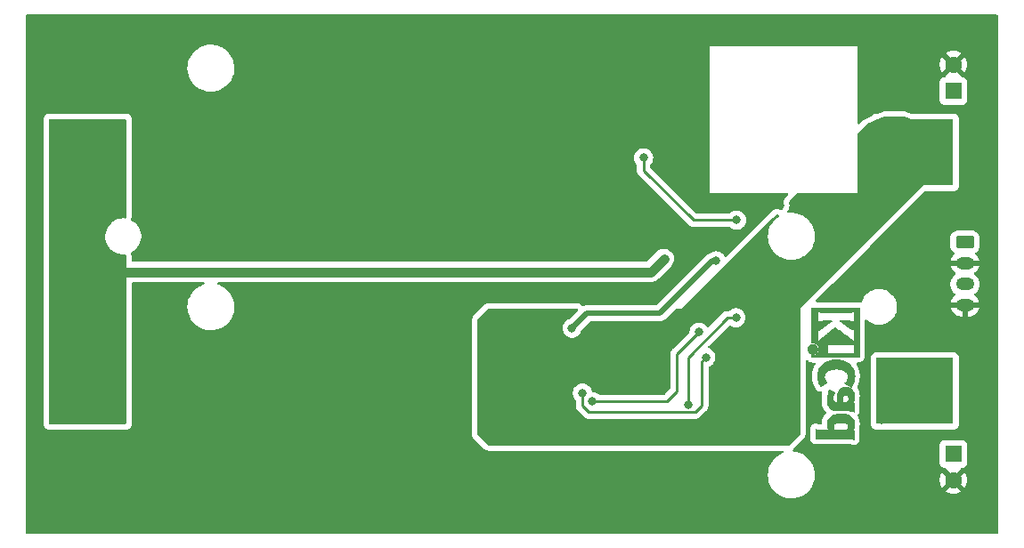
<source format=gbr>
G04 #@! TF.GenerationSoftware,KiCad,Pcbnew,(6.0.0)*
G04 #@! TF.CreationDate,2022-01-15T11:07:55-08:00*
G04 #@! TF.ProjectId,5V Buck Converter,35562042-7563-46b2-9043-6f6e76657274,rev?*
G04 #@! TF.SameCoordinates,Original*
G04 #@! TF.FileFunction,Copper,L2,Bot*
G04 #@! TF.FilePolarity,Positive*
%FSLAX46Y46*%
G04 Gerber Fmt 4.6, Leading zero omitted, Abs format (unit mm)*
G04 Created by KiCad (PCBNEW (6.0.0)) date 2022-01-15 11:07:55*
%MOMM*%
%LPD*%
G01*
G04 APERTURE LIST*
G04 Aperture macros list*
%AMRoundRect*
0 Rectangle with rounded corners*
0 $1 Rounding radius*
0 $2 $3 $4 $5 $6 $7 $8 $9 X,Y pos of 4 corners*
0 Add a 4 corners polygon primitive as box body*
4,1,4,$2,$3,$4,$5,$6,$7,$8,$9,$2,$3,0*
0 Add four circle primitives for the rounded corners*
1,1,$1+$1,$2,$3*
1,1,$1+$1,$4,$5*
1,1,$1+$1,$6,$7*
1,1,$1+$1,$8,$9*
0 Add four rect primitives between the rounded corners*
20,1,$1+$1,$2,$3,$4,$5,0*
20,1,$1+$1,$4,$5,$6,$7,0*
20,1,$1+$1,$6,$7,$8,$9,0*
20,1,$1+$1,$8,$9,$2,$3,0*%
G04 Aperture macros list end*
G04 #@! TA.AperFunction,EtchedComponent*
%ADD10C,0.010000*%
G04 #@! TD*
G04 #@! TA.AperFunction,ComponentPad*
%ADD11RoundRect,0.250000X-0.625000X0.350000X-0.625000X-0.350000X0.625000X-0.350000X0.625000X0.350000X0*%
G04 #@! TD*
G04 #@! TA.AperFunction,ComponentPad*
%ADD12O,1.750000X1.200000*%
G04 #@! TD*
G04 #@! TA.AperFunction,ComponentPad*
%ADD13R,1.600000X1.600000*%
G04 #@! TD*
G04 #@! TA.AperFunction,ComponentPad*
%ADD14C,1.600000*%
G04 #@! TD*
G04 #@! TA.AperFunction,SMDPad,CuDef*
%ADD15R,7.340000X6.350000*%
G04 #@! TD*
G04 #@! TA.AperFunction,ViaPad*
%ADD16C,0.800000*%
G04 #@! TD*
G04 #@! TA.AperFunction,Conductor*
%ADD17C,0.250000*%
G04 #@! TD*
G04 #@! TA.AperFunction,Conductor*
%ADD18C,0.897604*%
G04 #@! TD*
G04 #@! TA.AperFunction,Conductor*
%ADD19C,0.500000*%
G04 #@! TD*
G04 #@! TA.AperFunction,Conductor*
%ADD20C,0.152400*%
G04 #@! TD*
G04 APERTURE END LIST*
D10*
X90427654Y-76174600D02*
X90541593Y-76185465D01*
X90541593Y-76185465D02*
X90649216Y-76217082D01*
X90649216Y-76217082D02*
X90748215Y-76267985D01*
X90748215Y-76267985D02*
X90836284Y-76336707D01*
X90836284Y-76336707D02*
X90911116Y-76421781D01*
X90911116Y-76421781D02*
X90968984Y-76518768D01*
X90968984Y-76518768D02*
X91008605Y-76625036D01*
X91008605Y-76625036D02*
X91027173Y-76732050D01*
X91027173Y-76732050D02*
X91026034Y-76837700D01*
X91026034Y-76837700D02*
X91006530Y-76939875D01*
X91006530Y-76939875D02*
X90970006Y-77036466D01*
X90970006Y-77036466D02*
X90917805Y-77125362D01*
X90917805Y-77125362D02*
X90851273Y-77204454D01*
X90851273Y-77204454D02*
X90771752Y-77271631D01*
X90771752Y-77271631D02*
X90680587Y-77324783D01*
X90680587Y-77324783D02*
X90579123Y-77361801D01*
X90579123Y-77361801D02*
X90468702Y-77380573D01*
X90468702Y-77380573D02*
X90418806Y-77382511D01*
X90418806Y-77382511D02*
X90330867Y-77382511D01*
X90330867Y-77382511D02*
X90330867Y-77434440D01*
X90330867Y-77434440D02*
X90333711Y-77470747D01*
X90333711Y-77470747D02*
X90345511Y-77497645D01*
X90345511Y-77497645D02*
X90369249Y-77524751D01*
X90369249Y-77524751D02*
X90407631Y-77563133D01*
X90407631Y-77563133D02*
X92599202Y-77563133D01*
X92599202Y-77563133D02*
X92861339Y-77563124D01*
X92861339Y-77563124D02*
X93101841Y-77563092D01*
X93101841Y-77563092D02*
X93321648Y-77563028D01*
X93321648Y-77563028D02*
X93521701Y-77562924D01*
X93521701Y-77562924D02*
X93702944Y-77562773D01*
X93702944Y-77562773D02*
X93866316Y-77562566D01*
X93866316Y-77562566D02*
X94012760Y-77562294D01*
X94012760Y-77562294D02*
X94143217Y-77561950D01*
X94143217Y-77561950D02*
X94258629Y-77561526D01*
X94258629Y-77561526D02*
X94359938Y-77561013D01*
X94359938Y-77561013D02*
X94448084Y-77560403D01*
X94448084Y-77560403D02*
X94524010Y-77559688D01*
X94524010Y-77559688D02*
X94588657Y-77558860D01*
X94588657Y-77558860D02*
X94642967Y-77557911D01*
X94642967Y-77557911D02*
X94687880Y-77556833D01*
X94687880Y-77556833D02*
X94724340Y-77555617D01*
X94724340Y-77555617D02*
X94753287Y-77554255D01*
X94753287Y-77554255D02*
X94775663Y-77552739D01*
X94775663Y-77552739D02*
X94792409Y-77551062D01*
X94792409Y-77551062D02*
X94804468Y-77549214D01*
X94804468Y-77549214D02*
X94812780Y-77547187D01*
X94812780Y-77547187D02*
X94818287Y-77544975D01*
X94818287Y-77544975D02*
X94820137Y-77543892D01*
X94820137Y-77543892D02*
X94827149Y-77539729D01*
X94827149Y-77539729D02*
X94833596Y-77536195D01*
X94833596Y-77536195D02*
X94839500Y-77532365D01*
X94839500Y-77532365D02*
X94844886Y-77527318D01*
X94844886Y-77527318D02*
X94849778Y-77520129D01*
X94849778Y-77520129D02*
X94854198Y-77509877D01*
X94854198Y-77509877D02*
X94858172Y-77495636D01*
X94858172Y-77495636D02*
X94861721Y-77476486D01*
X94861721Y-77476486D02*
X94864870Y-77451501D01*
X94864870Y-77451501D02*
X94867642Y-77419760D01*
X94867642Y-77419760D02*
X94870061Y-77380338D01*
X94870061Y-77380338D02*
X94872151Y-77332314D01*
X94872151Y-77332314D02*
X94873935Y-77274763D01*
X94873935Y-77274763D02*
X94875437Y-77206763D01*
X94875437Y-77206763D02*
X94876680Y-77127390D01*
X94876680Y-77127390D02*
X94877689Y-77035721D01*
X94877689Y-77035721D02*
X94878485Y-76930834D01*
X94878485Y-76930834D02*
X94879094Y-76811804D01*
X94879094Y-76811804D02*
X94879539Y-76677710D01*
X94879539Y-76677710D02*
X94879843Y-76527627D01*
X94879843Y-76527627D02*
X94880030Y-76360633D01*
X94880030Y-76360633D02*
X94880124Y-76175804D01*
X94880124Y-76175804D02*
X94880148Y-75972217D01*
X94880148Y-75972217D02*
X94880125Y-75748950D01*
X94880125Y-75748950D02*
X94880080Y-75505078D01*
X94880080Y-75505078D02*
X94880037Y-75239679D01*
X94880037Y-75239679D02*
X94880032Y-75201296D01*
X94880032Y-75201296D02*
X94879989Y-74934318D01*
X94879989Y-74934318D02*
X94879918Y-74688998D01*
X94879918Y-74688998D02*
X94879813Y-74464417D01*
X94879813Y-74464417D02*
X94879666Y-74259655D01*
X94879666Y-74259655D02*
X94879469Y-74073794D01*
X94879469Y-74073794D02*
X94879216Y-73905912D01*
X94879216Y-73905912D02*
X94878900Y-73755092D01*
X94878900Y-73755092D02*
X94878513Y-73620413D01*
X94878513Y-73620413D02*
X94878047Y-73500956D01*
X94878047Y-73500956D02*
X94877497Y-73395801D01*
X94877497Y-73395801D02*
X94876853Y-73304029D01*
X94876853Y-73304029D02*
X94876111Y-73224721D01*
X94876111Y-73224721D02*
X94875261Y-73156957D01*
X94875261Y-73156957D02*
X94874297Y-73099818D01*
X94874297Y-73099818D02*
X94873211Y-73052383D01*
X94873211Y-73052383D02*
X94871997Y-73013734D01*
X94871997Y-73013734D02*
X94870647Y-72982951D01*
X94870647Y-72982951D02*
X94869155Y-72959115D01*
X94869155Y-72959115D02*
X94867511Y-72941306D01*
X94867511Y-72941306D02*
X94865711Y-72928605D01*
X94865711Y-72928605D02*
X94863745Y-72920092D01*
X94863745Y-72920092D02*
X94862077Y-72915734D01*
X94862077Y-72915734D02*
X94858506Y-72907272D01*
X94858506Y-72907272D02*
X94855870Y-72899503D01*
X94855870Y-72899503D02*
X94853234Y-72892398D01*
X94853234Y-72892398D02*
X94849662Y-72885927D01*
X94849662Y-72885927D02*
X94844221Y-72880061D01*
X94844221Y-72880061D02*
X94835975Y-72874771D01*
X94835975Y-72874771D02*
X94823990Y-72870026D01*
X94823990Y-72870026D02*
X94807331Y-72865798D01*
X94807331Y-72865798D02*
X94785063Y-72862057D01*
X94785063Y-72862057D02*
X94756252Y-72858773D01*
X94756252Y-72858773D02*
X94719963Y-72855917D01*
X94719963Y-72855917D02*
X94675261Y-72853460D01*
X94675261Y-72853460D02*
X94621211Y-72851371D01*
X94621211Y-72851371D02*
X94556879Y-72849622D01*
X94556879Y-72849622D02*
X94481330Y-72848183D01*
X94481330Y-72848183D02*
X94393630Y-72847024D01*
X94393630Y-72847024D02*
X94292843Y-72846117D01*
X94292843Y-72846117D02*
X94178034Y-72845431D01*
X94178034Y-72845431D02*
X94048270Y-72844937D01*
X94048270Y-72844937D02*
X93902615Y-72844605D01*
X93902615Y-72844605D02*
X93740135Y-72844407D01*
X93740135Y-72844407D02*
X93559895Y-72844313D01*
X93559895Y-72844313D02*
X93360960Y-72844292D01*
X93360960Y-72844292D02*
X93142396Y-72844315D01*
X93142396Y-72844315D02*
X92903268Y-72844354D01*
X92903268Y-72844354D02*
X92642640Y-72844378D01*
X92642640Y-72844378D02*
X92600489Y-72844378D01*
X92600489Y-72844378D02*
X92337592Y-72844364D01*
X92337592Y-72844364D02*
X92096332Y-72844339D01*
X92096332Y-72844339D02*
X91875765Y-72844329D01*
X91875765Y-72844329D02*
X91674952Y-72844358D01*
X91674952Y-72844358D02*
X91492949Y-72844452D01*
X91492949Y-72844452D02*
X91328816Y-72844638D01*
X91328816Y-72844638D02*
X91181611Y-72844941D01*
X91181611Y-72844941D02*
X91050392Y-72845386D01*
X91050392Y-72845386D02*
X90940467Y-72845966D01*
X90940467Y-72845966D02*
X90940467Y-73148803D01*
X90940467Y-73148803D02*
X90998311Y-73188593D01*
X90998311Y-73188593D02*
X91014079Y-73199764D01*
X91014079Y-73199764D02*
X91028041Y-73209834D01*
X91028041Y-73209834D02*
X91041384Y-73218862D01*
X91041384Y-73218862D02*
X91055293Y-73226903D01*
X91055293Y-73226903D02*
X91070956Y-73234014D01*
X91070956Y-73234014D02*
X91089558Y-73240253D01*
X91089558Y-73240253D02*
X91112286Y-73245675D01*
X91112286Y-73245675D02*
X91140327Y-73250338D01*
X91140327Y-73250338D02*
X91174867Y-73254299D01*
X91174867Y-73254299D02*
X91217092Y-73257615D01*
X91217092Y-73257615D02*
X91268189Y-73260341D01*
X91268189Y-73260341D02*
X91329344Y-73262536D01*
X91329344Y-73262536D02*
X91401744Y-73264255D01*
X91401744Y-73264255D02*
X91486575Y-73265556D01*
X91486575Y-73265556D02*
X91585022Y-73266495D01*
X91585022Y-73266495D02*
X91698274Y-73267130D01*
X91698274Y-73267130D02*
X91827516Y-73267516D01*
X91827516Y-73267516D02*
X91973934Y-73267712D01*
X91973934Y-73267712D02*
X92138716Y-73267773D01*
X92138716Y-73267773D02*
X92323047Y-73267757D01*
X92323047Y-73267757D02*
X92528113Y-73267720D01*
X92528113Y-73267720D02*
X92650733Y-73267711D01*
X92650733Y-73267711D02*
X92867682Y-73267735D01*
X92867682Y-73267735D02*
X93063242Y-73267769D01*
X93063242Y-73267769D02*
X93238599Y-73267757D01*
X93238599Y-73267757D02*
X93394941Y-73267642D01*
X93394941Y-73267642D02*
X93533457Y-73267370D01*
X93533457Y-73267370D02*
X93655334Y-73266882D01*
X93655334Y-73266882D02*
X93761760Y-73266124D01*
X93761760Y-73266124D02*
X93853922Y-73265038D01*
X93853922Y-73265038D02*
X93933009Y-73263569D01*
X93933009Y-73263569D02*
X94000208Y-73261660D01*
X94000208Y-73261660D02*
X94056707Y-73259256D01*
X94056707Y-73259256D02*
X94103693Y-73256299D01*
X94103693Y-73256299D02*
X94142355Y-73252734D01*
X94142355Y-73252734D02*
X94173880Y-73248505D01*
X94173880Y-73248505D02*
X94199455Y-73243554D01*
X94199455Y-73243554D02*
X94220270Y-73237827D01*
X94220270Y-73237827D02*
X94237511Y-73231267D01*
X94237511Y-73231267D02*
X94252365Y-73223817D01*
X94252365Y-73223817D02*
X94266022Y-73215421D01*
X94266022Y-73215421D02*
X94279669Y-73206024D01*
X94279669Y-73206024D02*
X94294493Y-73195568D01*
X94294493Y-73195568D02*
X94303383Y-73189477D01*
X94303383Y-73189477D02*
X94361000Y-73150704D01*
X94361000Y-73150704D02*
X94361000Y-73682268D01*
X94361000Y-73682268D02*
X94360965Y-73805517D01*
X94360965Y-73805517D02*
X94360815Y-73908013D01*
X94360815Y-73908013D02*
X94360478Y-73991580D01*
X94360478Y-73991580D02*
X94359886Y-74058044D01*
X94359886Y-74058044D02*
X94358967Y-74109229D01*
X94358967Y-74109229D02*
X94357651Y-74146959D01*
X94357651Y-74146959D02*
X94355869Y-74173060D01*
X94355869Y-74173060D02*
X94353551Y-74189356D01*
X94353551Y-74189356D02*
X94350626Y-74197672D01*
X94350626Y-74197672D02*
X94347024Y-74199832D01*
X94347024Y-74199832D02*
X94342675Y-74197661D01*
X94342675Y-74197661D02*
X94341245Y-74196465D01*
X94341245Y-74196465D02*
X94304173Y-74171315D01*
X94304173Y-74171315D02*
X94251372Y-74145417D01*
X94251372Y-74145417D02*
X94189370Y-74121808D01*
X94189370Y-74121808D02*
X94162957Y-74113539D01*
X94162957Y-74113539D02*
X94145016Y-74108922D01*
X94145016Y-74108922D02*
X94123955Y-74105021D01*
X94123955Y-74105021D02*
X94097689Y-74101752D01*
X94097689Y-74101752D02*
X94064132Y-74099034D01*
X94064132Y-74099034D02*
X94021199Y-74096785D01*
X94021199Y-74096785D02*
X93966804Y-74094923D01*
X93966804Y-74094923D02*
X93898862Y-74093364D01*
X93898862Y-74093364D02*
X93815288Y-74092028D01*
X93815288Y-74092028D02*
X93713995Y-74090831D01*
X93713995Y-74090831D02*
X93592900Y-74089692D01*
X93592900Y-74089692D02*
X93548200Y-74089315D01*
X93548200Y-74089315D02*
X93423049Y-74088298D01*
X93423049Y-74088298D02*
X93318682Y-74087540D01*
X93318682Y-74087540D02*
X93233307Y-74087097D01*
X93233307Y-74087097D02*
X93165133Y-74087030D01*
X93165133Y-74087030D02*
X93112365Y-74087395D01*
X93112365Y-74087395D02*
X93073214Y-74088252D01*
X93073214Y-74088252D02*
X93045885Y-74089659D01*
X93045885Y-74089659D02*
X93028586Y-74091675D01*
X93028586Y-74091675D02*
X93019526Y-74094357D01*
X93019526Y-74094357D02*
X93016912Y-74097764D01*
X93016912Y-74097764D02*
X93018951Y-74101956D01*
X93018951Y-74101956D02*
X93023267Y-74106429D01*
X93023267Y-74106429D02*
X93036202Y-74116784D01*
X93036202Y-74116784D02*
X93065276Y-74138842D01*
X93065276Y-74138842D02*
X93108359Y-74171043D01*
X93108359Y-74171043D02*
X93163318Y-74211826D01*
X93163318Y-74211826D02*
X93228023Y-74259630D01*
X93228023Y-74259630D02*
X93300342Y-74312895D01*
X93300342Y-74312895D02*
X93378144Y-74370060D01*
X93378144Y-74370060D02*
X93459298Y-74429563D01*
X93459298Y-74429563D02*
X93541672Y-74489845D01*
X93541672Y-74489845D02*
X93623136Y-74549345D01*
X93623136Y-74549345D02*
X93701557Y-74606502D01*
X93701557Y-74606502D02*
X93774804Y-74659755D01*
X93774804Y-74659755D02*
X93840747Y-74707543D01*
X93840747Y-74707543D02*
X93897254Y-74748307D01*
X93897254Y-74748307D02*
X93942193Y-74780484D01*
X93942193Y-74780484D02*
X93973434Y-74802515D01*
X93973434Y-74802515D02*
X93980066Y-74807083D01*
X93980066Y-74807083D02*
X94016969Y-74830004D01*
X94016969Y-74830004D02*
X94064959Y-74856812D01*
X94064959Y-74856812D02*
X94114497Y-74882211D01*
X94114497Y-74882211D02*
X94121177Y-74885432D01*
X94121177Y-74885432D02*
X94169372Y-74907110D01*
X94169372Y-74907110D02*
X94206934Y-74919696D01*
X94206934Y-74919696D02*
X94242760Y-74925426D01*
X94242760Y-74925426D02*
X94284800Y-74926544D01*
X94284800Y-74926544D02*
X94361000Y-74925910D01*
X94361000Y-74925910D02*
X94361000Y-76080349D01*
X94361000Y-76080349D02*
X94267269Y-75989185D01*
X94267269Y-75989185D02*
X94217375Y-75942388D01*
X94217375Y-75942388D02*
X94160895Y-75892101D01*
X94160895Y-75892101D02*
X94106626Y-75846056D01*
X94106626Y-75846056D02*
X94081273Y-75825631D01*
X94081273Y-75825631D02*
X94041728Y-75795193D01*
X94041728Y-75795193D02*
X93988516Y-75755138D01*
X93988516Y-75755138D02*
X93923267Y-75706639D01*
X93923267Y-75706639D02*
X93847611Y-75650865D01*
X93847611Y-75650865D02*
X93763177Y-75588989D01*
X93763177Y-75588989D02*
X93671594Y-75522181D01*
X93671594Y-75522181D02*
X93574492Y-75451613D01*
X93574492Y-75451613D02*
X93473501Y-75378455D01*
X93473501Y-75378455D02*
X93370250Y-75303879D01*
X93370250Y-75303879D02*
X93266368Y-75229056D01*
X93266368Y-75229056D02*
X93163485Y-75155157D01*
X93163485Y-75155157D02*
X93063231Y-75083354D01*
X93063231Y-75083354D02*
X92967236Y-75014816D01*
X92967236Y-75014816D02*
X92877127Y-74950716D01*
X92877127Y-74950716D02*
X92794536Y-74892225D01*
X92794536Y-74892225D02*
X92721092Y-74840514D01*
X92721092Y-74840514D02*
X92658424Y-74796753D01*
X92658424Y-74796753D02*
X92608161Y-74762115D01*
X92608161Y-74762115D02*
X92571934Y-74737770D01*
X92571934Y-74737770D02*
X92551371Y-74724889D01*
X92551371Y-74724889D02*
X92547268Y-74723131D01*
X92547268Y-74723131D02*
X92535942Y-74731090D01*
X92535942Y-74731090D02*
X92508762Y-74751885D01*
X92508762Y-74751885D02*
X92467429Y-74784153D01*
X92467429Y-74784153D02*
X92413644Y-74826530D01*
X92413644Y-74826530D02*
X92349106Y-74877653D01*
X92349106Y-74877653D02*
X92275518Y-74936159D01*
X92275518Y-74936159D02*
X92194578Y-75000686D01*
X92194578Y-75000686D02*
X92107988Y-75069869D01*
X92107988Y-75069869D02*
X92017448Y-75142347D01*
X92017448Y-75142347D02*
X91924660Y-75216754D01*
X91924660Y-75216754D02*
X91850302Y-75276483D01*
X91850302Y-75276483D02*
X91850302Y-76287489D01*
X91850302Y-76287489D02*
X91863259Y-76293398D01*
X91863259Y-76293398D02*
X91885508Y-76307728D01*
X91885508Y-76307728D02*
X91886991Y-76308775D01*
X91886991Y-76308775D02*
X91917144Y-76327562D01*
X91917144Y-76327562D02*
X91953975Y-76347209D01*
X91953975Y-76347209D02*
X91962111Y-76351108D01*
X91962111Y-76351108D02*
X91970540Y-76354644D01*
X91970540Y-76354644D02*
X91980659Y-76357770D01*
X91980659Y-76357770D02*
X91993860Y-76360514D01*
X91993860Y-76360514D02*
X92011538Y-76362908D01*
X92011538Y-76362908D02*
X92035084Y-76364981D01*
X92035084Y-76364981D02*
X92065893Y-76366765D01*
X92065893Y-76366765D02*
X92105357Y-76368288D01*
X92105357Y-76368288D02*
X92154869Y-76369581D01*
X92154869Y-76369581D02*
X92215823Y-76370674D01*
X92215823Y-76370674D02*
X92289611Y-76371597D01*
X92289611Y-76371597D02*
X92377628Y-76372381D01*
X92377628Y-76372381D02*
X92481265Y-76373055D01*
X92481265Y-76373055D02*
X92601916Y-76373650D01*
X92601916Y-76373650D02*
X92740974Y-76374195D01*
X92740974Y-76374195D02*
X92899832Y-76374721D01*
X92899832Y-76374721D02*
X93078689Y-76375255D01*
X93078689Y-76375255D02*
X93263807Y-76375794D01*
X93263807Y-76375794D02*
X93427745Y-76376228D01*
X93427745Y-76376228D02*
X93571903Y-76376491D01*
X93571903Y-76376491D02*
X93697679Y-76376516D01*
X93697679Y-76376516D02*
X93806471Y-76376235D01*
X93806471Y-76376235D02*
X93899677Y-76375581D01*
X93899677Y-76375581D02*
X93978697Y-76374486D01*
X93978697Y-76374486D02*
X94044928Y-76372882D01*
X94044928Y-76372882D02*
X94099770Y-76370703D01*
X94099770Y-76370703D02*
X94144621Y-76367881D01*
X94144621Y-76367881D02*
X94180878Y-76364349D01*
X94180878Y-76364349D02*
X94209941Y-76360039D01*
X94209941Y-76360039D02*
X94233209Y-76354883D01*
X94233209Y-76354883D02*
X94252079Y-76348815D01*
X94252079Y-76348815D02*
X94267951Y-76341767D01*
X94267951Y-76341767D02*
X94282222Y-76333671D01*
X94282222Y-76333671D02*
X94296291Y-76324460D01*
X94296291Y-76324460D02*
X94308758Y-76315960D01*
X94308758Y-76315960D02*
X94335052Y-76298824D01*
X94335052Y-76298824D02*
X94352637Y-76288678D01*
X94352637Y-76288678D02*
X94355857Y-76287489D01*
X94355857Y-76287489D02*
X94356934Y-76298396D01*
X94356934Y-76298396D02*
X94357935Y-76329589D01*
X94357935Y-76329589D02*
X94358835Y-76378777D01*
X94358835Y-76378777D02*
X94359610Y-76443667D01*
X94359610Y-76443667D02*
X94360237Y-76521970D01*
X94360237Y-76521970D02*
X94360691Y-76611393D01*
X94360691Y-76611393D02*
X94360949Y-76709644D01*
X94360949Y-76709644D02*
X94361000Y-76778555D01*
X94361000Y-76778555D02*
X94360780Y-76883548D01*
X94360780Y-76883548D02*
X94360148Y-76980390D01*
X94360148Y-76980390D02*
X94359149Y-77066893D01*
X94359149Y-77066893D02*
X94357827Y-77140868D01*
X94357827Y-77140868D02*
X94356226Y-77200126D01*
X94356226Y-77200126D02*
X94354391Y-77242480D01*
X94354391Y-77242480D02*
X94352365Y-77265740D01*
X94352365Y-77265740D02*
X94351093Y-77269622D01*
X94351093Y-77269622D02*
X94336191Y-77261924D01*
X94336191Y-77261924D02*
X94328160Y-77253926D01*
X94328160Y-77253926D02*
X94311034Y-77240754D01*
X94311034Y-77240754D02*
X94280783Y-77223515D01*
X94280783Y-77223515D02*
X94256222Y-77211593D01*
X94256222Y-77211593D02*
X94197311Y-77184955D01*
X94197311Y-77184955D02*
X93020445Y-77181880D01*
X93020445Y-77181880D02*
X91843578Y-77178805D01*
X91843578Y-77178805D02*
X91843578Y-76733147D01*
X91843578Y-76733147D02*
X91843742Y-76635330D01*
X91843742Y-76635330D02*
X91844211Y-76544936D01*
X91844211Y-76544936D02*
X91844947Y-76464370D01*
X91844947Y-76464370D02*
X91845916Y-76396038D01*
X91845916Y-76396038D02*
X91847080Y-76342344D01*
X91847080Y-76342344D02*
X91848403Y-76305695D01*
X91848403Y-76305695D02*
X91849849Y-76288496D01*
X91849849Y-76288496D02*
X91850302Y-76287489D01*
X91850302Y-76287489D02*
X91850302Y-75276483D01*
X91850302Y-75276483D02*
X91831322Y-75291730D01*
X91831322Y-75291730D02*
X91739137Y-75365910D01*
X91739137Y-75365910D02*
X91649804Y-75437931D01*
X91649804Y-75437931D02*
X91565024Y-75506431D01*
X91565024Y-75506431D02*
X91486498Y-75570045D01*
X91486498Y-75570045D02*
X91415926Y-75627412D01*
X91415926Y-75627412D02*
X91355009Y-75677167D01*
X91355009Y-75677167D02*
X91305447Y-75717948D01*
X91305447Y-75717948D02*
X91284778Y-75735112D01*
X91284778Y-75735112D02*
X91184116Y-75821404D01*
X91184116Y-75821404D02*
X91100859Y-75898003D01*
X91100859Y-75898003D02*
X91033038Y-75966817D01*
X91033038Y-75966817D02*
X90978689Y-76029752D01*
X90978689Y-76029752D02*
X90971322Y-76039133D01*
X90971322Y-76039133D02*
X90940717Y-76078644D01*
X90940717Y-76078644D02*
X90940467Y-74946884D01*
X90940467Y-74946884D02*
X90988444Y-74952173D01*
X90988444Y-74952173D02*
X91045788Y-74948870D01*
X91045788Y-74948870D02*
X91114063Y-74927339D01*
X91114063Y-74927339D02*
X91193812Y-74887365D01*
X91193812Y-74887365D02*
X91266095Y-74842057D01*
X91266095Y-74842057D02*
X91288740Y-74825839D01*
X91288740Y-74825839D02*
X91326296Y-74797786D01*
X91326296Y-74797786D02*
X91376621Y-74759570D01*
X91376621Y-74759570D02*
X91437573Y-74712863D01*
X91437573Y-74712863D02*
X91507011Y-74659339D01*
X91507011Y-74659339D02*
X91582794Y-74600669D01*
X91582794Y-74600669D02*
X91662780Y-74538525D01*
X91662780Y-74538525D02*
X91744828Y-74474579D01*
X91744828Y-74474579D02*
X91826796Y-74410505D01*
X91826796Y-74410505D02*
X91906543Y-74347973D01*
X91906543Y-74347973D02*
X91981927Y-74288657D01*
X91981927Y-74288657D02*
X92050807Y-74234229D01*
X92050807Y-74234229D02*
X92111042Y-74186361D01*
X92111042Y-74186361D02*
X92160489Y-74146725D01*
X92160489Y-74146725D02*
X92197008Y-74116994D01*
X92197008Y-74116994D02*
X92218458Y-74098839D01*
X92218458Y-74098839D02*
X92221756Y-74095780D01*
X92221756Y-74095780D02*
X92213749Y-74092921D01*
X92213749Y-74092921D02*
X92183455Y-74090707D01*
X92183455Y-74090707D02*
X92131156Y-74089143D01*
X92131156Y-74089143D02*
X92057131Y-74088233D01*
X92057131Y-74088233D02*
X91961663Y-74087980D01*
X91961663Y-74087980D02*
X91845034Y-74088387D01*
X91845034Y-74088387D02*
X91725045Y-74089296D01*
X91725045Y-74089296D02*
X91592933Y-74090618D01*
X91592933Y-74090618D02*
X91481194Y-74092143D01*
X91481194Y-74092143D02*
X91387625Y-74094119D01*
X91387625Y-74094119D02*
X91310019Y-74096794D01*
X91310019Y-74096794D02*
X91246174Y-74100418D01*
X91246174Y-74100418D02*
X91193883Y-74105239D01*
X91193883Y-74105239D02*
X91150944Y-74111506D01*
X91150944Y-74111506D02*
X91115151Y-74119468D01*
X91115151Y-74119468D02*
X91084300Y-74129373D01*
X91084300Y-74129373D02*
X91056186Y-74141469D01*
X91056186Y-74141469D02*
X91028605Y-74156007D01*
X91028605Y-74156007D02*
X91003566Y-74170689D01*
X91003566Y-74170689D02*
X90940467Y-74208686D01*
X90940467Y-74208686D02*
X90940467Y-73148803D01*
X90940467Y-73148803D02*
X90940467Y-72845966D01*
X90940467Y-72845966D02*
X90934217Y-72845999D01*
X90934217Y-72845999D02*
X90832144Y-72846805D01*
X90832144Y-72846805D02*
X90743233Y-72847830D01*
X90743233Y-72847830D02*
X90666541Y-72849100D01*
X90666541Y-72849100D02*
X90601127Y-72850640D01*
X90601127Y-72850640D02*
X90546049Y-72852476D01*
X90546049Y-72852476D02*
X90500365Y-72854633D01*
X90500365Y-72854633D02*
X90463134Y-72857137D01*
X90463134Y-72857137D02*
X90433413Y-72860013D01*
X90433413Y-72860013D02*
X90410262Y-72863287D01*
X90410262Y-72863287D02*
X90392739Y-72866985D01*
X90392739Y-72866985D02*
X90379901Y-72871131D01*
X90379901Y-72871131D02*
X90370808Y-72875753D01*
X90370808Y-72875753D02*
X90364518Y-72880874D01*
X90364518Y-72880874D02*
X90360088Y-72886522D01*
X90360088Y-72886522D02*
X90356578Y-72892721D01*
X90356578Y-72892721D02*
X90353045Y-72899496D01*
X90353045Y-72899496D02*
X90349476Y-72905492D01*
X90349476Y-72905492D02*
X90346900Y-72910725D01*
X90346900Y-72910725D02*
X90344572Y-72918901D01*
X90344572Y-72918901D02*
X90342478Y-72931114D01*
X90342478Y-72931114D02*
X90340607Y-72948459D01*
X90340607Y-72948459D02*
X90338947Y-72972031D01*
X90338947Y-72972031D02*
X90337484Y-73002923D01*
X90337484Y-73002923D02*
X90336208Y-73042232D01*
X90336208Y-73042232D02*
X90335104Y-73091050D01*
X90335104Y-73091050D02*
X90334161Y-73150473D01*
X90334161Y-73150473D02*
X90333367Y-73221596D01*
X90333367Y-73221596D02*
X90332709Y-73305512D01*
X90332709Y-73305512D02*
X90332175Y-73403317D01*
X90332175Y-73403317D02*
X90331753Y-73516106D01*
X90331753Y-73516106D02*
X90331429Y-73644971D01*
X90331429Y-73644971D02*
X90331192Y-73791009D01*
X90331192Y-73791009D02*
X90331030Y-73955314D01*
X90331030Y-73955314D02*
X90330930Y-74138980D01*
X90330930Y-74138980D02*
X90330880Y-74343103D01*
X90330880Y-74343103D02*
X90330867Y-74554247D01*
X90330867Y-74554247D02*
X90330867Y-76174600D01*
X90330867Y-76174600D02*
X90427654Y-76174600D01*
X90427654Y-76174600D02*
X90427654Y-76174600D01*
G36*
X91181611Y-72844941D02*
G01*
X91328816Y-72844638D01*
X91492949Y-72844452D01*
X91674952Y-72844358D01*
X91875765Y-72844329D01*
X92096332Y-72844339D01*
X92337592Y-72844364D01*
X92600489Y-72844378D01*
X92642640Y-72844378D01*
X92903268Y-72844354D01*
X93142396Y-72844315D01*
X93360960Y-72844292D01*
X93559895Y-72844313D01*
X93740135Y-72844407D01*
X93902615Y-72844605D01*
X94048270Y-72844937D01*
X94178034Y-72845431D01*
X94292843Y-72846117D01*
X94393630Y-72847024D01*
X94481330Y-72848183D01*
X94556879Y-72849622D01*
X94621211Y-72851371D01*
X94675261Y-72853460D01*
X94719963Y-72855917D01*
X94756252Y-72858773D01*
X94785063Y-72862057D01*
X94807331Y-72865798D01*
X94823990Y-72870026D01*
X94835975Y-72874771D01*
X94844221Y-72880061D01*
X94849662Y-72885927D01*
X94853234Y-72892398D01*
X94855870Y-72899503D01*
X94858506Y-72907272D01*
X94862077Y-72915734D01*
X94863745Y-72920092D01*
X94865711Y-72928605D01*
X94867511Y-72941306D01*
X94869155Y-72959115D01*
X94870647Y-72982951D01*
X94871997Y-73013734D01*
X94873211Y-73052383D01*
X94874297Y-73099818D01*
X94875261Y-73156957D01*
X94876111Y-73224721D01*
X94876853Y-73304029D01*
X94877497Y-73395801D01*
X94878047Y-73500956D01*
X94878513Y-73620413D01*
X94878900Y-73755092D01*
X94879216Y-73905912D01*
X94879469Y-74073794D01*
X94879666Y-74259655D01*
X94879813Y-74464417D01*
X94879918Y-74688998D01*
X94879989Y-74934318D01*
X94880032Y-75201296D01*
X94880037Y-75239679D01*
X94880080Y-75505078D01*
X94880125Y-75748950D01*
X94880148Y-75972217D01*
X94880124Y-76175804D01*
X94880030Y-76360633D01*
X94879843Y-76527627D01*
X94879539Y-76677710D01*
X94879094Y-76811804D01*
X94878485Y-76930834D01*
X94877689Y-77035721D01*
X94876680Y-77127390D01*
X94875437Y-77206763D01*
X94873935Y-77274763D01*
X94872151Y-77332314D01*
X94870061Y-77380338D01*
X94867642Y-77419760D01*
X94864870Y-77451501D01*
X94861721Y-77476486D01*
X94858172Y-77495636D01*
X94854198Y-77509877D01*
X94849778Y-77520129D01*
X94844886Y-77527318D01*
X94839500Y-77532365D01*
X94833596Y-77536195D01*
X94827149Y-77539729D01*
X94820137Y-77543892D01*
X94818287Y-77544975D01*
X94812780Y-77547187D01*
X94804468Y-77549214D01*
X94792409Y-77551062D01*
X94775663Y-77552739D01*
X94753287Y-77554255D01*
X94724340Y-77555617D01*
X94687880Y-77556833D01*
X94642967Y-77557911D01*
X94588657Y-77558860D01*
X94524010Y-77559688D01*
X94448084Y-77560403D01*
X94359938Y-77561013D01*
X94258629Y-77561526D01*
X94143217Y-77561950D01*
X94012760Y-77562294D01*
X93866316Y-77562566D01*
X93702944Y-77562773D01*
X93521701Y-77562924D01*
X93321648Y-77563028D01*
X93101841Y-77563092D01*
X92861339Y-77563124D01*
X92599202Y-77563133D01*
X90407631Y-77563133D01*
X90369249Y-77524751D01*
X90345511Y-77497645D01*
X90333711Y-77470747D01*
X90330867Y-77434440D01*
X90330867Y-77382511D01*
X90418806Y-77382511D01*
X90468702Y-77380573D01*
X90579123Y-77361801D01*
X90680587Y-77324783D01*
X90771752Y-77271631D01*
X90851273Y-77204454D01*
X90872849Y-77178805D01*
X91843578Y-77178805D01*
X93020445Y-77181880D01*
X94197311Y-77184955D01*
X94256222Y-77211593D01*
X94280783Y-77223515D01*
X94311034Y-77240754D01*
X94328160Y-77253926D01*
X94336191Y-77261924D01*
X94351093Y-77269622D01*
X94352365Y-77265740D01*
X94354391Y-77242480D01*
X94356226Y-77200126D01*
X94357827Y-77140868D01*
X94359149Y-77066893D01*
X94360148Y-76980390D01*
X94360780Y-76883548D01*
X94361000Y-76778555D01*
X94360949Y-76709644D01*
X94360691Y-76611393D01*
X94360237Y-76521970D01*
X94359610Y-76443667D01*
X94358835Y-76378777D01*
X94357935Y-76329589D01*
X94356934Y-76298396D01*
X94355857Y-76287489D01*
X94352637Y-76288678D01*
X94335052Y-76298824D01*
X94308758Y-76315960D01*
X94296291Y-76324460D01*
X94282222Y-76333671D01*
X94267951Y-76341767D01*
X94252079Y-76348815D01*
X94233209Y-76354883D01*
X94209941Y-76360039D01*
X94180878Y-76364349D01*
X94144621Y-76367881D01*
X94099770Y-76370703D01*
X94044928Y-76372882D01*
X93978697Y-76374486D01*
X93899677Y-76375581D01*
X93806471Y-76376235D01*
X93697679Y-76376516D01*
X93571903Y-76376491D01*
X93427745Y-76376228D01*
X93263807Y-76375794D01*
X93078689Y-76375255D01*
X92899832Y-76374721D01*
X92740974Y-76374195D01*
X92601916Y-76373650D01*
X92481265Y-76373055D01*
X92377628Y-76372381D01*
X92289611Y-76371597D01*
X92215823Y-76370674D01*
X92154869Y-76369581D01*
X92105357Y-76368288D01*
X92065893Y-76366765D01*
X92035084Y-76364981D01*
X92011538Y-76362908D01*
X91993860Y-76360514D01*
X91980659Y-76357770D01*
X91970540Y-76354644D01*
X91962111Y-76351108D01*
X91953975Y-76347209D01*
X91917144Y-76327562D01*
X91886991Y-76308775D01*
X91885508Y-76307728D01*
X91863259Y-76293398D01*
X91850302Y-76287489D01*
X91849849Y-76288496D01*
X91848403Y-76305695D01*
X91847080Y-76342344D01*
X91845916Y-76396038D01*
X91844947Y-76464370D01*
X91844211Y-76544936D01*
X91843742Y-76635330D01*
X91843578Y-76733147D01*
X91843578Y-77178805D01*
X90872849Y-77178805D01*
X90917805Y-77125362D01*
X90970006Y-77036466D01*
X91006530Y-76939875D01*
X91026034Y-76837700D01*
X91027173Y-76732050D01*
X91008605Y-76625036D01*
X90968984Y-76518768D01*
X90911116Y-76421781D01*
X90836284Y-76336707D01*
X90748215Y-76267985D01*
X90649216Y-76217082D01*
X90541593Y-76185465D01*
X90427654Y-76174600D01*
X90330867Y-76174600D01*
X90330867Y-74946884D01*
X90940467Y-74946884D01*
X90940717Y-76078644D01*
X90971322Y-76039133D01*
X90978689Y-76029752D01*
X91033038Y-75966817D01*
X91100859Y-75898003D01*
X91184116Y-75821404D01*
X91284778Y-75735112D01*
X91305447Y-75717948D01*
X91355009Y-75677167D01*
X91415926Y-75627412D01*
X91486498Y-75570045D01*
X91565024Y-75506431D01*
X91649804Y-75437931D01*
X91739137Y-75365910D01*
X91831322Y-75291730D01*
X91850302Y-75276483D01*
X91924660Y-75216754D01*
X92017448Y-75142347D01*
X92107988Y-75069869D01*
X92194578Y-75000686D01*
X92275518Y-74936159D01*
X92349106Y-74877653D01*
X92413644Y-74826530D01*
X92467429Y-74784153D01*
X92508762Y-74751885D01*
X92535942Y-74731090D01*
X92547268Y-74723131D01*
X92551371Y-74724889D01*
X92571934Y-74737770D01*
X92608161Y-74762115D01*
X92658424Y-74796753D01*
X92721092Y-74840514D01*
X92794536Y-74892225D01*
X92877127Y-74950716D01*
X92967236Y-75014816D01*
X93063231Y-75083354D01*
X93163485Y-75155157D01*
X93266368Y-75229056D01*
X93370250Y-75303879D01*
X93473501Y-75378455D01*
X93574492Y-75451613D01*
X93671594Y-75522181D01*
X93763177Y-75588989D01*
X93847611Y-75650865D01*
X93923267Y-75706639D01*
X93988516Y-75755138D01*
X94041728Y-75795193D01*
X94081273Y-75825631D01*
X94106626Y-75846056D01*
X94160895Y-75892101D01*
X94217375Y-75942388D01*
X94267269Y-75989185D01*
X94361000Y-76080349D01*
X94361000Y-74925910D01*
X94284800Y-74926544D01*
X94242760Y-74925426D01*
X94206934Y-74919696D01*
X94169372Y-74907110D01*
X94121177Y-74885432D01*
X94114497Y-74882211D01*
X94064959Y-74856812D01*
X94016969Y-74830004D01*
X93980066Y-74807083D01*
X93973434Y-74802515D01*
X93942193Y-74780484D01*
X93897254Y-74748307D01*
X93840747Y-74707543D01*
X93774804Y-74659755D01*
X93701557Y-74606502D01*
X93623136Y-74549345D01*
X93541672Y-74489845D01*
X93459298Y-74429563D01*
X93378144Y-74370060D01*
X93300342Y-74312895D01*
X93228023Y-74259630D01*
X93163318Y-74211826D01*
X93108359Y-74171043D01*
X93065276Y-74138842D01*
X93036202Y-74116784D01*
X93023267Y-74106429D01*
X93018951Y-74101956D01*
X93016912Y-74097764D01*
X93019526Y-74094357D01*
X93028586Y-74091675D01*
X93045885Y-74089659D01*
X93073214Y-74088252D01*
X93112365Y-74087395D01*
X93165133Y-74087030D01*
X93233307Y-74087097D01*
X93318682Y-74087540D01*
X93423049Y-74088298D01*
X93548200Y-74089315D01*
X93592900Y-74089692D01*
X93713995Y-74090831D01*
X93815288Y-74092028D01*
X93898862Y-74093364D01*
X93966804Y-74094923D01*
X94021199Y-74096785D01*
X94064132Y-74099034D01*
X94097689Y-74101752D01*
X94123955Y-74105021D01*
X94145016Y-74108922D01*
X94162957Y-74113539D01*
X94189370Y-74121808D01*
X94251372Y-74145417D01*
X94304173Y-74171315D01*
X94341245Y-74196465D01*
X94342675Y-74197661D01*
X94347024Y-74199832D01*
X94350626Y-74197672D01*
X94353551Y-74189356D01*
X94355869Y-74173060D01*
X94357651Y-74146959D01*
X94358967Y-74109229D01*
X94359886Y-74058044D01*
X94360478Y-73991580D01*
X94360815Y-73908013D01*
X94360965Y-73805517D01*
X94361000Y-73682268D01*
X94361000Y-73150704D01*
X94303383Y-73189477D01*
X94294493Y-73195568D01*
X94279669Y-73206024D01*
X94266022Y-73215421D01*
X94252365Y-73223817D01*
X94237511Y-73231267D01*
X94220270Y-73237827D01*
X94199455Y-73243554D01*
X94173880Y-73248505D01*
X94142355Y-73252734D01*
X94103693Y-73256299D01*
X94056707Y-73259256D01*
X94000208Y-73261660D01*
X93933009Y-73263569D01*
X93853922Y-73265038D01*
X93761760Y-73266124D01*
X93655334Y-73266882D01*
X93533457Y-73267370D01*
X93394941Y-73267642D01*
X93238599Y-73267757D01*
X93063242Y-73267769D01*
X92867682Y-73267735D01*
X92650733Y-73267711D01*
X92528113Y-73267720D01*
X92323047Y-73267757D01*
X92138716Y-73267773D01*
X91973934Y-73267712D01*
X91827516Y-73267516D01*
X91698274Y-73267130D01*
X91585022Y-73266495D01*
X91486575Y-73265556D01*
X91401744Y-73264255D01*
X91329344Y-73262536D01*
X91268189Y-73260341D01*
X91217092Y-73257615D01*
X91174867Y-73254299D01*
X91140327Y-73250338D01*
X91112286Y-73245675D01*
X91089558Y-73240253D01*
X91070956Y-73234014D01*
X91055293Y-73226903D01*
X91041384Y-73218862D01*
X91028041Y-73209834D01*
X91014079Y-73199764D01*
X90998311Y-73188593D01*
X90940467Y-73148803D01*
X90940467Y-74208686D01*
X91003566Y-74170689D01*
X91028605Y-74156007D01*
X91056186Y-74141469D01*
X91084300Y-74129373D01*
X91115151Y-74119468D01*
X91150944Y-74111506D01*
X91193883Y-74105239D01*
X91246174Y-74100418D01*
X91310019Y-74096794D01*
X91387625Y-74094119D01*
X91481194Y-74092143D01*
X91592933Y-74090618D01*
X91725045Y-74089296D01*
X91845034Y-74088387D01*
X91961663Y-74087980D01*
X92057131Y-74088233D01*
X92131156Y-74089143D01*
X92183455Y-74090707D01*
X92213749Y-74092921D01*
X92221756Y-74095780D01*
X92218458Y-74098839D01*
X92197008Y-74116994D01*
X92160489Y-74146725D01*
X92111042Y-74186361D01*
X92050807Y-74234229D01*
X91981927Y-74288657D01*
X91906543Y-74347973D01*
X91826796Y-74410505D01*
X91744828Y-74474579D01*
X91662780Y-74538525D01*
X91582794Y-74600669D01*
X91507011Y-74659339D01*
X91437573Y-74712863D01*
X91376621Y-74759570D01*
X91326296Y-74797786D01*
X91288740Y-74825839D01*
X91266095Y-74842057D01*
X91193812Y-74887365D01*
X91114063Y-74927339D01*
X91045788Y-74948870D01*
X90988444Y-74952173D01*
X90940467Y-74946884D01*
X90330867Y-74946884D01*
X90330867Y-74554247D01*
X90330880Y-74343103D01*
X90330930Y-74138980D01*
X90331030Y-73955314D01*
X90331192Y-73791009D01*
X90331429Y-73644971D01*
X90331753Y-73516106D01*
X90332175Y-73403317D01*
X90332709Y-73305512D01*
X90333367Y-73221596D01*
X90334161Y-73150473D01*
X90335104Y-73091050D01*
X90336208Y-73042232D01*
X90337484Y-73002923D01*
X90338947Y-72972031D01*
X90340607Y-72948459D01*
X90342478Y-72931114D01*
X90344572Y-72918901D01*
X90346900Y-72910725D01*
X90349476Y-72905492D01*
X90353045Y-72899496D01*
X90356578Y-72892721D01*
X90360088Y-72886522D01*
X90364518Y-72880874D01*
X90370808Y-72875753D01*
X90379901Y-72871131D01*
X90392739Y-72866985D01*
X90410262Y-72863287D01*
X90433413Y-72860013D01*
X90463134Y-72857137D01*
X90500365Y-72854633D01*
X90546049Y-72852476D01*
X90601127Y-72850640D01*
X90666541Y-72849100D01*
X90743233Y-72847830D01*
X90832144Y-72846805D01*
X90934217Y-72845999D01*
X90940467Y-72845966D01*
X91050392Y-72845386D01*
X91181611Y-72844941D01*
G37*
X91181611Y-72844941D02*
X91328816Y-72844638D01*
X91492949Y-72844452D01*
X91674952Y-72844358D01*
X91875765Y-72844329D01*
X92096332Y-72844339D01*
X92337592Y-72844364D01*
X92600489Y-72844378D01*
X92642640Y-72844378D01*
X92903268Y-72844354D01*
X93142396Y-72844315D01*
X93360960Y-72844292D01*
X93559895Y-72844313D01*
X93740135Y-72844407D01*
X93902615Y-72844605D01*
X94048270Y-72844937D01*
X94178034Y-72845431D01*
X94292843Y-72846117D01*
X94393630Y-72847024D01*
X94481330Y-72848183D01*
X94556879Y-72849622D01*
X94621211Y-72851371D01*
X94675261Y-72853460D01*
X94719963Y-72855917D01*
X94756252Y-72858773D01*
X94785063Y-72862057D01*
X94807331Y-72865798D01*
X94823990Y-72870026D01*
X94835975Y-72874771D01*
X94844221Y-72880061D01*
X94849662Y-72885927D01*
X94853234Y-72892398D01*
X94855870Y-72899503D01*
X94858506Y-72907272D01*
X94862077Y-72915734D01*
X94863745Y-72920092D01*
X94865711Y-72928605D01*
X94867511Y-72941306D01*
X94869155Y-72959115D01*
X94870647Y-72982951D01*
X94871997Y-73013734D01*
X94873211Y-73052383D01*
X94874297Y-73099818D01*
X94875261Y-73156957D01*
X94876111Y-73224721D01*
X94876853Y-73304029D01*
X94877497Y-73395801D01*
X94878047Y-73500956D01*
X94878513Y-73620413D01*
X94878900Y-73755092D01*
X94879216Y-73905912D01*
X94879469Y-74073794D01*
X94879666Y-74259655D01*
X94879813Y-74464417D01*
X94879918Y-74688998D01*
X94879989Y-74934318D01*
X94880032Y-75201296D01*
X94880037Y-75239679D01*
X94880080Y-75505078D01*
X94880125Y-75748950D01*
X94880148Y-75972217D01*
X94880124Y-76175804D01*
X94880030Y-76360633D01*
X94879843Y-76527627D01*
X94879539Y-76677710D01*
X94879094Y-76811804D01*
X94878485Y-76930834D01*
X94877689Y-77035721D01*
X94876680Y-77127390D01*
X94875437Y-77206763D01*
X94873935Y-77274763D01*
X94872151Y-77332314D01*
X94870061Y-77380338D01*
X94867642Y-77419760D01*
X94864870Y-77451501D01*
X94861721Y-77476486D01*
X94858172Y-77495636D01*
X94854198Y-77509877D01*
X94849778Y-77520129D01*
X94844886Y-77527318D01*
X94839500Y-77532365D01*
X94833596Y-77536195D01*
X94827149Y-77539729D01*
X94820137Y-77543892D01*
X94818287Y-77544975D01*
X94812780Y-77547187D01*
X94804468Y-77549214D01*
X94792409Y-77551062D01*
X94775663Y-77552739D01*
X94753287Y-77554255D01*
X94724340Y-77555617D01*
X94687880Y-77556833D01*
X94642967Y-77557911D01*
X94588657Y-77558860D01*
X94524010Y-77559688D01*
X94448084Y-77560403D01*
X94359938Y-77561013D01*
X94258629Y-77561526D01*
X94143217Y-77561950D01*
X94012760Y-77562294D01*
X93866316Y-77562566D01*
X93702944Y-77562773D01*
X93521701Y-77562924D01*
X93321648Y-77563028D01*
X93101841Y-77563092D01*
X92861339Y-77563124D01*
X92599202Y-77563133D01*
X90407631Y-77563133D01*
X90369249Y-77524751D01*
X90345511Y-77497645D01*
X90333711Y-77470747D01*
X90330867Y-77434440D01*
X90330867Y-77382511D01*
X90418806Y-77382511D01*
X90468702Y-77380573D01*
X90579123Y-77361801D01*
X90680587Y-77324783D01*
X90771752Y-77271631D01*
X90851273Y-77204454D01*
X90872849Y-77178805D01*
X91843578Y-77178805D01*
X93020445Y-77181880D01*
X94197311Y-77184955D01*
X94256222Y-77211593D01*
X94280783Y-77223515D01*
X94311034Y-77240754D01*
X94328160Y-77253926D01*
X94336191Y-77261924D01*
X94351093Y-77269622D01*
X94352365Y-77265740D01*
X94354391Y-77242480D01*
X94356226Y-77200126D01*
X94357827Y-77140868D01*
X94359149Y-77066893D01*
X94360148Y-76980390D01*
X94360780Y-76883548D01*
X94361000Y-76778555D01*
X94360949Y-76709644D01*
X94360691Y-76611393D01*
X94360237Y-76521970D01*
X94359610Y-76443667D01*
X94358835Y-76378777D01*
X94357935Y-76329589D01*
X94356934Y-76298396D01*
X94355857Y-76287489D01*
X94352637Y-76288678D01*
X94335052Y-76298824D01*
X94308758Y-76315960D01*
X94296291Y-76324460D01*
X94282222Y-76333671D01*
X94267951Y-76341767D01*
X94252079Y-76348815D01*
X94233209Y-76354883D01*
X94209941Y-76360039D01*
X94180878Y-76364349D01*
X94144621Y-76367881D01*
X94099770Y-76370703D01*
X94044928Y-76372882D01*
X93978697Y-76374486D01*
X93899677Y-76375581D01*
X93806471Y-76376235D01*
X93697679Y-76376516D01*
X93571903Y-76376491D01*
X93427745Y-76376228D01*
X93263807Y-76375794D01*
X93078689Y-76375255D01*
X92899832Y-76374721D01*
X92740974Y-76374195D01*
X92601916Y-76373650D01*
X92481265Y-76373055D01*
X92377628Y-76372381D01*
X92289611Y-76371597D01*
X92215823Y-76370674D01*
X92154869Y-76369581D01*
X92105357Y-76368288D01*
X92065893Y-76366765D01*
X92035084Y-76364981D01*
X92011538Y-76362908D01*
X91993860Y-76360514D01*
X91980659Y-76357770D01*
X91970540Y-76354644D01*
X91962111Y-76351108D01*
X91953975Y-76347209D01*
X91917144Y-76327562D01*
X91886991Y-76308775D01*
X91885508Y-76307728D01*
X91863259Y-76293398D01*
X91850302Y-76287489D01*
X91849849Y-76288496D01*
X91848403Y-76305695D01*
X91847080Y-76342344D01*
X91845916Y-76396038D01*
X91844947Y-76464370D01*
X91844211Y-76544936D01*
X91843742Y-76635330D01*
X91843578Y-76733147D01*
X91843578Y-77178805D01*
X90872849Y-77178805D01*
X90917805Y-77125362D01*
X90970006Y-77036466D01*
X91006530Y-76939875D01*
X91026034Y-76837700D01*
X91027173Y-76732050D01*
X91008605Y-76625036D01*
X90968984Y-76518768D01*
X90911116Y-76421781D01*
X90836284Y-76336707D01*
X90748215Y-76267985D01*
X90649216Y-76217082D01*
X90541593Y-76185465D01*
X90427654Y-76174600D01*
X90330867Y-76174600D01*
X90330867Y-74946884D01*
X90940467Y-74946884D01*
X90940717Y-76078644D01*
X90971322Y-76039133D01*
X90978689Y-76029752D01*
X91033038Y-75966817D01*
X91100859Y-75898003D01*
X91184116Y-75821404D01*
X91284778Y-75735112D01*
X91305447Y-75717948D01*
X91355009Y-75677167D01*
X91415926Y-75627412D01*
X91486498Y-75570045D01*
X91565024Y-75506431D01*
X91649804Y-75437931D01*
X91739137Y-75365910D01*
X91831322Y-75291730D01*
X91850302Y-75276483D01*
X91924660Y-75216754D01*
X92017448Y-75142347D01*
X92107988Y-75069869D01*
X92194578Y-75000686D01*
X92275518Y-74936159D01*
X92349106Y-74877653D01*
X92413644Y-74826530D01*
X92467429Y-74784153D01*
X92508762Y-74751885D01*
X92535942Y-74731090D01*
X92547268Y-74723131D01*
X92551371Y-74724889D01*
X92571934Y-74737770D01*
X92608161Y-74762115D01*
X92658424Y-74796753D01*
X92721092Y-74840514D01*
X92794536Y-74892225D01*
X92877127Y-74950716D01*
X92967236Y-75014816D01*
X93063231Y-75083354D01*
X93163485Y-75155157D01*
X93266368Y-75229056D01*
X93370250Y-75303879D01*
X93473501Y-75378455D01*
X93574492Y-75451613D01*
X93671594Y-75522181D01*
X93763177Y-75588989D01*
X93847611Y-75650865D01*
X93923267Y-75706639D01*
X93988516Y-75755138D01*
X94041728Y-75795193D01*
X94081273Y-75825631D01*
X94106626Y-75846056D01*
X94160895Y-75892101D01*
X94217375Y-75942388D01*
X94267269Y-75989185D01*
X94361000Y-76080349D01*
X94361000Y-74925910D01*
X94284800Y-74926544D01*
X94242760Y-74925426D01*
X94206934Y-74919696D01*
X94169372Y-74907110D01*
X94121177Y-74885432D01*
X94114497Y-74882211D01*
X94064959Y-74856812D01*
X94016969Y-74830004D01*
X93980066Y-74807083D01*
X93973434Y-74802515D01*
X93942193Y-74780484D01*
X93897254Y-74748307D01*
X93840747Y-74707543D01*
X93774804Y-74659755D01*
X93701557Y-74606502D01*
X93623136Y-74549345D01*
X93541672Y-74489845D01*
X93459298Y-74429563D01*
X93378144Y-74370060D01*
X93300342Y-74312895D01*
X93228023Y-74259630D01*
X93163318Y-74211826D01*
X93108359Y-74171043D01*
X93065276Y-74138842D01*
X93036202Y-74116784D01*
X93023267Y-74106429D01*
X93018951Y-74101956D01*
X93016912Y-74097764D01*
X93019526Y-74094357D01*
X93028586Y-74091675D01*
X93045885Y-74089659D01*
X93073214Y-74088252D01*
X93112365Y-74087395D01*
X93165133Y-74087030D01*
X93233307Y-74087097D01*
X93318682Y-74087540D01*
X93423049Y-74088298D01*
X93548200Y-74089315D01*
X93592900Y-74089692D01*
X93713995Y-74090831D01*
X93815288Y-74092028D01*
X93898862Y-74093364D01*
X93966804Y-74094923D01*
X94021199Y-74096785D01*
X94064132Y-74099034D01*
X94097689Y-74101752D01*
X94123955Y-74105021D01*
X94145016Y-74108922D01*
X94162957Y-74113539D01*
X94189370Y-74121808D01*
X94251372Y-74145417D01*
X94304173Y-74171315D01*
X94341245Y-74196465D01*
X94342675Y-74197661D01*
X94347024Y-74199832D01*
X94350626Y-74197672D01*
X94353551Y-74189356D01*
X94355869Y-74173060D01*
X94357651Y-74146959D01*
X94358967Y-74109229D01*
X94359886Y-74058044D01*
X94360478Y-73991580D01*
X94360815Y-73908013D01*
X94360965Y-73805517D01*
X94361000Y-73682268D01*
X94361000Y-73150704D01*
X94303383Y-73189477D01*
X94294493Y-73195568D01*
X94279669Y-73206024D01*
X94266022Y-73215421D01*
X94252365Y-73223817D01*
X94237511Y-73231267D01*
X94220270Y-73237827D01*
X94199455Y-73243554D01*
X94173880Y-73248505D01*
X94142355Y-73252734D01*
X94103693Y-73256299D01*
X94056707Y-73259256D01*
X94000208Y-73261660D01*
X93933009Y-73263569D01*
X93853922Y-73265038D01*
X93761760Y-73266124D01*
X93655334Y-73266882D01*
X93533457Y-73267370D01*
X93394941Y-73267642D01*
X93238599Y-73267757D01*
X93063242Y-73267769D01*
X92867682Y-73267735D01*
X92650733Y-73267711D01*
X92528113Y-73267720D01*
X92323047Y-73267757D01*
X92138716Y-73267773D01*
X91973934Y-73267712D01*
X91827516Y-73267516D01*
X91698274Y-73267130D01*
X91585022Y-73266495D01*
X91486575Y-73265556D01*
X91401744Y-73264255D01*
X91329344Y-73262536D01*
X91268189Y-73260341D01*
X91217092Y-73257615D01*
X91174867Y-73254299D01*
X91140327Y-73250338D01*
X91112286Y-73245675D01*
X91089558Y-73240253D01*
X91070956Y-73234014D01*
X91055293Y-73226903D01*
X91041384Y-73218862D01*
X91028041Y-73209834D01*
X91014079Y-73199764D01*
X90998311Y-73188593D01*
X90940467Y-73148803D01*
X90940467Y-74208686D01*
X91003566Y-74170689D01*
X91028605Y-74156007D01*
X91056186Y-74141469D01*
X91084300Y-74129373D01*
X91115151Y-74119468D01*
X91150944Y-74111506D01*
X91193883Y-74105239D01*
X91246174Y-74100418D01*
X91310019Y-74096794D01*
X91387625Y-74094119D01*
X91481194Y-74092143D01*
X91592933Y-74090618D01*
X91725045Y-74089296D01*
X91845034Y-74088387D01*
X91961663Y-74087980D01*
X92057131Y-74088233D01*
X92131156Y-74089143D01*
X92183455Y-74090707D01*
X92213749Y-74092921D01*
X92221756Y-74095780D01*
X92218458Y-74098839D01*
X92197008Y-74116994D01*
X92160489Y-74146725D01*
X92111042Y-74186361D01*
X92050807Y-74234229D01*
X91981927Y-74288657D01*
X91906543Y-74347973D01*
X91826796Y-74410505D01*
X91744828Y-74474579D01*
X91662780Y-74538525D01*
X91582794Y-74600669D01*
X91507011Y-74659339D01*
X91437573Y-74712863D01*
X91376621Y-74759570D01*
X91326296Y-74797786D01*
X91288740Y-74825839D01*
X91266095Y-74842057D01*
X91193812Y-74887365D01*
X91114063Y-74927339D01*
X91045788Y-74948870D01*
X90988444Y-74952173D01*
X90940467Y-74946884D01*
X90330867Y-74946884D01*
X90330867Y-74554247D01*
X90330880Y-74343103D01*
X90330930Y-74138980D01*
X90331030Y-73955314D01*
X90331192Y-73791009D01*
X90331429Y-73644971D01*
X90331753Y-73516106D01*
X90332175Y-73403317D01*
X90332709Y-73305512D01*
X90333367Y-73221596D01*
X90334161Y-73150473D01*
X90335104Y-73091050D01*
X90336208Y-73042232D01*
X90337484Y-73002923D01*
X90338947Y-72972031D01*
X90340607Y-72948459D01*
X90342478Y-72931114D01*
X90344572Y-72918901D01*
X90346900Y-72910725D01*
X90349476Y-72905492D01*
X90353045Y-72899496D01*
X90356578Y-72892721D01*
X90360088Y-72886522D01*
X90364518Y-72880874D01*
X90370808Y-72875753D01*
X90379901Y-72871131D01*
X90392739Y-72866985D01*
X90410262Y-72863287D01*
X90433413Y-72860013D01*
X90463134Y-72857137D01*
X90500365Y-72854633D01*
X90546049Y-72852476D01*
X90601127Y-72850640D01*
X90666541Y-72849100D01*
X90743233Y-72847830D01*
X90832144Y-72846805D01*
X90934217Y-72845999D01*
X90940467Y-72845966D01*
X91050392Y-72845386D01*
X91181611Y-72844941D01*
X90887671Y-79449429D02*
X90908845Y-79609570D01*
X90908845Y-79609570D02*
X90948985Y-79773510D01*
X90948985Y-79773510D02*
X91008489Y-79943313D01*
X91008489Y-79943313D02*
X91087754Y-80121043D01*
X91087754Y-80121043D02*
X91093299Y-80132310D01*
X91093299Y-80132310D02*
X91121325Y-80190005D01*
X91121325Y-80190005D02*
X91145402Y-80241552D01*
X91145402Y-80241552D02*
X91163849Y-80283191D01*
X91163849Y-80283191D02*
X91174986Y-80311162D01*
X91174986Y-80311162D02*
X91177533Y-80320733D01*
X91177533Y-80320733D02*
X91182541Y-80339950D01*
X91182541Y-80339950D02*
X91186747Y-80344561D01*
X91186747Y-80344561D02*
X91197180Y-80339458D01*
X91197180Y-80339458D02*
X91223468Y-80323418D01*
X91223468Y-80323418D02*
X91262857Y-80298288D01*
X91262857Y-80298288D02*
X91312591Y-80265914D01*
X91312591Y-80265914D02*
X91369915Y-80228143D01*
X91369915Y-80228143D02*
X91432076Y-80186822D01*
X91432076Y-80186822D02*
X91496318Y-80143798D01*
X91496318Y-80143798D02*
X91559885Y-80100917D01*
X91559885Y-80100917D02*
X91620025Y-80060026D01*
X91620025Y-80060026D02*
X91673980Y-80022971D01*
X91673980Y-80022971D02*
X91718997Y-79991600D01*
X91718997Y-79991600D02*
X91752321Y-79967759D01*
X91752321Y-79967759D02*
X91771197Y-79953294D01*
X91771197Y-79953294D02*
X91773387Y-79951309D01*
X91773387Y-79951309D02*
X91768738Y-79941191D01*
X91768738Y-79941191D02*
X91751562Y-79918850D01*
X91751562Y-79918850D02*
X91725040Y-79888280D01*
X91725040Y-79888280D02*
X91710564Y-79872536D01*
X91710564Y-79872536D02*
X91635282Y-79776047D01*
X91635282Y-79776047D02*
X91579841Y-79669336D01*
X91579841Y-79669336D02*
X91544741Y-79553832D01*
X91544741Y-79553832D02*
X91530480Y-79430962D01*
X91530480Y-79430962D02*
X91531651Y-79361561D01*
X91531651Y-79361561D02*
X91548812Y-79240423D01*
X91548812Y-79240423D02*
X91584694Y-79131205D01*
X91584694Y-79131205D02*
X91639559Y-79033582D01*
X91639559Y-79033582D02*
X91713670Y-78947228D01*
X91713670Y-78947228D02*
X91807288Y-78871815D01*
X91807288Y-78871815D02*
X91920676Y-78807018D01*
X91920676Y-78807018D02*
X92007267Y-78769601D01*
X92007267Y-78769601D02*
X92142966Y-78725748D01*
X92142966Y-78725748D02*
X92290450Y-78693428D01*
X92290450Y-78693428D02*
X92445914Y-78672557D01*
X92445914Y-78672557D02*
X92605556Y-78663051D01*
X92605556Y-78663051D02*
X92765573Y-78664827D01*
X92765573Y-78664827D02*
X92922161Y-78677803D01*
X92922161Y-78677803D02*
X93071518Y-78701894D01*
X93071518Y-78701894D02*
X93209840Y-78737018D01*
X93209840Y-78737018D02*
X93333324Y-78783092D01*
X93333324Y-78783092D02*
X93367578Y-78799373D01*
X93367578Y-78799373D02*
X93481664Y-78867620D01*
X93481664Y-78867620D02*
X93578157Y-78948079D01*
X93578157Y-78948079D02*
X93656270Y-79039570D01*
X93656270Y-79039570D02*
X93715217Y-79140911D01*
X93715217Y-79140911D02*
X93754212Y-79250920D01*
X93754212Y-79250920D02*
X93772468Y-79368415D01*
X93772468Y-79368415D02*
X93773811Y-79409883D01*
X93773811Y-79409883D02*
X93762890Y-79531441D01*
X93762890Y-79531441D02*
X93730074Y-79651878D01*
X93730074Y-79651878D02*
X93676039Y-79769666D01*
X93676039Y-79769666D02*
X93601465Y-79883277D01*
X93601465Y-79883277D02*
X93523139Y-79974685D01*
X93523139Y-79974685D02*
X93478608Y-80021215D01*
X93478608Y-80021215D02*
X93775871Y-80202483D01*
X93775871Y-80202483D02*
X93850033Y-80247580D01*
X93850033Y-80247580D02*
X93918246Y-80288819D01*
X93918246Y-80288819D02*
X93978059Y-80324735D01*
X93978059Y-80324735D02*
X94027020Y-80353866D01*
X94027020Y-80353866D02*
X94062679Y-80374750D01*
X94062679Y-80374750D02*
X94082584Y-80385924D01*
X94082584Y-80385924D02*
X94085679Y-80387375D01*
X94085679Y-80387375D02*
X94095318Y-80379146D01*
X94095318Y-80379146D02*
X94112599Y-80353567D01*
X94112599Y-80353567D02*
X94135883Y-80313873D01*
X94135883Y-80313873D02*
X94163534Y-80263297D01*
X94163534Y-80263297D02*
X94193915Y-80205074D01*
X94193915Y-80205074D02*
X94225390Y-80142437D01*
X94225390Y-80142437D02*
X94256322Y-80078621D01*
X94256322Y-80078621D02*
X94285073Y-80016860D01*
X94285073Y-80016860D02*
X94310008Y-79960388D01*
X94310008Y-79960388D02*
X94329489Y-79912438D01*
X94329489Y-79912438D02*
X94337918Y-79888986D01*
X94337918Y-79888986D02*
X94375733Y-79755221D01*
X94375733Y-79755221D02*
X94400736Y-79617327D01*
X94400736Y-79617327D02*
X94413740Y-79469622D01*
X94413740Y-79469622D02*
X94416068Y-79342833D01*
X94416068Y-79342833D02*
X94414973Y-79274878D01*
X94414973Y-79274878D02*
X94412875Y-79209277D01*
X94412875Y-79209277D02*
X94410034Y-79151847D01*
X94410034Y-79151847D02*
X94406706Y-79108403D01*
X94406706Y-79108403D02*
X94405022Y-79094298D01*
X94405022Y-79094298D02*
X94376187Y-78955284D01*
X94376187Y-78955284D02*
X94331068Y-78813757D01*
X94331068Y-78813757D02*
X94272350Y-78676275D01*
X94272350Y-78676275D02*
X94202720Y-78549394D01*
X94202720Y-78549394D02*
X94150041Y-78471889D01*
X94150041Y-78471889D02*
X94041839Y-78344481D01*
X94041839Y-78344481D02*
X93915271Y-78226178D01*
X93915271Y-78226178D02*
X93773466Y-78119172D01*
X93773466Y-78119172D02*
X93619551Y-78025652D01*
X93619551Y-78025652D02*
X93456653Y-77947810D01*
X93456653Y-77947810D02*
X93339356Y-77903956D01*
X93339356Y-77903956D02*
X93155728Y-77853708D01*
X93155728Y-77853708D02*
X92961181Y-77820209D01*
X92961181Y-77820209D02*
X92759925Y-77803449D01*
X92759925Y-77803449D02*
X92556168Y-77803416D01*
X92556168Y-77803416D02*
X92354121Y-77820101D01*
X92354121Y-77820101D02*
X92157992Y-77853493D01*
X92157992Y-77853493D02*
X91971991Y-77903580D01*
X91971991Y-77903580D02*
X91960403Y-77907397D01*
X91960403Y-77907397D02*
X91798350Y-77970281D01*
X91798350Y-77970281D02*
X91650432Y-78047028D01*
X91650432Y-78047028D02*
X91512465Y-78140242D01*
X91512465Y-78140242D02*
X91380261Y-78252527D01*
X91380261Y-78252527D02*
X91334999Y-78296392D01*
X91334999Y-78296392D02*
X91211057Y-78432534D01*
X91211057Y-78432534D02*
X91108515Y-78572491D01*
X91108515Y-78572491D02*
X91026256Y-78718411D01*
X91026256Y-78718411D02*
X90963164Y-78872442D01*
X90963164Y-78872442D02*
X90918123Y-79036732D01*
X90918123Y-79036732D02*
X90900633Y-79132289D01*
X90900633Y-79132289D02*
X90885066Y-79291023D01*
X90885066Y-79291023D02*
X90887671Y-79449429D01*
X90887671Y-79449429D02*
X90887671Y-79449429D01*
G36*
X92759925Y-77803449D02*
G01*
X92961181Y-77820209D01*
X93155728Y-77853708D01*
X93339356Y-77903956D01*
X93456653Y-77947810D01*
X93619551Y-78025652D01*
X93773466Y-78119172D01*
X93915271Y-78226178D01*
X94041839Y-78344481D01*
X94150041Y-78471889D01*
X94202720Y-78549394D01*
X94272350Y-78676275D01*
X94331068Y-78813757D01*
X94376187Y-78955284D01*
X94405022Y-79094298D01*
X94406706Y-79108403D01*
X94410034Y-79151847D01*
X94412875Y-79209277D01*
X94414973Y-79274878D01*
X94416068Y-79342833D01*
X94413740Y-79469622D01*
X94400736Y-79617327D01*
X94375733Y-79755221D01*
X94337918Y-79888986D01*
X94329489Y-79912438D01*
X94310008Y-79960388D01*
X94285073Y-80016860D01*
X94256322Y-80078621D01*
X94225390Y-80142437D01*
X94193915Y-80205074D01*
X94163534Y-80263297D01*
X94135883Y-80313873D01*
X94112599Y-80353567D01*
X94095318Y-80379146D01*
X94085679Y-80387375D01*
X94082584Y-80385924D01*
X94062679Y-80374750D01*
X94027020Y-80353866D01*
X93978059Y-80324735D01*
X93918246Y-80288819D01*
X93850033Y-80247580D01*
X93775871Y-80202483D01*
X93478608Y-80021215D01*
X93523139Y-79974685D01*
X93601465Y-79883277D01*
X93676039Y-79769666D01*
X93730074Y-79651878D01*
X93762890Y-79531441D01*
X93773811Y-79409883D01*
X93772468Y-79368415D01*
X93754212Y-79250920D01*
X93715217Y-79140911D01*
X93656270Y-79039570D01*
X93578157Y-78948079D01*
X93481664Y-78867620D01*
X93367578Y-78799373D01*
X93333324Y-78783092D01*
X93209840Y-78737018D01*
X93071518Y-78701894D01*
X92922161Y-78677803D01*
X92765573Y-78664827D01*
X92605556Y-78663051D01*
X92445914Y-78672557D01*
X92290450Y-78693428D01*
X92142966Y-78725748D01*
X92007267Y-78769601D01*
X91920676Y-78807018D01*
X91807288Y-78871815D01*
X91713670Y-78947228D01*
X91639559Y-79033582D01*
X91584694Y-79131205D01*
X91548812Y-79240423D01*
X91531651Y-79361561D01*
X91530480Y-79430962D01*
X91544741Y-79553832D01*
X91579841Y-79669336D01*
X91635282Y-79776047D01*
X91710564Y-79872536D01*
X91725040Y-79888280D01*
X91751562Y-79918850D01*
X91768738Y-79941191D01*
X91773387Y-79951309D01*
X91771197Y-79953294D01*
X91752321Y-79967759D01*
X91718997Y-79991600D01*
X91673980Y-80022971D01*
X91620025Y-80060026D01*
X91559885Y-80100917D01*
X91496318Y-80143798D01*
X91432076Y-80186822D01*
X91369915Y-80228143D01*
X91312591Y-80265914D01*
X91262857Y-80298288D01*
X91223468Y-80323418D01*
X91197180Y-80339458D01*
X91186747Y-80344561D01*
X91182541Y-80339950D01*
X91177533Y-80320733D01*
X91174986Y-80311162D01*
X91163849Y-80283191D01*
X91145402Y-80241552D01*
X91121325Y-80190005D01*
X91093299Y-80132310D01*
X91087754Y-80121043D01*
X91008489Y-79943313D01*
X90948985Y-79773510D01*
X90908845Y-79609570D01*
X90887671Y-79449429D01*
X90885066Y-79291023D01*
X90900633Y-79132289D01*
X90918123Y-79036732D01*
X90963164Y-78872442D01*
X91026256Y-78718411D01*
X91108515Y-78572491D01*
X91211057Y-78432534D01*
X91334999Y-78296392D01*
X91380261Y-78252527D01*
X91512465Y-78140242D01*
X91650432Y-78047028D01*
X91798350Y-77970281D01*
X91960403Y-77907397D01*
X91971991Y-77903580D01*
X92157992Y-77853493D01*
X92354121Y-77820101D01*
X92556168Y-77803416D01*
X92759925Y-77803449D01*
G37*
X92759925Y-77803449D02*
X92961181Y-77820209D01*
X93155728Y-77853708D01*
X93339356Y-77903956D01*
X93456653Y-77947810D01*
X93619551Y-78025652D01*
X93773466Y-78119172D01*
X93915271Y-78226178D01*
X94041839Y-78344481D01*
X94150041Y-78471889D01*
X94202720Y-78549394D01*
X94272350Y-78676275D01*
X94331068Y-78813757D01*
X94376187Y-78955284D01*
X94405022Y-79094298D01*
X94406706Y-79108403D01*
X94410034Y-79151847D01*
X94412875Y-79209277D01*
X94414973Y-79274878D01*
X94416068Y-79342833D01*
X94413740Y-79469622D01*
X94400736Y-79617327D01*
X94375733Y-79755221D01*
X94337918Y-79888986D01*
X94329489Y-79912438D01*
X94310008Y-79960388D01*
X94285073Y-80016860D01*
X94256322Y-80078621D01*
X94225390Y-80142437D01*
X94193915Y-80205074D01*
X94163534Y-80263297D01*
X94135883Y-80313873D01*
X94112599Y-80353567D01*
X94095318Y-80379146D01*
X94085679Y-80387375D01*
X94082584Y-80385924D01*
X94062679Y-80374750D01*
X94027020Y-80353866D01*
X93978059Y-80324735D01*
X93918246Y-80288819D01*
X93850033Y-80247580D01*
X93775871Y-80202483D01*
X93478608Y-80021215D01*
X93523139Y-79974685D01*
X93601465Y-79883277D01*
X93676039Y-79769666D01*
X93730074Y-79651878D01*
X93762890Y-79531441D01*
X93773811Y-79409883D01*
X93772468Y-79368415D01*
X93754212Y-79250920D01*
X93715217Y-79140911D01*
X93656270Y-79039570D01*
X93578157Y-78948079D01*
X93481664Y-78867620D01*
X93367578Y-78799373D01*
X93333324Y-78783092D01*
X93209840Y-78737018D01*
X93071518Y-78701894D01*
X92922161Y-78677803D01*
X92765573Y-78664827D01*
X92605556Y-78663051D01*
X92445914Y-78672557D01*
X92290450Y-78693428D01*
X92142966Y-78725748D01*
X92007267Y-78769601D01*
X91920676Y-78807018D01*
X91807288Y-78871815D01*
X91713670Y-78947228D01*
X91639559Y-79033582D01*
X91584694Y-79131205D01*
X91548812Y-79240423D01*
X91531651Y-79361561D01*
X91530480Y-79430962D01*
X91544741Y-79553832D01*
X91579841Y-79669336D01*
X91635282Y-79776047D01*
X91710564Y-79872536D01*
X91725040Y-79888280D01*
X91751562Y-79918850D01*
X91768738Y-79941191D01*
X91773387Y-79951309D01*
X91771197Y-79953294D01*
X91752321Y-79967759D01*
X91718997Y-79991600D01*
X91673980Y-80022971D01*
X91620025Y-80060026D01*
X91559885Y-80100917D01*
X91496318Y-80143798D01*
X91432076Y-80186822D01*
X91369915Y-80228143D01*
X91312591Y-80265914D01*
X91262857Y-80298288D01*
X91223468Y-80323418D01*
X91197180Y-80339458D01*
X91186747Y-80344561D01*
X91182541Y-80339950D01*
X91177533Y-80320733D01*
X91174986Y-80311162D01*
X91163849Y-80283191D01*
X91145402Y-80241552D01*
X91121325Y-80190005D01*
X91093299Y-80132310D01*
X91087754Y-80121043D01*
X91008489Y-79943313D01*
X90948985Y-79773510D01*
X90908845Y-79609570D01*
X90887671Y-79449429D01*
X90885066Y-79291023D01*
X90900633Y-79132289D01*
X90918123Y-79036732D01*
X90963164Y-78872442D01*
X91026256Y-78718411D01*
X91108515Y-78572491D01*
X91211057Y-78432534D01*
X91334999Y-78296392D01*
X91380261Y-78252527D01*
X91512465Y-78140242D01*
X91650432Y-78047028D01*
X91798350Y-77970281D01*
X91960403Y-77907397D01*
X91971991Y-77903580D01*
X92157992Y-77853493D01*
X92354121Y-77820101D01*
X92556168Y-77803416D01*
X92759925Y-77803449D01*
X92410845Y-85307507D02*
X92645262Y-85307526D01*
X92645262Y-85307526D02*
X92858203Y-85307552D01*
X92858203Y-85307552D02*
X93050768Y-85307625D01*
X93050768Y-85307625D02*
X93224059Y-85307782D01*
X93224059Y-85307782D02*
X93379176Y-85308064D01*
X93379176Y-85308064D02*
X93517220Y-85308509D01*
X93517220Y-85308509D02*
X93639292Y-85309156D01*
X93639292Y-85309156D02*
X93746494Y-85310045D01*
X93746494Y-85310045D02*
X93839926Y-85311213D01*
X93839926Y-85311213D02*
X93920690Y-85312701D01*
X93920690Y-85312701D02*
X93989886Y-85314546D01*
X93989886Y-85314546D02*
X94048615Y-85316789D01*
X94048615Y-85316789D02*
X94097979Y-85319469D01*
X94097979Y-85319469D02*
X94139078Y-85322623D01*
X94139078Y-85322623D02*
X94173013Y-85326292D01*
X94173013Y-85326292D02*
X94200886Y-85330513D01*
X94200886Y-85330513D02*
X94223798Y-85335327D01*
X94223798Y-85335327D02*
X94242849Y-85340773D01*
X94242849Y-85340773D02*
X94259140Y-85346888D01*
X94259140Y-85346888D02*
X94273773Y-85353712D01*
X94273773Y-85353712D02*
X94287849Y-85361285D01*
X94287849Y-85361285D02*
X94302468Y-85369645D01*
X94302468Y-85369645D02*
X94311574Y-85374839D01*
X94311574Y-85374839D02*
X94372289Y-85409104D01*
X94372289Y-85409104D02*
X94372289Y-84550955D01*
X94372289Y-84550955D02*
X94276333Y-84550955D01*
X94276333Y-84550955D02*
X94232970Y-84550224D01*
X94232970Y-84550224D02*
X94199805Y-84548272D01*
X94199805Y-84548272D02*
X94182024Y-84545463D01*
X94182024Y-84545463D02*
X94180378Y-84544221D01*
X94180378Y-84544221D02*
X94187262Y-84532799D01*
X94187262Y-84532799D02*
X94205105Y-84510084D01*
X94205105Y-84510084D02*
X94224479Y-84487385D01*
X94224479Y-84487385D02*
X94265214Y-84432800D01*
X94265214Y-84432800D02*
X94306217Y-84363321D01*
X94306217Y-84363321D02*
X94343723Y-84286270D01*
X94343723Y-84286270D02*
X94373964Y-84208965D01*
X94373964Y-84208965D02*
X94383612Y-84178113D01*
X94383612Y-84178113D02*
X94398178Y-84109616D01*
X94398178Y-84109616D02*
X94408139Y-84026764D01*
X94408139Y-84026764D02*
X94413183Y-83937371D01*
X94413183Y-83937371D02*
X94412996Y-83849248D01*
X94412996Y-83849248D02*
X94407266Y-83770207D01*
X94407266Y-83770207D02*
X94401458Y-83732511D01*
X94401458Y-83732511D02*
X94363397Y-83594414D01*
X94363397Y-83594414D02*
X94305673Y-83467113D01*
X94305673Y-83467113D02*
X94228811Y-83351292D01*
X94228811Y-83351292D02*
X94133339Y-83247637D01*
X94133339Y-83247637D02*
X94019779Y-83156833D01*
X94019779Y-83156833D02*
X93908981Y-83090031D01*
X93908981Y-83090031D02*
X93792225Y-83035164D01*
X93792225Y-83035164D02*
X93672876Y-82993163D01*
X93672876Y-82993163D02*
X93546883Y-82963167D01*
X93546883Y-82963167D02*
X93410194Y-82944311D01*
X93410194Y-82944311D02*
X93258758Y-82935732D01*
X93258758Y-82935732D02*
X93181311Y-82935006D01*
X93181311Y-82935006D02*
X93124534Y-82937100D01*
X93124534Y-82937100D02*
X93124534Y-83766217D01*
X93124534Y-83766217D02*
X93217602Y-83766424D01*
X93217602Y-83766424D02*
X93305292Y-83769337D01*
X93305292Y-83769337D02*
X93382372Y-83775000D01*
X93382372Y-83775000D02*
X93443609Y-83783455D01*
X93443609Y-83783455D02*
X93455950Y-83786038D01*
X93455950Y-83786038D02*
X93563233Y-83817840D01*
X93563233Y-83817840D02*
X93650258Y-83859498D01*
X93650258Y-83859498D02*
X93717242Y-83911363D01*
X93717242Y-83911363D02*
X93764405Y-83973781D01*
X93764405Y-83973781D02*
X93791965Y-84047100D01*
X93791965Y-84047100D02*
X93800141Y-84131669D01*
X93800141Y-84131669D02*
X93789151Y-84227835D01*
X93789151Y-84227835D02*
X93773429Y-84291311D01*
X93773429Y-84291311D02*
X93755239Y-84340454D01*
X93755239Y-84340454D02*
X93729391Y-84394583D01*
X93729391Y-84394583D02*
X93705689Y-84435244D01*
X93705689Y-84435244D02*
X93659321Y-84505800D01*
X93659321Y-84505800D02*
X92509130Y-84505800D01*
X92509130Y-84505800D02*
X92465562Y-84438392D01*
X92465562Y-84438392D02*
X92424640Y-84359867D01*
X92424640Y-84359867D02*
X92397989Y-84275681D01*
X92397989Y-84275681D02*
X92386065Y-84190557D01*
X92386065Y-84190557D02*
X92389322Y-84109216D01*
X92389322Y-84109216D02*
X92408215Y-84036380D01*
X92408215Y-84036380D02*
X92423784Y-84004426D01*
X92423784Y-84004426D02*
X92466781Y-83946501D01*
X92466781Y-83946501D02*
X92523553Y-83897544D01*
X92523553Y-83897544D02*
X92596175Y-83856390D01*
X92596175Y-83856390D02*
X92686721Y-83821874D01*
X92686721Y-83821874D02*
X92797266Y-83792833D01*
X92797266Y-83792833D02*
X92803133Y-83791552D01*
X92803133Y-83791552D02*
X92865388Y-83781381D01*
X92865388Y-83781381D02*
X92943194Y-83773739D01*
X92943194Y-83773739D02*
X93031320Y-83768670D01*
X93031320Y-83768670D02*
X93124534Y-83766217D01*
X93124534Y-83766217D02*
X93124534Y-82937100D01*
X93124534Y-82937100D02*
X92968495Y-82942857D01*
X92968495Y-82942857D02*
X92772659Y-82964802D01*
X92772659Y-82964802D02*
X92593932Y-83000786D01*
X92593932Y-83000786D02*
X92432445Y-83050759D01*
X92432445Y-83050759D02*
X92288326Y-83114668D01*
X92288326Y-83114668D02*
X92161706Y-83192462D01*
X92161706Y-83192462D02*
X92052715Y-83284089D01*
X92052715Y-83284089D02*
X91961483Y-83389497D01*
X91961483Y-83389497D02*
X91930532Y-83434662D01*
X91930532Y-83434662D02*
X91874385Y-83535611D01*
X91874385Y-83535611D02*
X91834774Y-83638901D01*
X91834774Y-83638901D02*
X91810614Y-83748989D01*
X91810614Y-83748989D02*
X91800819Y-83870330D01*
X91800819Y-83870330D02*
X91801865Y-83962836D01*
X91801865Y-83962836D02*
X91812831Y-84092490D01*
X91812831Y-84092490D02*
X91834646Y-84205084D01*
X91834646Y-84205084D02*
X91868314Y-84303875D01*
X91868314Y-84303875D02*
X91914836Y-84392121D01*
X91914836Y-84392121D02*
X91949048Y-84440986D01*
X91949048Y-84440986D02*
X91970962Y-84470353D01*
X91970962Y-84470353D02*
X91985933Y-84492043D01*
X91985933Y-84492043D02*
X91990333Y-84500253D01*
X91990333Y-84500253D02*
X91979504Y-84501868D01*
X91979504Y-84501868D02*
X91948851Y-84503159D01*
X91948851Y-84503159D02*
X91901126Y-84504138D01*
X91901126Y-84504138D02*
X91839079Y-84504817D01*
X91839079Y-84504817D02*
X91765462Y-84505210D01*
X91765462Y-84505210D02*
X91683027Y-84505330D01*
X91683027Y-84505330D02*
X91594525Y-84505188D01*
X91594525Y-84505188D02*
X91502707Y-84504797D01*
X91502707Y-84504797D02*
X91410324Y-84504171D01*
X91410324Y-84504171D02*
X91320128Y-84503320D01*
X91320128Y-84503320D02*
X91234871Y-84502260D01*
X91234871Y-84502260D02*
X91157303Y-84501001D01*
X91157303Y-84501001D02*
X91090176Y-84499556D01*
X91090176Y-84499556D02*
X91036241Y-84497938D01*
X91036241Y-84497938D02*
X90998250Y-84496161D01*
X90998250Y-84496161D02*
X90991267Y-84495669D01*
X90991267Y-84495669D02*
X90920851Y-84488092D01*
X90920851Y-84488092D02*
X90865702Y-84476531D01*
X90865702Y-84476531D02*
X90818581Y-84458792D01*
X90818581Y-84458792D02*
X90772247Y-84432682D01*
X90772247Y-84432682D02*
X90762667Y-84426415D01*
X90762667Y-84426415D02*
X90725978Y-84401983D01*
X90725978Y-84401983D02*
X90725978Y-85307311D01*
X90725978Y-85307311D02*
X92410845Y-85307507D01*
X92410845Y-85307507D02*
X92410845Y-85307507D01*
G36*
X93258758Y-82935732D02*
G01*
X93410194Y-82944311D01*
X93546883Y-82963167D01*
X93672876Y-82993163D01*
X93792225Y-83035164D01*
X93908981Y-83090031D01*
X94019779Y-83156833D01*
X94133339Y-83247637D01*
X94228811Y-83351292D01*
X94305673Y-83467113D01*
X94363397Y-83594414D01*
X94401458Y-83732511D01*
X94407266Y-83770207D01*
X94412996Y-83849248D01*
X94413183Y-83937371D01*
X94408139Y-84026764D01*
X94398178Y-84109616D01*
X94383612Y-84178113D01*
X94373964Y-84208965D01*
X94343723Y-84286270D01*
X94306217Y-84363321D01*
X94265214Y-84432800D01*
X94224479Y-84487385D01*
X94205105Y-84510084D01*
X94187262Y-84532799D01*
X94180378Y-84544221D01*
X94182024Y-84545463D01*
X94199805Y-84548272D01*
X94232970Y-84550224D01*
X94276333Y-84550955D01*
X94372289Y-84550955D01*
X94372289Y-85409104D01*
X94311574Y-85374839D01*
X94302468Y-85369645D01*
X94287849Y-85361285D01*
X94273773Y-85353712D01*
X94259140Y-85346888D01*
X94242849Y-85340773D01*
X94223798Y-85335327D01*
X94200886Y-85330513D01*
X94173013Y-85326292D01*
X94139078Y-85322623D01*
X94097979Y-85319469D01*
X94048615Y-85316789D01*
X93989886Y-85314546D01*
X93920690Y-85312701D01*
X93839926Y-85311213D01*
X93746494Y-85310045D01*
X93639292Y-85309156D01*
X93517220Y-85308509D01*
X93379176Y-85308064D01*
X93224059Y-85307782D01*
X93050768Y-85307625D01*
X92858203Y-85307552D01*
X92645262Y-85307526D01*
X92410845Y-85307507D01*
X90725978Y-85307311D01*
X90725978Y-84401983D01*
X90762667Y-84426415D01*
X90772247Y-84432682D01*
X90818581Y-84458792D01*
X90865702Y-84476531D01*
X90920851Y-84488092D01*
X90991267Y-84495669D01*
X90998250Y-84496161D01*
X91036241Y-84497938D01*
X91090176Y-84499556D01*
X91157303Y-84501001D01*
X91234871Y-84502260D01*
X91320128Y-84503320D01*
X91410324Y-84504171D01*
X91502707Y-84504797D01*
X91594525Y-84505188D01*
X91683027Y-84505330D01*
X91765462Y-84505210D01*
X91839079Y-84504817D01*
X91901126Y-84504138D01*
X91948851Y-84503159D01*
X91979504Y-84501868D01*
X91990333Y-84500253D01*
X91985933Y-84492043D01*
X91970962Y-84470353D01*
X91949048Y-84440986D01*
X91914836Y-84392121D01*
X91868314Y-84303875D01*
X91834646Y-84205084D01*
X91831831Y-84190557D01*
X92386065Y-84190557D01*
X92397989Y-84275681D01*
X92424640Y-84359867D01*
X92465562Y-84438392D01*
X92509130Y-84505800D01*
X93659321Y-84505800D01*
X93705689Y-84435244D01*
X93729391Y-84394583D01*
X93755239Y-84340454D01*
X93773429Y-84291311D01*
X93789151Y-84227835D01*
X93800141Y-84131669D01*
X93791965Y-84047100D01*
X93764405Y-83973781D01*
X93717242Y-83911363D01*
X93650258Y-83859498D01*
X93563233Y-83817840D01*
X93455950Y-83786038D01*
X93443609Y-83783455D01*
X93382372Y-83775000D01*
X93305292Y-83769337D01*
X93217602Y-83766424D01*
X93124534Y-83766217D01*
X93031320Y-83768670D01*
X92943194Y-83773739D01*
X92865388Y-83781381D01*
X92803133Y-83791552D01*
X92797266Y-83792833D01*
X92686721Y-83821874D01*
X92596175Y-83856390D01*
X92523553Y-83897544D01*
X92466781Y-83946501D01*
X92423784Y-84004426D01*
X92408215Y-84036380D01*
X92389322Y-84109216D01*
X92386065Y-84190557D01*
X91831831Y-84190557D01*
X91812831Y-84092490D01*
X91801865Y-83962836D01*
X91800819Y-83870330D01*
X91810614Y-83748989D01*
X91834774Y-83638901D01*
X91874385Y-83535611D01*
X91930532Y-83434662D01*
X91961483Y-83389497D01*
X92052715Y-83284089D01*
X92161706Y-83192462D01*
X92288326Y-83114668D01*
X92432445Y-83050759D01*
X92593932Y-83000786D01*
X92772659Y-82964802D01*
X92968495Y-82942857D01*
X93124534Y-82937100D01*
X93181311Y-82935006D01*
X93258758Y-82935732D01*
G37*
X93258758Y-82935732D02*
X93410194Y-82944311D01*
X93546883Y-82963167D01*
X93672876Y-82993163D01*
X93792225Y-83035164D01*
X93908981Y-83090031D01*
X94019779Y-83156833D01*
X94133339Y-83247637D01*
X94228811Y-83351292D01*
X94305673Y-83467113D01*
X94363397Y-83594414D01*
X94401458Y-83732511D01*
X94407266Y-83770207D01*
X94412996Y-83849248D01*
X94413183Y-83937371D01*
X94408139Y-84026764D01*
X94398178Y-84109616D01*
X94383612Y-84178113D01*
X94373964Y-84208965D01*
X94343723Y-84286270D01*
X94306217Y-84363321D01*
X94265214Y-84432800D01*
X94224479Y-84487385D01*
X94205105Y-84510084D01*
X94187262Y-84532799D01*
X94180378Y-84544221D01*
X94182024Y-84545463D01*
X94199805Y-84548272D01*
X94232970Y-84550224D01*
X94276333Y-84550955D01*
X94372289Y-84550955D01*
X94372289Y-85409104D01*
X94311574Y-85374839D01*
X94302468Y-85369645D01*
X94287849Y-85361285D01*
X94273773Y-85353712D01*
X94259140Y-85346888D01*
X94242849Y-85340773D01*
X94223798Y-85335327D01*
X94200886Y-85330513D01*
X94173013Y-85326292D01*
X94139078Y-85322623D01*
X94097979Y-85319469D01*
X94048615Y-85316789D01*
X93989886Y-85314546D01*
X93920690Y-85312701D01*
X93839926Y-85311213D01*
X93746494Y-85310045D01*
X93639292Y-85309156D01*
X93517220Y-85308509D01*
X93379176Y-85308064D01*
X93224059Y-85307782D01*
X93050768Y-85307625D01*
X92858203Y-85307552D01*
X92645262Y-85307526D01*
X92410845Y-85307507D01*
X90725978Y-85307311D01*
X90725978Y-84401983D01*
X90762667Y-84426415D01*
X90772247Y-84432682D01*
X90818581Y-84458792D01*
X90865702Y-84476531D01*
X90920851Y-84488092D01*
X90991267Y-84495669D01*
X90998250Y-84496161D01*
X91036241Y-84497938D01*
X91090176Y-84499556D01*
X91157303Y-84501001D01*
X91234871Y-84502260D01*
X91320128Y-84503320D01*
X91410324Y-84504171D01*
X91502707Y-84504797D01*
X91594525Y-84505188D01*
X91683027Y-84505330D01*
X91765462Y-84505210D01*
X91839079Y-84504817D01*
X91901126Y-84504138D01*
X91948851Y-84503159D01*
X91979504Y-84501868D01*
X91990333Y-84500253D01*
X91985933Y-84492043D01*
X91970962Y-84470353D01*
X91949048Y-84440986D01*
X91914836Y-84392121D01*
X91868314Y-84303875D01*
X91834646Y-84205084D01*
X91831831Y-84190557D01*
X92386065Y-84190557D01*
X92397989Y-84275681D01*
X92424640Y-84359867D01*
X92465562Y-84438392D01*
X92509130Y-84505800D01*
X93659321Y-84505800D01*
X93705689Y-84435244D01*
X93729391Y-84394583D01*
X93755239Y-84340454D01*
X93773429Y-84291311D01*
X93789151Y-84227835D01*
X93800141Y-84131669D01*
X93791965Y-84047100D01*
X93764405Y-83973781D01*
X93717242Y-83911363D01*
X93650258Y-83859498D01*
X93563233Y-83817840D01*
X93455950Y-83786038D01*
X93443609Y-83783455D01*
X93382372Y-83775000D01*
X93305292Y-83769337D01*
X93217602Y-83766424D01*
X93124534Y-83766217D01*
X93031320Y-83768670D01*
X92943194Y-83773739D01*
X92865388Y-83781381D01*
X92803133Y-83791552D01*
X92797266Y-83792833D01*
X92686721Y-83821874D01*
X92596175Y-83856390D01*
X92523553Y-83897544D01*
X92466781Y-83946501D01*
X92423784Y-84004426D01*
X92408215Y-84036380D01*
X92389322Y-84109216D01*
X92386065Y-84190557D01*
X91831831Y-84190557D01*
X91812831Y-84092490D01*
X91801865Y-83962836D01*
X91800819Y-83870330D01*
X91810614Y-83748989D01*
X91834774Y-83638901D01*
X91874385Y-83535611D01*
X91930532Y-83434662D01*
X91961483Y-83389497D01*
X92052715Y-83284089D01*
X92161706Y-83192462D01*
X92288326Y-83114668D01*
X92432445Y-83050759D01*
X92593932Y-83000786D01*
X92772659Y-82964802D01*
X92968495Y-82942857D01*
X93124534Y-82937100D01*
X93181311Y-82935006D01*
X93258758Y-82935732D01*
X91805152Y-81794574D02*
X91825167Y-81946492D01*
X91825167Y-81946492D02*
X91858802Y-82081756D01*
X91858802Y-82081756D02*
X91906325Y-82201239D01*
X91906325Y-82201239D02*
X91968005Y-82305815D01*
X91968005Y-82305815D02*
X92031565Y-82383424D01*
X92031565Y-82383424D02*
X92105699Y-82452265D01*
X92105699Y-82452265D02*
X92185471Y-82506006D01*
X92185471Y-82506006D02*
X92277691Y-82548910D01*
X92277691Y-82548910D02*
X92320761Y-82564384D01*
X92320761Y-82564384D02*
X92359742Y-82577244D01*
X92359742Y-82577244D02*
X92395889Y-82588446D01*
X92395889Y-82588446D02*
X92431034Y-82598120D01*
X92431034Y-82598120D02*
X92467010Y-82606396D01*
X92467010Y-82606396D02*
X92505650Y-82613403D01*
X92505650Y-82613403D02*
X92548785Y-82619272D01*
X92548785Y-82619272D02*
X92598249Y-82624131D01*
X92598249Y-82624131D02*
X92655873Y-82628110D01*
X92655873Y-82628110D02*
X92723491Y-82631340D01*
X92723491Y-82631340D02*
X92802934Y-82633949D01*
X92802934Y-82633949D02*
X92896036Y-82636067D01*
X92896036Y-82636067D02*
X93004627Y-82637824D01*
X93004627Y-82637824D02*
X93130542Y-82639349D01*
X93130542Y-82639349D02*
X93275612Y-82640772D01*
X93275612Y-82640772D02*
X93418378Y-82642025D01*
X93418378Y-82642025D02*
X93574568Y-82643351D01*
X93574568Y-82643351D02*
X93709839Y-82644556D01*
X93709839Y-82644556D02*
X93825846Y-82645766D01*
X93825846Y-82645766D02*
X93924245Y-82647106D01*
X93924245Y-82647106D02*
X94006693Y-82648700D01*
X94006693Y-82648700D02*
X94074846Y-82650675D01*
X94074846Y-82650675D02*
X94130360Y-82653156D01*
X94130360Y-82653156D02*
X94174892Y-82656269D01*
X94174892Y-82656269D02*
X94210098Y-82660138D01*
X94210098Y-82660138D02*
X94237634Y-82664889D01*
X94237634Y-82664889D02*
X94259156Y-82670648D01*
X94259156Y-82670648D02*
X94276322Y-82677539D01*
X94276322Y-82677539D02*
X94290786Y-82685689D01*
X94290786Y-82685689D02*
X94304206Y-82695223D01*
X94304206Y-82695223D02*
X94318238Y-82706266D01*
X94318238Y-82706266D02*
X94323671Y-82710566D01*
X94323671Y-82710566D02*
X94346510Y-82726386D01*
X94346510Y-82726386D02*
X94362063Y-82733422D01*
X94362063Y-82733422D02*
X94362522Y-82733444D01*
X94362522Y-82733444D02*
X94364721Y-82722567D01*
X94364721Y-82722567D02*
X94366747Y-82691582D01*
X94366747Y-82691582D02*
X94368542Y-82642957D01*
X94368542Y-82642957D02*
X94370051Y-82579163D01*
X94370051Y-82579163D02*
X94371216Y-82502669D01*
X94371216Y-82502669D02*
X94371980Y-82415944D01*
X94371980Y-82415944D02*
X94372286Y-82321457D01*
X94372286Y-82321457D02*
X94372289Y-82310550D01*
X94372289Y-82310550D02*
X94372289Y-81887657D01*
X94372289Y-81887657D02*
X94276222Y-81884395D01*
X94276222Y-81884395D02*
X94180156Y-81881133D01*
X94180156Y-81881133D02*
X94231143Y-81819044D01*
X94231143Y-81819044D02*
X94298657Y-81721714D01*
X94298657Y-81721714D02*
X94353349Y-81611813D01*
X94353349Y-81611813D02*
X94383578Y-81525349D01*
X94383578Y-81525349D02*
X94398266Y-81456278D01*
X94398266Y-81456278D02*
X94408259Y-81372925D01*
X94408259Y-81372925D02*
X94413246Y-81283159D01*
X94413246Y-81283159D02*
X94412913Y-81194845D01*
X94412913Y-81194845D02*
X94406951Y-81115851D01*
X94406951Y-81115851D02*
X94401238Y-81079622D01*
X94401238Y-81079622D02*
X94363376Y-80939603D01*
X94363376Y-80939603D02*
X94308532Y-80813178D01*
X94308532Y-80813178D02*
X94237524Y-80701260D01*
X94237524Y-80701260D02*
X94151168Y-80604762D01*
X94151168Y-80604762D02*
X94050279Y-80524600D01*
X94050279Y-80524600D02*
X93935676Y-80461687D01*
X93935676Y-80461687D02*
X93809584Y-80417312D01*
X93809584Y-80417312D02*
X93753001Y-80404978D01*
X93753001Y-80404978D02*
X93690802Y-80397368D01*
X93690802Y-80397368D02*
X93615963Y-80393739D01*
X93615963Y-80393739D02*
X93582067Y-80393245D01*
X93582067Y-80393245D02*
X93578882Y-80393310D01*
X93578882Y-80393310D02*
X93578882Y-81153248D01*
X93578882Y-81153248D02*
X93653933Y-81162541D01*
X93653933Y-81162541D02*
X93717760Y-81190728D01*
X93717760Y-81190728D02*
X93773398Y-81239197D01*
X93773398Y-81239197D02*
X93777811Y-81244254D01*
X93777811Y-81244254D02*
X93812637Y-81292548D01*
X93812637Y-81292548D02*
X93835220Y-81344257D01*
X93835220Y-81344257D02*
X93847140Y-81404989D01*
X93847140Y-81404989D02*
X93849983Y-81480352D01*
X93849983Y-81480352D02*
X93849578Y-81498459D01*
X93849578Y-81498459D02*
X93846925Y-81552278D01*
X93846925Y-81552278D02*
X93841509Y-81592308D01*
X93841509Y-81592308D02*
X93831345Y-81627324D01*
X93831345Y-81627324D02*
X93814450Y-81666103D01*
X93814450Y-81666103D02*
X93809272Y-81676745D01*
X93809272Y-81676745D02*
X93773444Y-81737396D01*
X93773444Y-81737396D02*
X93730812Y-81784215D01*
X93730812Y-81784215D02*
X93715573Y-81796952D01*
X93715573Y-81796952D02*
X93659062Y-81841622D01*
X93659062Y-81841622D02*
X93463186Y-81841622D01*
X93463186Y-81841622D02*
X93384539Y-81841086D01*
X93384539Y-81841086D02*
X93326588Y-81839396D01*
X93326588Y-81839396D02*
X93287475Y-81836428D01*
X93287475Y-81836428D02*
X93265341Y-81832057D01*
X93265341Y-81832057D02*
X93258874Y-81827972D01*
X93258874Y-81827972D02*
X93255711Y-81812047D01*
X93255711Y-81812047D02*
X93253088Y-81778264D01*
X93253088Y-81778264D02*
X93251255Y-81731340D01*
X93251255Y-81731340D02*
X93250457Y-81675993D01*
X93250457Y-81675993D02*
X93250442Y-81667106D01*
X93250442Y-81667106D02*
X93255696Y-81546330D01*
X93255696Y-81546330D02*
X93271863Y-81443660D01*
X93271863Y-81443660D02*
X93299561Y-81357106D01*
X93299561Y-81357106D02*
X93339408Y-81284681D01*
X93339408Y-81284681D02*
X93386358Y-81229751D01*
X93386358Y-81229751D02*
X93444245Y-81185204D01*
X93444245Y-81185204D02*
X93507293Y-81160480D01*
X93507293Y-81160480D02*
X93578882Y-81153248D01*
X93578882Y-81153248D02*
X93578882Y-80393310D01*
X93578882Y-80393310D02*
X93488312Y-80395178D01*
X93488312Y-80395178D02*
X93409412Y-80403522D01*
X93409412Y-80403522D02*
X93338190Y-80419768D01*
X93338190Y-80419768D02*
X93267464Y-80445405D01*
X93267464Y-80445405D02*
X93215093Y-80469401D01*
X93215093Y-80469401D02*
X93119796Y-80528020D01*
X93119796Y-80528020D02*
X93031770Y-80606117D01*
X93031770Y-80606117D02*
X92952617Y-80701315D01*
X92952617Y-80701315D02*
X92883940Y-80811238D01*
X92883940Y-80811238D02*
X92827341Y-80933510D01*
X92827341Y-80933510D02*
X92784421Y-81065755D01*
X92784421Y-81065755D02*
X92769482Y-81130422D01*
X92769482Y-81130422D02*
X92747377Y-81266604D01*
X92747377Y-81266604D02*
X92732794Y-81415049D01*
X92732794Y-81415049D02*
X92726413Y-81566505D01*
X92726413Y-81566505D02*
X92728045Y-81693064D01*
X92728045Y-81693064D02*
X92734824Y-81854950D01*
X92734824Y-81854950D02*
X92675845Y-81847530D01*
X92675845Y-81847530D02*
X92576692Y-81828238D01*
X92576692Y-81828238D02*
X92495972Y-81797104D01*
X92495972Y-81797104D02*
X92433066Y-81753269D01*
X92433066Y-81753269D02*
X92387356Y-81695871D01*
X92387356Y-81695871D02*
X92358222Y-81624048D01*
X92358222Y-81624048D02*
X92345047Y-81536941D01*
X92345047Y-81536941D02*
X92347211Y-81433686D01*
X92347211Y-81433686D02*
X92351212Y-81395711D01*
X92351212Y-81395711D02*
X92376380Y-81254520D01*
X92376380Y-81254520D02*
X92417414Y-81117707D01*
X92417414Y-81117707D02*
X92455415Y-81023178D01*
X92455415Y-81023178D02*
X92474790Y-80978018D01*
X92474790Y-80978018D02*
X92490360Y-80939585D01*
X92490360Y-80939585D02*
X92500005Y-80913234D01*
X92500005Y-80913234D02*
X92502052Y-80905546D01*
X92502052Y-80905546D02*
X92492974Y-80895802D01*
X92492974Y-80895802D02*
X92464005Y-80879083D01*
X92464005Y-80879083D02*
X92414817Y-80855232D01*
X92414817Y-80855232D02*
X92345084Y-80824093D01*
X92345084Y-80824093D02*
X92254479Y-80785507D01*
X92254479Y-80785507D02*
X92238689Y-80778910D01*
X92238689Y-80778910D02*
X92166372Y-80748853D01*
X92166372Y-80748853D02*
X92101025Y-80721874D01*
X92101025Y-80721874D02*
X92045506Y-80699136D01*
X92045506Y-80699136D02*
X92002672Y-80681806D01*
X92002672Y-80681806D02*
X91975381Y-80671048D01*
X91975381Y-80671048D02*
X91966542Y-80667941D01*
X91966542Y-80667941D02*
X91961787Y-80677940D01*
X91961787Y-80677940D02*
X91956510Y-80704217D01*
X91956510Y-80704217D02*
X91952831Y-80732489D01*
X91952831Y-80732489D02*
X91948074Y-80762646D01*
X91948074Y-80762646D02*
X91938628Y-80810433D01*
X91938628Y-80810433D02*
X91925420Y-80871612D01*
X91925420Y-80871612D02*
X91909376Y-80941946D01*
X91909376Y-80941946D02*
X91891420Y-81017194D01*
X91891420Y-81017194D02*
X91884397Y-81045755D01*
X91884397Y-81045755D02*
X91858809Y-81150816D01*
X91858809Y-81150816D02*
X91838747Y-81238480D01*
X91838747Y-81238480D02*
X91823569Y-81313068D01*
X91823569Y-81313068D02*
X91812635Y-81378903D01*
X91812635Y-81378903D02*
X91805304Y-81440307D01*
X91805304Y-81440307D02*
X91800935Y-81501602D01*
X91800935Y-81501602D02*
X91798887Y-81567110D01*
X91798887Y-81567110D02*
X91798489Y-81625128D01*
X91798489Y-81625128D02*
X91805152Y-81794574D01*
X91805152Y-81794574D02*
X91805152Y-81794574D01*
G36*
X93615963Y-80393739D02*
G01*
X93690802Y-80397368D01*
X93753001Y-80404978D01*
X93809584Y-80417312D01*
X93935676Y-80461687D01*
X94050279Y-80524600D01*
X94151168Y-80604762D01*
X94237524Y-80701260D01*
X94308532Y-80813178D01*
X94363376Y-80939603D01*
X94401238Y-81079622D01*
X94406951Y-81115851D01*
X94412913Y-81194845D01*
X94413246Y-81283159D01*
X94408259Y-81372925D01*
X94398266Y-81456278D01*
X94383578Y-81525349D01*
X94353349Y-81611813D01*
X94298657Y-81721714D01*
X94231143Y-81819044D01*
X94180156Y-81881133D01*
X94276222Y-81884395D01*
X94372289Y-81887657D01*
X94372289Y-82310550D01*
X94372286Y-82321457D01*
X94371980Y-82415944D01*
X94371216Y-82502669D01*
X94370051Y-82579163D01*
X94368542Y-82642957D01*
X94366747Y-82691582D01*
X94364721Y-82722567D01*
X94362522Y-82733444D01*
X94362063Y-82733422D01*
X94346510Y-82726386D01*
X94323671Y-82710566D01*
X94318238Y-82706266D01*
X94304206Y-82695223D01*
X94290786Y-82685689D01*
X94276322Y-82677539D01*
X94259156Y-82670648D01*
X94237634Y-82664889D01*
X94210098Y-82660138D01*
X94174892Y-82656269D01*
X94130360Y-82653156D01*
X94074846Y-82650675D01*
X94006693Y-82648700D01*
X93924245Y-82647106D01*
X93825846Y-82645766D01*
X93709839Y-82644556D01*
X93574568Y-82643351D01*
X93418378Y-82642025D01*
X93275612Y-82640772D01*
X93130542Y-82639349D01*
X93004627Y-82637824D01*
X92896036Y-82636067D01*
X92802934Y-82633949D01*
X92723491Y-82631340D01*
X92655873Y-82628110D01*
X92598249Y-82624131D01*
X92548785Y-82619272D01*
X92505650Y-82613403D01*
X92467010Y-82606396D01*
X92431034Y-82598120D01*
X92395889Y-82588446D01*
X92359742Y-82577244D01*
X92320761Y-82564384D01*
X92277691Y-82548910D01*
X92185471Y-82506006D01*
X92105699Y-82452265D01*
X92031565Y-82383424D01*
X91968005Y-82305815D01*
X91906325Y-82201239D01*
X91858802Y-82081756D01*
X91825167Y-81946492D01*
X91805152Y-81794574D01*
X91798489Y-81625128D01*
X91798887Y-81567110D01*
X91800935Y-81501602D01*
X91805304Y-81440307D01*
X91812635Y-81378903D01*
X91823569Y-81313068D01*
X91838747Y-81238480D01*
X91858809Y-81150816D01*
X91884397Y-81045755D01*
X91891420Y-81017194D01*
X91909376Y-80941946D01*
X91925420Y-80871612D01*
X91938628Y-80810433D01*
X91948074Y-80762646D01*
X91952831Y-80732489D01*
X91956510Y-80704217D01*
X91961787Y-80677940D01*
X91966542Y-80667941D01*
X91975381Y-80671048D01*
X92002672Y-80681806D01*
X92045506Y-80699136D01*
X92101025Y-80721874D01*
X92166372Y-80748853D01*
X92238689Y-80778910D01*
X92254479Y-80785507D01*
X92345084Y-80824093D01*
X92414817Y-80855232D01*
X92464005Y-80879083D01*
X92492974Y-80895802D01*
X92502052Y-80905546D01*
X92500005Y-80913234D01*
X92490360Y-80939585D01*
X92474790Y-80978018D01*
X92455415Y-81023178D01*
X92417414Y-81117707D01*
X92376380Y-81254520D01*
X92351212Y-81395711D01*
X92347211Y-81433686D01*
X92345047Y-81536941D01*
X92358222Y-81624048D01*
X92387356Y-81695871D01*
X92433066Y-81753269D01*
X92495972Y-81797104D01*
X92576692Y-81828238D01*
X92675845Y-81847530D01*
X92734824Y-81854950D01*
X92728045Y-81693064D01*
X92727710Y-81667106D01*
X93250442Y-81667106D01*
X93250457Y-81675993D01*
X93251255Y-81731340D01*
X93253088Y-81778264D01*
X93255711Y-81812047D01*
X93258874Y-81827972D01*
X93265341Y-81832057D01*
X93287475Y-81836428D01*
X93326588Y-81839396D01*
X93384539Y-81841086D01*
X93463186Y-81841622D01*
X93659062Y-81841622D01*
X93715573Y-81796952D01*
X93730812Y-81784215D01*
X93773444Y-81737396D01*
X93809272Y-81676745D01*
X93814450Y-81666103D01*
X93831345Y-81627324D01*
X93841509Y-81592308D01*
X93846925Y-81552278D01*
X93849578Y-81498459D01*
X93849983Y-81480352D01*
X93847140Y-81404989D01*
X93835220Y-81344257D01*
X93812637Y-81292548D01*
X93777811Y-81244254D01*
X93773398Y-81239197D01*
X93717760Y-81190728D01*
X93653933Y-81162541D01*
X93578882Y-81153248D01*
X93507293Y-81160480D01*
X93444245Y-81185204D01*
X93386358Y-81229751D01*
X93339408Y-81284681D01*
X93299561Y-81357106D01*
X93271863Y-81443660D01*
X93255696Y-81546330D01*
X93250442Y-81667106D01*
X92727710Y-81667106D01*
X92726413Y-81566505D01*
X92732794Y-81415049D01*
X92747377Y-81266604D01*
X92769482Y-81130422D01*
X92784421Y-81065755D01*
X92827341Y-80933510D01*
X92883940Y-80811238D01*
X92952617Y-80701315D01*
X93031770Y-80606117D01*
X93119796Y-80528020D01*
X93215093Y-80469401D01*
X93267464Y-80445405D01*
X93338190Y-80419768D01*
X93409412Y-80403522D01*
X93488312Y-80395178D01*
X93578882Y-80393310D01*
X93582067Y-80393245D01*
X93615963Y-80393739D01*
G37*
X93615963Y-80393739D02*
X93690802Y-80397368D01*
X93753001Y-80404978D01*
X93809584Y-80417312D01*
X93935676Y-80461687D01*
X94050279Y-80524600D01*
X94151168Y-80604762D01*
X94237524Y-80701260D01*
X94308532Y-80813178D01*
X94363376Y-80939603D01*
X94401238Y-81079622D01*
X94406951Y-81115851D01*
X94412913Y-81194845D01*
X94413246Y-81283159D01*
X94408259Y-81372925D01*
X94398266Y-81456278D01*
X94383578Y-81525349D01*
X94353349Y-81611813D01*
X94298657Y-81721714D01*
X94231143Y-81819044D01*
X94180156Y-81881133D01*
X94276222Y-81884395D01*
X94372289Y-81887657D01*
X94372289Y-82310550D01*
X94372286Y-82321457D01*
X94371980Y-82415944D01*
X94371216Y-82502669D01*
X94370051Y-82579163D01*
X94368542Y-82642957D01*
X94366747Y-82691582D01*
X94364721Y-82722567D01*
X94362522Y-82733444D01*
X94362063Y-82733422D01*
X94346510Y-82726386D01*
X94323671Y-82710566D01*
X94318238Y-82706266D01*
X94304206Y-82695223D01*
X94290786Y-82685689D01*
X94276322Y-82677539D01*
X94259156Y-82670648D01*
X94237634Y-82664889D01*
X94210098Y-82660138D01*
X94174892Y-82656269D01*
X94130360Y-82653156D01*
X94074846Y-82650675D01*
X94006693Y-82648700D01*
X93924245Y-82647106D01*
X93825846Y-82645766D01*
X93709839Y-82644556D01*
X93574568Y-82643351D01*
X93418378Y-82642025D01*
X93275612Y-82640772D01*
X93130542Y-82639349D01*
X93004627Y-82637824D01*
X92896036Y-82636067D01*
X92802934Y-82633949D01*
X92723491Y-82631340D01*
X92655873Y-82628110D01*
X92598249Y-82624131D01*
X92548785Y-82619272D01*
X92505650Y-82613403D01*
X92467010Y-82606396D01*
X92431034Y-82598120D01*
X92395889Y-82588446D01*
X92359742Y-82577244D01*
X92320761Y-82564384D01*
X92277691Y-82548910D01*
X92185471Y-82506006D01*
X92105699Y-82452265D01*
X92031565Y-82383424D01*
X91968005Y-82305815D01*
X91906325Y-82201239D01*
X91858802Y-82081756D01*
X91825167Y-81946492D01*
X91805152Y-81794574D01*
X91798489Y-81625128D01*
X91798887Y-81567110D01*
X91800935Y-81501602D01*
X91805304Y-81440307D01*
X91812635Y-81378903D01*
X91823569Y-81313068D01*
X91838747Y-81238480D01*
X91858809Y-81150816D01*
X91884397Y-81045755D01*
X91891420Y-81017194D01*
X91909376Y-80941946D01*
X91925420Y-80871612D01*
X91938628Y-80810433D01*
X91948074Y-80762646D01*
X91952831Y-80732489D01*
X91956510Y-80704217D01*
X91961787Y-80677940D01*
X91966542Y-80667941D01*
X91975381Y-80671048D01*
X92002672Y-80681806D01*
X92045506Y-80699136D01*
X92101025Y-80721874D01*
X92166372Y-80748853D01*
X92238689Y-80778910D01*
X92254479Y-80785507D01*
X92345084Y-80824093D01*
X92414817Y-80855232D01*
X92464005Y-80879083D01*
X92492974Y-80895802D01*
X92502052Y-80905546D01*
X92500005Y-80913234D01*
X92490360Y-80939585D01*
X92474790Y-80978018D01*
X92455415Y-81023178D01*
X92417414Y-81117707D01*
X92376380Y-81254520D01*
X92351212Y-81395711D01*
X92347211Y-81433686D01*
X92345047Y-81536941D01*
X92358222Y-81624048D01*
X92387356Y-81695871D01*
X92433066Y-81753269D01*
X92495972Y-81797104D01*
X92576692Y-81828238D01*
X92675845Y-81847530D01*
X92734824Y-81854950D01*
X92728045Y-81693064D01*
X92727710Y-81667106D01*
X93250442Y-81667106D01*
X93250457Y-81675993D01*
X93251255Y-81731340D01*
X93253088Y-81778264D01*
X93255711Y-81812047D01*
X93258874Y-81827972D01*
X93265341Y-81832057D01*
X93287475Y-81836428D01*
X93326588Y-81839396D01*
X93384539Y-81841086D01*
X93463186Y-81841622D01*
X93659062Y-81841622D01*
X93715573Y-81796952D01*
X93730812Y-81784215D01*
X93773444Y-81737396D01*
X93809272Y-81676745D01*
X93814450Y-81666103D01*
X93831345Y-81627324D01*
X93841509Y-81592308D01*
X93846925Y-81552278D01*
X93849578Y-81498459D01*
X93849983Y-81480352D01*
X93847140Y-81404989D01*
X93835220Y-81344257D01*
X93812637Y-81292548D01*
X93777811Y-81244254D01*
X93773398Y-81239197D01*
X93717760Y-81190728D01*
X93653933Y-81162541D01*
X93578882Y-81153248D01*
X93507293Y-81160480D01*
X93444245Y-81185204D01*
X93386358Y-81229751D01*
X93339408Y-81284681D01*
X93299561Y-81357106D01*
X93271863Y-81443660D01*
X93255696Y-81546330D01*
X93250442Y-81667106D01*
X92727710Y-81667106D01*
X92726413Y-81566505D01*
X92732794Y-81415049D01*
X92747377Y-81266604D01*
X92769482Y-81130422D01*
X92784421Y-81065755D01*
X92827341Y-80933510D01*
X92883940Y-80811238D01*
X92952617Y-80701315D01*
X93031770Y-80606117D01*
X93119796Y-80528020D01*
X93215093Y-80469401D01*
X93267464Y-80445405D01*
X93338190Y-80419768D01*
X93409412Y-80403522D01*
X93488312Y-80395178D01*
X93578882Y-80393310D01*
X93582067Y-80393245D01*
X93615963Y-80393739D01*
X89965171Y-76847957D02*
X89989409Y-76944232D01*
X89989409Y-76944232D02*
X90032241Y-77030816D01*
X90032241Y-77030816D02*
X90092019Y-77105627D01*
X90092019Y-77105627D02*
X90167094Y-77166582D01*
X90167094Y-77166582D02*
X90255820Y-77211601D01*
X90255820Y-77211601D02*
X90352130Y-77237864D01*
X90352130Y-77237864D02*
X90449395Y-77243714D01*
X90449395Y-77243714D02*
X90543254Y-77228860D01*
X90543254Y-77228860D02*
X90631111Y-77195160D01*
X90631111Y-77195160D02*
X90710370Y-77144472D01*
X90710370Y-77144472D02*
X90778436Y-77078655D01*
X90778436Y-77078655D02*
X90832712Y-76999566D01*
X90832712Y-76999566D02*
X90870602Y-76909066D01*
X90870602Y-76909066D02*
X90883026Y-76857800D01*
X90883026Y-76857800D02*
X90890547Y-76813302D01*
X90890547Y-76813302D02*
X90893519Y-76779001D01*
X90893519Y-76779001D02*
X90891694Y-76746040D01*
X90891694Y-76746040D02*
X90884825Y-76705566D01*
X90884825Y-76705566D02*
X90877850Y-76672469D01*
X90877850Y-76672469D02*
X90846341Y-76579053D01*
X90846341Y-76579053D02*
X90795217Y-76495381D01*
X90795217Y-76495381D02*
X90726029Y-76423335D01*
X90726029Y-76423335D02*
X90640328Y-76364800D01*
X90640328Y-76364800D02*
X90613089Y-76350852D01*
X90613089Y-76350852D02*
X90576722Y-76334414D01*
X90576722Y-76334414D02*
X90546182Y-76324106D01*
X90546182Y-76324106D02*
X90514050Y-76318540D01*
X90514050Y-76318540D02*
X90472907Y-76316331D01*
X90472907Y-76316331D02*
X90426822Y-76316052D01*
X90426822Y-76316052D02*
X90342465Y-76320139D01*
X90342465Y-76320139D02*
X90273186Y-76333554D01*
X90273186Y-76333554D02*
X90212561Y-76358744D01*
X90212561Y-76358744D02*
X90154167Y-76398154D01*
X90154167Y-76398154D02*
X90109902Y-76436702D01*
X90109902Y-76436702D02*
X90044084Y-76508594D01*
X90044084Y-76508594D02*
X89998653Y-76583687D01*
X89998653Y-76583687D02*
X89971450Y-76666438D01*
X89971450Y-76666438D02*
X89961176Y-76744072D01*
X89961176Y-76744072D02*
X89965171Y-76847957D01*
X89965171Y-76847957D02*
X89965171Y-76847957D01*
G36*
X90472907Y-76316331D02*
G01*
X90514050Y-76318540D01*
X90546182Y-76324106D01*
X90576722Y-76334414D01*
X90613089Y-76350852D01*
X90640328Y-76364800D01*
X90726029Y-76423335D01*
X90795217Y-76495381D01*
X90846341Y-76579053D01*
X90877850Y-76672469D01*
X90884825Y-76705566D01*
X90891694Y-76746040D01*
X90893519Y-76779001D01*
X90890547Y-76813302D01*
X90883026Y-76857800D01*
X90870602Y-76909066D01*
X90832712Y-76999566D01*
X90778436Y-77078655D01*
X90710370Y-77144472D01*
X90631111Y-77195160D01*
X90543254Y-77228860D01*
X90449395Y-77243714D01*
X90352130Y-77237864D01*
X90255820Y-77211601D01*
X90167094Y-77166582D01*
X90092019Y-77105627D01*
X90032241Y-77030816D01*
X89989409Y-76944232D01*
X89965171Y-76847957D01*
X89961176Y-76744072D01*
X89971450Y-76666438D01*
X89998653Y-76583687D01*
X90044084Y-76508594D01*
X90109902Y-76436702D01*
X90154167Y-76398154D01*
X90212561Y-76358744D01*
X90273186Y-76333554D01*
X90342465Y-76320139D01*
X90426822Y-76316052D01*
X90472907Y-76316331D01*
G37*
X90472907Y-76316331D02*
X90514050Y-76318540D01*
X90546182Y-76324106D01*
X90576722Y-76334414D01*
X90613089Y-76350852D01*
X90640328Y-76364800D01*
X90726029Y-76423335D01*
X90795217Y-76495381D01*
X90846341Y-76579053D01*
X90877850Y-76672469D01*
X90884825Y-76705566D01*
X90891694Y-76746040D01*
X90893519Y-76779001D01*
X90890547Y-76813302D01*
X90883026Y-76857800D01*
X90870602Y-76909066D01*
X90832712Y-76999566D01*
X90778436Y-77078655D01*
X90710370Y-77144472D01*
X90631111Y-77195160D01*
X90543254Y-77228860D01*
X90449395Y-77243714D01*
X90352130Y-77237864D01*
X90255820Y-77211601D01*
X90167094Y-77166582D01*
X90092019Y-77105627D01*
X90032241Y-77030816D01*
X89989409Y-76944232D01*
X89965171Y-76847957D01*
X89961176Y-76744072D01*
X89971450Y-76666438D01*
X89998653Y-76583687D01*
X90044084Y-76508594D01*
X90109902Y-76436702D01*
X90154167Y-76398154D01*
X90212561Y-76358744D01*
X90273186Y-76333554D01*
X90342465Y-76320139D01*
X90426822Y-76316052D01*
X90472907Y-76316331D01*
D11*
X104927400Y-66598800D03*
D12*
X104927400Y-68598800D03*
X104927400Y-70598800D03*
X104927400Y-72598800D03*
D13*
X103835200Y-86766400D03*
D14*
X103835200Y-89266400D03*
D13*
X103835200Y-52222400D03*
D14*
X103835200Y-49722400D03*
D15*
X100163000Y-80772000D03*
X21503000Y-80772000D03*
X21503000Y-58062000D03*
X100163000Y-58062000D03*
D16*
X22653000Y-46990000D03*
X27653000Y-46990000D03*
X32653000Y-46990000D03*
X37653000Y-46990000D03*
X42653000Y-46990000D03*
X47653000Y-46990000D03*
X52653000Y-46990000D03*
X57653000Y-46990000D03*
X62653000Y-46990000D03*
X67653000Y-46990000D03*
X72653000Y-46990000D03*
X77653000Y-46990000D03*
X82653000Y-46990000D03*
X87653000Y-46990000D03*
X92653000Y-46990000D03*
X97653000Y-46990000D03*
X102653000Y-46990000D03*
X20153000Y-51990000D03*
X25153000Y-51990000D03*
X30153000Y-51990000D03*
X35153000Y-51990000D03*
X40153000Y-51990000D03*
X45153000Y-51990000D03*
X50153000Y-51990000D03*
X55153000Y-51990000D03*
X60153000Y-51990000D03*
X65153000Y-51990000D03*
X70153000Y-51990000D03*
X100153000Y-51990000D03*
X27653000Y-56990000D03*
X32653000Y-56990000D03*
X37653000Y-56990000D03*
X42653000Y-56990000D03*
X47653000Y-56990000D03*
X52653000Y-56990000D03*
X57653000Y-56990000D03*
X62653000Y-56990000D03*
X30153000Y-61990000D03*
X35153000Y-61990000D03*
X40153000Y-61990000D03*
X45153000Y-61990000D03*
X50153000Y-61990000D03*
X55153000Y-61990000D03*
X60153000Y-61990000D03*
X27653000Y-66990000D03*
X32653000Y-66990000D03*
X37653000Y-66990000D03*
X42653000Y-66990000D03*
X47653000Y-66990000D03*
X52653000Y-66990000D03*
X57653000Y-66990000D03*
X62653000Y-66990000D03*
X40153000Y-71990000D03*
X45153000Y-71990000D03*
X50153000Y-71990000D03*
X55153000Y-71990000D03*
X60153000Y-71990000D03*
X27653000Y-76990000D03*
X32653000Y-76990000D03*
X37653000Y-76990000D03*
X42653000Y-76990000D03*
X47653000Y-76990000D03*
X52653000Y-76990000D03*
X57653000Y-76990000D03*
X30153000Y-81990000D03*
X35153000Y-81990000D03*
X40153000Y-81990000D03*
X45153000Y-81990000D03*
X50153000Y-81990000D03*
X55153000Y-81990000D03*
X17653000Y-86990000D03*
X22653000Y-86990000D03*
X27653000Y-86990000D03*
X32653000Y-86990000D03*
X37653000Y-86990000D03*
X42653000Y-86990000D03*
X47653000Y-86990000D03*
X52653000Y-86990000D03*
X57653000Y-86990000D03*
X62653000Y-86990000D03*
X67653000Y-86990000D03*
X72653000Y-86990000D03*
X77653000Y-86990000D03*
X82653000Y-86990000D03*
X92653000Y-86990000D03*
X97653000Y-86990000D03*
X20153000Y-91990000D03*
X25153000Y-91990000D03*
X30153000Y-91990000D03*
X35153000Y-91990000D03*
X40153000Y-91990000D03*
X45153000Y-91990000D03*
X50153000Y-91990000D03*
X55153000Y-91990000D03*
X60153000Y-91990000D03*
X65153000Y-91990000D03*
X70153000Y-91990000D03*
X75153000Y-91990000D03*
X80153000Y-91990000D03*
X85153000Y-91990000D03*
X90153000Y-91990000D03*
X95153000Y-91990000D03*
X100153000Y-91990000D03*
X105153000Y-91990000D03*
X79603600Y-48488600D03*
X95732600Y-52755800D03*
X82326600Y-63093600D03*
X87326600Y-63093600D03*
X65153000Y-61990000D03*
X67653000Y-66990000D03*
X77978000Y-67056000D03*
X70160000Y-72000000D03*
X65153000Y-71990000D03*
X80010000Y-60731400D03*
X80010000Y-57175400D03*
X95758000Y-49250600D03*
X79603600Y-52044600D03*
X70993000Y-63347600D03*
X17653000Y-46990000D03*
X67653000Y-56990000D03*
X96647000Y-69723000D03*
X83210400Y-64516000D03*
X74371200Y-58597800D03*
X76301600Y-68224400D03*
X67564000Y-74803000D03*
X81270000Y-68390000D03*
X103314500Y-78105000D03*
X96964500Y-83502500D03*
X100126800Y-80772000D03*
X97028000Y-78105000D03*
X103378000Y-83439000D03*
X77636400Y-85445600D03*
X82636400Y-85445600D03*
X72636400Y-85445600D03*
X87636400Y-85445600D03*
X59131200Y-77012800D03*
X60147200Y-73507600D03*
X77012800Y-75234800D03*
X75012800Y-75234800D03*
X67636400Y-85445600D03*
X59131200Y-81991200D03*
X75012800Y-77234800D03*
X62636400Y-85445600D03*
X65176400Y-73507600D03*
X79650000Y-75190000D03*
X69495294Y-81779444D03*
X80290000Y-77580000D03*
X68554600Y-80975200D03*
X78638400Y-82067400D03*
X83159600Y-73812400D03*
D17*
X83210400Y-64516000D02*
X79095600Y-64516000D01*
X79095600Y-64516000D02*
X74371200Y-59791600D01*
X74371200Y-59791600D02*
X74371200Y-58597800D01*
D18*
X24231600Y-69443600D02*
X75082400Y-69443600D01*
X75082400Y-69443600D02*
X76301600Y-68224400D01*
D19*
X69011800Y-73355200D02*
X67564000Y-74803000D01*
X80911200Y-68390000D02*
X75946000Y-73355200D01*
X81270000Y-68390000D02*
X80911200Y-68390000D01*
X75946000Y-73355200D02*
X69011800Y-73355200D01*
D17*
X79650000Y-75190000D02*
X77550000Y-77290000D01*
X76610556Y-81779444D02*
X69495294Y-81779444D01*
X77550000Y-80840000D02*
X76610556Y-81779444D01*
X77550000Y-77290000D02*
X77550000Y-80840000D01*
X80290000Y-77580000D02*
X79908400Y-77961600D01*
X79273400Y-82804000D02*
X69184000Y-82804000D01*
X79908400Y-82169000D02*
X79273400Y-82804000D01*
X69184000Y-82804000D02*
X68554600Y-82174600D01*
X68554600Y-82174600D02*
X68554600Y-80975200D01*
X79908400Y-77961600D02*
X79908400Y-82169000D01*
X78587600Y-77571600D02*
X82346800Y-73812400D01*
D20*
X78638400Y-82067400D02*
X78587600Y-82016600D01*
D17*
X82346800Y-73812400D02*
X83159600Y-73812400D01*
X78587600Y-82016600D02*
X78587600Y-77571600D01*
G04 #@! TA.AperFunction,Conductor*
G36*
X99200755Y-54670391D02*
G01*
X100861554Y-55358317D01*
X100902431Y-55385631D01*
X103091188Y-57574388D01*
X103125214Y-57636700D01*
X103128093Y-57663483D01*
X103128093Y-58973317D01*
X103108091Y-59041438D01*
X103091188Y-59062412D01*
X89255600Y-72898000D01*
X89255600Y-84901410D01*
X89235598Y-84969531D01*
X89218695Y-84990505D01*
X88292505Y-85916695D01*
X88230193Y-85950721D01*
X88203410Y-85953600D01*
X59624590Y-85953600D01*
X59556469Y-85933598D01*
X59535495Y-85916695D01*
X58609305Y-84990505D01*
X58575279Y-84928193D01*
X58572400Y-84901410D01*
X58572400Y-80975200D01*
X67641096Y-80975200D01*
X67641786Y-80981765D01*
X67654274Y-81100578D01*
X67661058Y-81165128D01*
X67720073Y-81346756D01*
X67815560Y-81512144D01*
X67888737Y-81593415D01*
X67919453Y-81657421D01*
X67921100Y-81677724D01*
X67921100Y-82095833D01*
X67920573Y-82107016D01*
X67918898Y-82114509D01*
X67919147Y-82122435D01*
X67919147Y-82122436D01*
X67921038Y-82182586D01*
X67921100Y-82186545D01*
X67921100Y-82214456D01*
X67921597Y-82218390D01*
X67921597Y-82218391D01*
X67921605Y-82218456D01*
X67922538Y-82230293D01*
X67923927Y-82274489D01*
X67929578Y-82293939D01*
X67933587Y-82313300D01*
X67934618Y-82321457D01*
X67936126Y-82333397D01*
X67952404Y-82374509D01*
X67956243Y-82385723D01*
X67968582Y-82428193D01*
X67972617Y-82435016D01*
X67972618Y-82435018D01*
X67978893Y-82445628D01*
X67987588Y-82463376D01*
X67995048Y-82482217D01*
X67999710Y-82488633D01*
X67999710Y-82488634D01*
X68021036Y-82517987D01*
X68027552Y-82527907D01*
X68043262Y-82554470D01*
X68050058Y-82565962D01*
X68064379Y-82580283D01*
X68077219Y-82595316D01*
X68089128Y-82611707D01*
X68105285Y-82625073D01*
X68123193Y-82639888D01*
X68131974Y-82647878D01*
X68680353Y-83196258D01*
X68687887Y-83204537D01*
X68692000Y-83211018D01*
X68713095Y-83230827D01*
X68741651Y-83257643D01*
X68744493Y-83260398D01*
X68764230Y-83280135D01*
X68767427Y-83282615D01*
X68776447Y-83290318D01*
X68808679Y-83320586D01*
X68815625Y-83324405D01*
X68815628Y-83324407D01*
X68826434Y-83330348D01*
X68842953Y-83341199D01*
X68858959Y-83353614D01*
X68866228Y-83356759D01*
X68866232Y-83356762D01*
X68899537Y-83371174D01*
X68910187Y-83376391D01*
X68948940Y-83397695D01*
X68956615Y-83399666D01*
X68956616Y-83399666D01*
X68968562Y-83402733D01*
X68987267Y-83409137D01*
X69005855Y-83417181D01*
X69013678Y-83418420D01*
X69013688Y-83418423D01*
X69049524Y-83424099D01*
X69061144Y-83426505D01*
X69092959Y-83434673D01*
X69103970Y-83437500D01*
X69124224Y-83437500D01*
X69143934Y-83439051D01*
X69163943Y-83442220D01*
X69171835Y-83441474D01*
X69190580Y-83439702D01*
X69207962Y-83438059D01*
X69219819Y-83437500D01*
X79194633Y-83437500D01*
X79205816Y-83438027D01*
X79213309Y-83439702D01*
X79221235Y-83439453D01*
X79221236Y-83439453D01*
X79281386Y-83437562D01*
X79285345Y-83437500D01*
X79313256Y-83437500D01*
X79317191Y-83437003D01*
X79317256Y-83436995D01*
X79329093Y-83436062D01*
X79361351Y-83435048D01*
X79365370Y-83434922D01*
X79373289Y-83434673D01*
X79392743Y-83429021D01*
X79412100Y-83425013D01*
X79424330Y-83423468D01*
X79424331Y-83423468D01*
X79432197Y-83422474D01*
X79439568Y-83419555D01*
X79439570Y-83419555D01*
X79473312Y-83406196D01*
X79484542Y-83402351D01*
X79519383Y-83392229D01*
X79519384Y-83392229D01*
X79526993Y-83390018D01*
X79533812Y-83385985D01*
X79533817Y-83385983D01*
X79544428Y-83379707D01*
X79562176Y-83371012D01*
X79581017Y-83363552D01*
X79616787Y-83337564D01*
X79626707Y-83331048D01*
X79657935Y-83312580D01*
X79657938Y-83312578D01*
X79664762Y-83308542D01*
X79679083Y-83294221D01*
X79694117Y-83281380D01*
X79704094Y-83274131D01*
X79710507Y-83269472D01*
X79738698Y-83235395D01*
X79746688Y-83226616D01*
X80300647Y-82672657D01*
X80308937Y-82665113D01*
X80315418Y-82661000D01*
X80362059Y-82611332D01*
X80364813Y-82608491D01*
X80384535Y-82588769D01*
X80387012Y-82585576D01*
X80394717Y-82576555D01*
X80411075Y-82559135D01*
X80424986Y-82544321D01*
X80429893Y-82535395D01*
X80434746Y-82526568D01*
X80445602Y-82510041D01*
X80453157Y-82500302D01*
X80453158Y-82500300D01*
X80458014Y-82494040D01*
X80475574Y-82453460D01*
X80480791Y-82442812D01*
X80498275Y-82411009D01*
X80498276Y-82411007D01*
X80502095Y-82404060D01*
X80507133Y-82384437D01*
X80513537Y-82365734D01*
X80518433Y-82354420D01*
X80518433Y-82354419D01*
X80521581Y-82347145D01*
X80522820Y-82339322D01*
X80522823Y-82339312D01*
X80528499Y-82303476D01*
X80530905Y-82291856D01*
X80539928Y-82256711D01*
X80539928Y-82256710D01*
X80541900Y-82249030D01*
X80541900Y-82228776D01*
X80543451Y-82209065D01*
X80545380Y-82196886D01*
X80546620Y-82189057D01*
X80542459Y-82145038D01*
X80541900Y-82133181D01*
X80541900Y-78544149D01*
X80561902Y-78476028D01*
X80616652Y-78429042D01*
X80740719Y-78373805D01*
X80740726Y-78373801D01*
X80746752Y-78371118D01*
X80901253Y-78258866D01*
X80959414Y-78194272D01*
X81024621Y-78121852D01*
X81024622Y-78121851D01*
X81029040Y-78116944D01*
X81112107Y-77973068D01*
X81121223Y-77957279D01*
X81121224Y-77957278D01*
X81124527Y-77951556D01*
X81183542Y-77769928D01*
X81184594Y-77759925D01*
X81202814Y-77586565D01*
X81203504Y-77580000D01*
X81191423Y-77465055D01*
X81184232Y-77396635D01*
X81184232Y-77396633D01*
X81183542Y-77390072D01*
X81124527Y-77208444D01*
X81120974Y-77202289D01*
X81052775Y-77084166D01*
X81029040Y-77043056D01*
X81001463Y-77012428D01*
X80905675Y-76906045D01*
X80905674Y-76906044D01*
X80901253Y-76901134D01*
X80746752Y-76788882D01*
X80740726Y-76786199D01*
X80740719Y-76786195D01*
X80581739Y-76715414D01*
X80527643Y-76669434D01*
X80506993Y-76601507D01*
X80526345Y-76533199D01*
X80543892Y-76511212D01*
X82481224Y-74573880D01*
X82543536Y-74539854D01*
X82614351Y-74544919D01*
X82644379Y-74561038D01*
X82702848Y-74603518D01*
X82708876Y-74606202D01*
X82708878Y-74606203D01*
X82868678Y-74677350D01*
X82877312Y-74681194D01*
X82970712Y-74701047D01*
X83057656Y-74719528D01*
X83057661Y-74719528D01*
X83064113Y-74720900D01*
X83255087Y-74720900D01*
X83261539Y-74719528D01*
X83261544Y-74719528D01*
X83348488Y-74701047D01*
X83441888Y-74681194D01*
X83450522Y-74677350D01*
X83610322Y-74606203D01*
X83610324Y-74606202D01*
X83616352Y-74603518D01*
X83770853Y-74491266D01*
X83824717Y-74431444D01*
X83894221Y-74354252D01*
X83894222Y-74354251D01*
X83898640Y-74349344D01*
X83994127Y-74183956D01*
X84053142Y-74002328D01*
X84065621Y-73883602D01*
X84072414Y-73818965D01*
X84073104Y-73812400D01*
X84059267Y-73680747D01*
X84053832Y-73629035D01*
X84053832Y-73629033D01*
X84053142Y-73622472D01*
X83994127Y-73440844D01*
X83898640Y-73275456D01*
X83887201Y-73262751D01*
X83775275Y-73138445D01*
X83775274Y-73138444D01*
X83770853Y-73133534D01*
X83616352Y-73021282D01*
X83610324Y-73018598D01*
X83610322Y-73018597D01*
X83447919Y-72946291D01*
X83447918Y-72946291D01*
X83441888Y-72943606D01*
X83342960Y-72922578D01*
X83261544Y-72905272D01*
X83261539Y-72905272D01*
X83255087Y-72903900D01*
X83064113Y-72903900D01*
X83057661Y-72905272D01*
X83057656Y-72905272D01*
X82976240Y-72922578D01*
X82877312Y-72943606D01*
X82871282Y-72946291D01*
X82871281Y-72946291D01*
X82708878Y-73018597D01*
X82708876Y-73018598D01*
X82702848Y-73021282D01*
X82697507Y-73025162D01*
X82697506Y-73025163D01*
X82570961Y-73117104D01*
X82548347Y-73133534D01*
X82543932Y-73138437D01*
X82539020Y-73142860D01*
X82537895Y-73141611D01*
X82484586Y-73174451D01*
X82451400Y-73178900D01*
X82425568Y-73178900D01*
X82414385Y-73178373D01*
X82406892Y-73176698D01*
X82398966Y-73176947D01*
X82398965Y-73176947D01*
X82338802Y-73178838D01*
X82334844Y-73178900D01*
X82306944Y-73178900D01*
X82302954Y-73179404D01*
X82291120Y-73180336D01*
X82246911Y-73181726D01*
X82239295Y-73183939D01*
X82239293Y-73183939D01*
X82227452Y-73187379D01*
X82208093Y-73191388D01*
X82206783Y-73191554D01*
X82188003Y-73193926D01*
X82180637Y-73196842D01*
X82180631Y-73196844D01*
X82146898Y-73210200D01*
X82135668Y-73214045D01*
X82126223Y-73216789D01*
X82093207Y-73226381D01*
X82086384Y-73230416D01*
X82075766Y-73236695D01*
X82058013Y-73245392D01*
X82050368Y-73248419D01*
X82039183Y-73252848D01*
X82032768Y-73257509D01*
X82003412Y-73278837D01*
X81993495Y-73285351D01*
X81955438Y-73307858D01*
X81941117Y-73322179D01*
X81926084Y-73335019D01*
X81909693Y-73346928D01*
X81897690Y-73361437D01*
X81881502Y-73381005D01*
X81873512Y-73389784D01*
X80585946Y-74677350D01*
X80523634Y-74711376D01*
X80452819Y-74706311D01*
X80394917Y-74662319D01*
X80392342Y-74658774D01*
X80389040Y-74653056D01*
X80261253Y-74511134D01*
X80106752Y-74398882D01*
X80100724Y-74396198D01*
X80100722Y-74396197D01*
X79938319Y-74323891D01*
X79938318Y-74323891D01*
X79932288Y-74321206D01*
X79828575Y-74299161D01*
X79751944Y-74282872D01*
X79751939Y-74282872D01*
X79745487Y-74281500D01*
X79554513Y-74281500D01*
X79548061Y-74282872D01*
X79548056Y-74282872D01*
X79471425Y-74299161D01*
X79367712Y-74321206D01*
X79361682Y-74323891D01*
X79361681Y-74323891D01*
X79199278Y-74396197D01*
X79199276Y-74396198D01*
X79193248Y-74398882D01*
X79038747Y-74511134D01*
X79034326Y-74516044D01*
X79034325Y-74516045D01*
X78953147Y-74606203D01*
X78910960Y-74653056D01*
X78892442Y-74685130D01*
X78824390Y-74803000D01*
X78815473Y-74818444D01*
X78756458Y-75000072D01*
X78755768Y-75006633D01*
X78755768Y-75006635D01*
X78739093Y-75165292D01*
X78712080Y-75230949D01*
X78702878Y-75241217D01*
X77157747Y-76786348D01*
X77149461Y-76793888D01*
X77142982Y-76798000D01*
X77137557Y-76803777D01*
X77096357Y-76847651D01*
X77093602Y-76850493D01*
X77073865Y-76870230D01*
X77071385Y-76873427D01*
X77063682Y-76882447D01*
X77033414Y-76914679D01*
X77029595Y-76921625D01*
X77029593Y-76921628D01*
X77023652Y-76932434D01*
X77012801Y-76948953D01*
X77000386Y-76964959D01*
X76997241Y-76972228D01*
X76997238Y-76972232D01*
X76982826Y-77005537D01*
X76977609Y-77016187D01*
X76956305Y-77054940D01*
X76954334Y-77062615D01*
X76954334Y-77062616D01*
X76951267Y-77074562D01*
X76944863Y-77093266D01*
X76936819Y-77111855D01*
X76935580Y-77119678D01*
X76935577Y-77119688D01*
X76929901Y-77155524D01*
X76927495Y-77167144D01*
X76918472Y-77202289D01*
X76916500Y-77209970D01*
X76916500Y-77230224D01*
X76914949Y-77249934D01*
X76911780Y-77269943D01*
X76912526Y-77277835D01*
X76915941Y-77313961D01*
X76916500Y-77325819D01*
X76916500Y-80525405D01*
X76896498Y-80593526D01*
X76879595Y-80614500D01*
X76385056Y-81109039D01*
X76322744Y-81143065D01*
X76295961Y-81145944D01*
X70203494Y-81145944D01*
X70135373Y-81125942D01*
X70116147Y-81109601D01*
X70115874Y-81109904D01*
X70110962Y-81105481D01*
X70106547Y-81100578D01*
X70023875Y-81040513D01*
X69957388Y-80992207D01*
X69957387Y-80992206D01*
X69952046Y-80988326D01*
X69946018Y-80985642D01*
X69946016Y-80985641D01*
X69783613Y-80913335D01*
X69783612Y-80913335D01*
X69777582Y-80910650D01*
X69684181Y-80890797D01*
X69597238Y-80872316D01*
X69597233Y-80872316D01*
X69590781Y-80870944D01*
X69567523Y-80870944D01*
X69499402Y-80850942D01*
X69452909Y-80797286D01*
X69447690Y-80783881D01*
X69434256Y-80742535D01*
X69389127Y-80603644D01*
X69383286Y-80593526D01*
X69296941Y-80443974D01*
X69293640Y-80438256D01*
X69277997Y-80420882D01*
X69170275Y-80301245D01*
X69170274Y-80301244D01*
X69165853Y-80296334D01*
X69011352Y-80184082D01*
X69005324Y-80181398D01*
X69005322Y-80181397D01*
X68842919Y-80109091D01*
X68842918Y-80109091D01*
X68836888Y-80106406D01*
X68743487Y-80086553D01*
X68656544Y-80068072D01*
X68656539Y-80068072D01*
X68650087Y-80066700D01*
X68459113Y-80066700D01*
X68452661Y-80068072D01*
X68452656Y-80068072D01*
X68365713Y-80086553D01*
X68272312Y-80106406D01*
X68266282Y-80109091D01*
X68266281Y-80109091D01*
X68103878Y-80181397D01*
X68103876Y-80181398D01*
X68097848Y-80184082D01*
X67943347Y-80296334D01*
X67938926Y-80301244D01*
X67938925Y-80301245D01*
X67831204Y-80420882D01*
X67815560Y-80438256D01*
X67812259Y-80443974D01*
X67725915Y-80593526D01*
X67720073Y-80603644D01*
X67661058Y-80785272D01*
X67660368Y-80791833D01*
X67660368Y-80791835D01*
X67650520Y-80885535D01*
X67641096Y-80975200D01*
X58572400Y-80975200D01*
X58572400Y-74000990D01*
X58592402Y-73932869D01*
X58609305Y-73911895D01*
X59535495Y-72985705D01*
X59597807Y-72951679D01*
X59624590Y-72948800D01*
X68041329Y-72948800D01*
X68109450Y-72968802D01*
X68155943Y-73022458D01*
X68166047Y-73092732D01*
X68136553Y-73157312D01*
X68130424Y-73163895D01*
X67407669Y-73886650D01*
X67344772Y-73920801D01*
X67288176Y-73932831D01*
X67288167Y-73932834D01*
X67281712Y-73934206D01*
X67275682Y-73936891D01*
X67275681Y-73936891D01*
X67113278Y-74009197D01*
X67113276Y-74009198D01*
X67107248Y-74011882D01*
X66952747Y-74124134D01*
X66948326Y-74129044D01*
X66948325Y-74129045D01*
X66906998Y-74174944D01*
X66824960Y-74266056D01*
X66729473Y-74431444D01*
X66670458Y-74613072D01*
X66669768Y-74619633D01*
X66669768Y-74619635D01*
X66665282Y-74662319D01*
X66650496Y-74803000D01*
X66651186Y-74809565D01*
X66660415Y-74897370D01*
X66670458Y-74992928D01*
X66729473Y-75174556D01*
X66732776Y-75180278D01*
X66732777Y-75180279D01*
X66747584Y-75205925D01*
X66824960Y-75339944D01*
X66952747Y-75481866D01*
X67107248Y-75594118D01*
X67113276Y-75596802D01*
X67113278Y-75596803D01*
X67275681Y-75669109D01*
X67281712Y-75671794D01*
X67375113Y-75691647D01*
X67462056Y-75710128D01*
X67462061Y-75710128D01*
X67468513Y-75711500D01*
X67659487Y-75711500D01*
X67665939Y-75710128D01*
X67665944Y-75710128D01*
X67752887Y-75691647D01*
X67846288Y-75671794D01*
X67852319Y-75669109D01*
X68014722Y-75596803D01*
X68014724Y-75596802D01*
X68020752Y-75594118D01*
X68175253Y-75481866D01*
X68303040Y-75339944D01*
X68380416Y-75205925D01*
X68395223Y-75180279D01*
X68395224Y-75180278D01*
X68398527Y-75174556D01*
X68453387Y-75005714D01*
X68484125Y-74955556D01*
X69289076Y-74150605D01*
X69351388Y-74116579D01*
X69378171Y-74113700D01*
X75878930Y-74113700D01*
X75897880Y-74115133D01*
X75912115Y-74117299D01*
X75912119Y-74117299D01*
X75919349Y-74118399D01*
X75926641Y-74117806D01*
X75926644Y-74117806D01*
X75972018Y-74114115D01*
X75982233Y-74113700D01*
X75990293Y-74113700D01*
X76003583Y-74112151D01*
X76018507Y-74110411D01*
X76022882Y-74109978D01*
X76088339Y-74104654D01*
X76088342Y-74104653D01*
X76095637Y-74104060D01*
X76102601Y-74101804D01*
X76108560Y-74100613D01*
X76114415Y-74099229D01*
X76121681Y-74098382D01*
X76190327Y-74073465D01*
X76194455Y-74072048D01*
X76256936Y-74051807D01*
X76256938Y-74051806D01*
X76263899Y-74049551D01*
X76270154Y-74045755D01*
X76275628Y-74043249D01*
X76281058Y-74040530D01*
X76287937Y-74038033D01*
X76331919Y-74009197D01*
X76348976Y-73998014D01*
X76352680Y-73995677D01*
X76415107Y-73957795D01*
X76423484Y-73950397D01*
X76423508Y-73950424D01*
X76426500Y-73947771D01*
X76429733Y-73945068D01*
X76435852Y-73941056D01*
X76489128Y-73884817D01*
X76491506Y-73882375D01*
X77425081Y-72948800D01*
X78028800Y-72948800D01*
X86624911Y-64352689D01*
X86675683Y-64324965D01*
X86682713Y-64299569D01*
X86700662Y-64276938D01*
X86971933Y-64005667D01*
X87034245Y-63971641D01*
X87087226Y-63971516D01*
X87139605Y-63982650D01*
X87202078Y-64016378D01*
X87236399Y-64078528D01*
X87231671Y-64149367D01*
X87184229Y-64210107D01*
X87054842Y-64298039D01*
X87051726Y-64300825D01*
X86873740Y-64459963D01*
X86829163Y-64481165D01*
X86824594Y-64502169D01*
X86809674Y-64523782D01*
X86640564Y-64721086D01*
X86638290Y-64724588D01*
X86638289Y-64724589D01*
X86533698Y-64885646D01*
X86478965Y-64969927D01*
X86477177Y-64973693D01*
X86477174Y-64973698D01*
X86449212Y-65032586D01*
X86351696Y-65237954D01*
X86350417Y-65241937D01*
X86350416Y-65241940D01*
X86270677Y-65490300D01*
X86260994Y-65520458D01*
X86260253Y-65524577D01*
X86215106Y-65775497D01*
X86208452Y-65812477D01*
X86208263Y-65816644D01*
X86208262Y-65816651D01*
X86195670Y-66093939D01*
X86194992Y-66108880D01*
X86195355Y-66113028D01*
X86195355Y-66113032D01*
X86220487Y-66400293D01*
X86220488Y-66400301D01*
X86220852Y-66404459D01*
X86285577Y-66694021D01*
X86287019Y-66697941D01*
X86287021Y-66697947D01*
X86357619Y-66889827D01*
X86388029Y-66972480D01*
X86526410Y-67234942D01*
X86698288Y-67476797D01*
X86900642Y-67693796D01*
X87129918Y-67882125D01*
X87382088Y-68038477D01*
X87652722Y-68160105D01*
X87786789Y-68200072D01*
X87933065Y-68243679D01*
X87933067Y-68243679D01*
X87937064Y-68244871D01*
X87941184Y-68245524D01*
X87941186Y-68245524D01*
X88060106Y-68264359D01*
X88230119Y-68291286D01*
X88275146Y-68293331D01*
X88321497Y-68295436D01*
X88321516Y-68295436D01*
X88322916Y-68295500D01*
X88508264Y-68295500D01*
X88729056Y-68280835D01*
X89019910Y-68222188D01*
X89300453Y-68125590D01*
X89304196Y-68123716D01*
X89304200Y-68123714D01*
X89562012Y-67994611D01*
X89562014Y-67994610D01*
X89565756Y-67992736D01*
X89771289Y-67853056D01*
X89807699Y-67828312D01*
X89807702Y-67828310D01*
X89811158Y-67825961D01*
X90032346Y-67628196D01*
X90225436Y-67402914D01*
X90227711Y-67399411D01*
X90384763Y-67157572D01*
X90384765Y-67157569D01*
X90387035Y-67154073D01*
X90410973Y-67103661D01*
X90464943Y-66990000D01*
X90514304Y-66886046D01*
X90574696Y-66697947D01*
X90603726Y-66607530D01*
X90603727Y-66607524D01*
X90605006Y-66603542D01*
X90620207Y-66519056D01*
X90656809Y-66315632D01*
X90656810Y-66315627D01*
X90657548Y-66311523D01*
X90662664Y-66198882D01*
X90670819Y-66019290D01*
X90670819Y-66019285D01*
X90671008Y-66015120D01*
X90670645Y-66010968D01*
X90645513Y-65723707D01*
X90645512Y-65723699D01*
X90645148Y-65719541D01*
X90580423Y-65429979D01*
X90578408Y-65424500D01*
X90479418Y-65155452D01*
X90479416Y-65155448D01*
X90477971Y-65151520D01*
X90353002Y-64914495D01*
X90341543Y-64892762D01*
X90341542Y-64892761D01*
X90339590Y-64889058D01*
X90167712Y-64647203D01*
X89965358Y-64430204D01*
X89801595Y-64295688D01*
X89739307Y-64244524D01*
X89736082Y-64241875D01*
X89483912Y-64085523D01*
X89213278Y-63963895D01*
X88947684Y-63884718D01*
X88932935Y-63880321D01*
X88932933Y-63880321D01*
X88928936Y-63879129D01*
X88924816Y-63878476D01*
X88924814Y-63878476D01*
X88805894Y-63859641D01*
X88635881Y-63832714D01*
X88590854Y-63830669D01*
X88544503Y-63828564D01*
X88544484Y-63828564D01*
X88543084Y-63828500D01*
X88357736Y-63828500D01*
X88355645Y-63828639D01*
X88355642Y-63828639D01*
X88167099Y-63841162D01*
X88097803Y-63825719D01*
X88047856Y-63775262D01*
X88033117Y-63705812D01*
X88057658Y-63641022D01*
X88057341Y-63640792D01*
X88058185Y-63639631D01*
X88058265Y-63639419D01*
X88058875Y-63638681D01*
X88061221Y-63635451D01*
X88065640Y-63630544D01*
X88161127Y-63465156D01*
X88220142Y-63283528D01*
X88240104Y-63093600D01*
X88220142Y-62903672D01*
X88218104Y-62897398D01*
X88218102Y-62897391D01*
X88208145Y-62866747D01*
X88206118Y-62795779D01*
X88238883Y-62738717D01*
X88990095Y-61987505D01*
X89052407Y-61953479D01*
X89079190Y-61950600D01*
X94691200Y-61950600D01*
X94691200Y-56338590D01*
X94711202Y-56270469D01*
X94728105Y-56249495D01*
X95591969Y-55385631D01*
X95632846Y-55358317D01*
X97293645Y-54670391D01*
X97341863Y-54660800D01*
X99152537Y-54660800D01*
X99200755Y-54670391D01*
G37*
G04 #@! TD.AperFunction*
G04 #@! TA.AperFunction,Conductor*
G36*
X108019121Y-44978002D02*
G01*
X108065614Y-45031658D01*
X108077000Y-45084000D01*
X108077000Y-94235000D01*
X108056998Y-94303121D01*
X108003342Y-94349614D01*
X107951000Y-94361000D01*
X15747000Y-94361000D01*
X15678879Y-94340998D01*
X15632386Y-94287342D01*
X15621000Y-94235000D01*
X15621000Y-84901410D01*
X58064400Y-84901410D01*
X58067310Y-84955704D01*
X58070189Y-84982487D01*
X58078890Y-85036183D01*
X58129421Y-85171657D01*
X58163447Y-85233969D01*
X58166142Y-85237569D01*
X58247398Y-85346113D01*
X58247402Y-85346117D01*
X58250095Y-85349715D01*
X59176285Y-86275905D01*
X59216728Y-86312235D01*
X59237702Y-86329138D01*
X59239076Y-86330129D01*
X59239092Y-86330141D01*
X59259292Y-86344707D01*
X59281824Y-86360955D01*
X59287450Y-86363525D01*
X59287453Y-86363526D01*
X59356445Y-86395033D01*
X59413350Y-86421021D01*
X59437104Y-86427996D01*
X59477148Y-86439754D01*
X59477152Y-86439755D01*
X59481471Y-86441023D01*
X59485919Y-86441663D01*
X59485926Y-86441664D01*
X59620142Y-86460961D01*
X59620149Y-86460962D01*
X59624590Y-86461600D01*
X87529391Y-86461600D01*
X87597512Y-86481602D01*
X87644005Y-86535258D01*
X87654109Y-86605532D01*
X87624615Y-86670112D01*
X87573128Y-86704900D01*
X87573351Y-86705431D01*
X87570681Y-86706553D01*
X87570412Y-86706735D01*
X87565547Y-86708410D01*
X87561804Y-86710284D01*
X87561800Y-86710286D01*
X87387179Y-86797730D01*
X87300244Y-86841264D01*
X87054842Y-87008039D01*
X86833654Y-87205804D01*
X86640564Y-87431086D01*
X86638290Y-87434588D01*
X86638289Y-87434589D01*
X86519226Y-87617931D01*
X86478965Y-87679927D01*
X86351696Y-87947954D01*
X86350417Y-87951937D01*
X86350416Y-87951940D01*
X86273074Y-88192834D01*
X86260994Y-88230458D01*
X86260253Y-88234577D01*
X86225174Y-88429541D01*
X86208452Y-88522477D01*
X86208263Y-88526644D01*
X86208262Y-88526651D01*
X86195181Y-88814710D01*
X86194992Y-88818880D01*
X86195355Y-88823028D01*
X86195355Y-88823032D01*
X86220487Y-89110293D01*
X86220488Y-89110301D01*
X86220852Y-89114459D01*
X86285577Y-89404021D01*
X86287019Y-89407941D01*
X86287021Y-89407947D01*
X86371819Y-89638422D01*
X86388029Y-89682480D01*
X86389980Y-89686180D01*
X86389982Y-89686185D01*
X86408050Y-89720453D01*
X86526410Y-89944942D01*
X86698288Y-90186797D01*
X86900642Y-90403796D01*
X87129918Y-90592125D01*
X87382088Y-90748477D01*
X87652722Y-90870105D01*
X87825390Y-90921580D01*
X87933065Y-90953679D01*
X87933067Y-90953679D01*
X87937064Y-90954871D01*
X87941184Y-90955524D01*
X87941186Y-90955524D01*
X88060106Y-90974359D01*
X88230119Y-91001286D01*
X88275146Y-91003331D01*
X88321497Y-91005436D01*
X88321516Y-91005436D01*
X88322916Y-91005500D01*
X88508264Y-91005500D01*
X88729056Y-90990835D01*
X89019910Y-90932188D01*
X89300453Y-90835590D01*
X89304196Y-90833716D01*
X89304200Y-90833714D01*
X89562012Y-90704611D01*
X89562014Y-90704610D01*
X89565756Y-90702736D01*
X89811158Y-90535961D01*
X90016390Y-90352462D01*
X103113693Y-90352462D01*
X103122989Y-90364477D01*
X103174194Y-90400331D01*
X103183689Y-90405814D01*
X103381147Y-90497890D01*
X103391439Y-90501636D01*
X103601888Y-90558025D01*
X103612681Y-90559928D01*
X103829725Y-90578917D01*
X103840675Y-90578917D01*
X104057719Y-90559928D01*
X104068512Y-90558025D01*
X104278961Y-90501636D01*
X104289253Y-90497890D01*
X104486711Y-90405814D01*
X104496206Y-90400331D01*
X104548248Y-90363891D01*
X104556624Y-90353412D01*
X104549556Y-90339966D01*
X103848012Y-89638422D01*
X103834068Y-89630808D01*
X103832235Y-89630939D01*
X103825620Y-89635190D01*
X103120123Y-90340687D01*
X103113693Y-90352462D01*
X90016390Y-90352462D01*
X90032346Y-90338196D01*
X90225436Y-90112914D01*
X90227711Y-90109411D01*
X90384763Y-89867572D01*
X90384765Y-89867569D01*
X90387035Y-89864073D01*
X90514304Y-89596046D01*
X90515584Y-89592060D01*
X90603726Y-89317530D01*
X90603727Y-89317524D01*
X90605006Y-89313542D01*
X90612503Y-89271875D01*
X102522683Y-89271875D01*
X102541672Y-89488919D01*
X102543575Y-89499712D01*
X102599964Y-89710161D01*
X102603710Y-89720453D01*
X102695786Y-89917911D01*
X102701269Y-89927406D01*
X102737709Y-89979448D01*
X102748188Y-89987824D01*
X102761634Y-89980756D01*
X103463178Y-89279212D01*
X103469556Y-89267532D01*
X104199608Y-89267532D01*
X104199739Y-89269365D01*
X104203990Y-89275980D01*
X104909487Y-89981477D01*
X104921262Y-89987907D01*
X104933277Y-89978611D01*
X104969131Y-89927406D01*
X104974614Y-89917911D01*
X105066690Y-89720453D01*
X105070436Y-89710161D01*
X105126825Y-89499712D01*
X105128728Y-89488919D01*
X105147717Y-89271875D01*
X105147717Y-89260925D01*
X105128728Y-89043881D01*
X105126825Y-89033088D01*
X105070436Y-88822639D01*
X105066690Y-88812347D01*
X104974614Y-88614889D01*
X104969131Y-88605394D01*
X104932691Y-88553352D01*
X104922212Y-88544976D01*
X104908766Y-88552044D01*
X104207222Y-89253588D01*
X104199608Y-89267532D01*
X103469556Y-89267532D01*
X103470792Y-89265268D01*
X103470661Y-89263435D01*
X103466410Y-89256820D01*
X102760913Y-88551323D01*
X102749138Y-88544893D01*
X102737123Y-88554189D01*
X102701269Y-88605394D01*
X102695786Y-88614889D01*
X102603710Y-88812347D01*
X102599964Y-88822639D01*
X102543575Y-89033088D01*
X102541672Y-89043881D01*
X102522683Y-89260925D01*
X102522683Y-89271875D01*
X90612503Y-89271875D01*
X90640091Y-89118548D01*
X90656809Y-89025632D01*
X90656810Y-89025627D01*
X90657548Y-89021523D01*
X90666751Y-88818880D01*
X90670819Y-88729290D01*
X90670819Y-88729285D01*
X90671008Y-88725120D01*
X90661364Y-88614889D01*
X90645513Y-88433707D01*
X90645512Y-88433699D01*
X90645148Y-88429541D01*
X90583701Y-88154645D01*
X90581336Y-88144063D01*
X90581336Y-88144061D01*
X90580423Y-88139979D01*
X90565182Y-88098553D01*
X90479418Y-87865452D01*
X90479416Y-87865448D01*
X90477971Y-87861520D01*
X90456234Y-87820291D01*
X90347750Y-87614534D01*
X102526700Y-87614534D01*
X102533455Y-87676716D01*
X102584585Y-87813105D01*
X102671939Y-87929661D01*
X102788495Y-88017015D01*
X102924884Y-88068145D01*
X102968452Y-88072878D01*
X102983686Y-88074533D01*
X102983689Y-88074533D01*
X102987066Y-88074900D01*
X102990385Y-88074900D01*
X103057310Y-88098553D01*
X103093004Y-88144556D01*
X103094934Y-88143541D01*
X103100642Y-88154400D01*
X103100832Y-88154645D01*
X103100853Y-88154803D01*
X103120844Y-88192834D01*
X103822388Y-88894378D01*
X103836332Y-88901992D01*
X103838165Y-88901861D01*
X103844780Y-88897610D01*
X104550277Y-88192113D01*
X104573071Y-88150371D01*
X104575247Y-88140371D01*
X104625453Y-88090173D01*
X104679014Y-88074949D01*
X104679919Y-88074900D01*
X104683334Y-88074900D01*
X104686730Y-88074531D01*
X104686732Y-88074531D01*
X104699079Y-88073190D01*
X104745516Y-88068145D01*
X104881905Y-88017015D01*
X104998461Y-87929661D01*
X105085815Y-87813105D01*
X105136945Y-87676716D01*
X105143700Y-87614534D01*
X105143700Y-85918266D01*
X105136945Y-85856084D01*
X105085815Y-85719695D01*
X104998461Y-85603139D01*
X104881905Y-85515785D01*
X104745516Y-85464655D01*
X104683334Y-85457900D01*
X102987066Y-85457900D01*
X102924884Y-85464655D01*
X102788495Y-85515785D01*
X102671939Y-85603139D01*
X102584585Y-85719695D01*
X102533455Y-85856084D01*
X102526700Y-85918266D01*
X102526700Y-87614534D01*
X90347750Y-87614534D01*
X90341543Y-87602762D01*
X90341542Y-87602761D01*
X90339590Y-87599058D01*
X90167712Y-87357203D01*
X89965358Y-87140204D01*
X89736082Y-86951875D01*
X89483912Y-86795523D01*
X89213278Y-86673895D01*
X88983959Y-86605532D01*
X88932935Y-86590321D01*
X88932933Y-86590321D01*
X88928936Y-86589129D01*
X88649259Y-86544833D01*
X88585105Y-86514421D01*
X88547578Y-86454153D01*
X88548592Y-86383163D01*
X88593459Y-86319517D01*
X88648104Y-86278609D01*
X88648111Y-86278603D01*
X88651715Y-86275905D01*
X89577905Y-85349715D01*
X89614235Y-85309272D01*
X89631138Y-85288298D01*
X89632129Y-85286924D01*
X89632141Y-85286908D01*
X89646707Y-85266708D01*
X89662955Y-85244176D01*
X89665973Y-85237569D01*
X89721152Y-85116742D01*
X89723021Y-85112650D01*
X89743023Y-85044529D01*
X89751705Y-84984145D01*
X89762961Y-84905858D01*
X89762962Y-84905851D01*
X89763600Y-84901410D01*
X89763600Y-77948783D01*
X89783602Y-77880662D01*
X89837258Y-77834169D01*
X89907532Y-77824065D01*
X89972112Y-77853559D01*
X89978695Y-77859688D01*
X89991547Y-77872540D01*
X89997229Y-77878609D01*
X90000839Y-77882732D01*
X90002278Y-77884660D01*
X90002337Y-77884609D01*
X90008157Y-77891448D01*
X90012945Y-77899037D01*
X90019668Y-77904975D01*
X90019671Y-77904978D01*
X90053673Y-77935007D01*
X90059360Y-77940353D01*
X90070931Y-77951924D01*
X90074523Y-77954616D01*
X90079406Y-77958276D01*
X90087246Y-77964659D01*
X90116356Y-77990368D01*
X90116360Y-77990370D01*
X90123086Y-77996311D01*
X90131214Y-78000127D01*
X90133292Y-78001492D01*
X90149401Y-78011171D01*
X90151562Y-78012354D01*
X90158743Y-78017736D01*
X90167143Y-78020885D01*
X90167145Y-78020886D01*
X90203505Y-78034516D01*
X90212814Y-78038438D01*
X90256102Y-78058762D01*
X90264971Y-78060143D01*
X90267343Y-78060868D01*
X90285488Y-78065628D01*
X90287932Y-78066165D01*
X90296339Y-78069317D01*
X90329782Y-78071802D01*
X90344005Y-78072859D01*
X90354054Y-78074013D01*
X90358794Y-78074751D01*
X90367670Y-78076133D01*
X90383377Y-78076133D01*
X90392715Y-78076479D01*
X90442881Y-78080207D01*
X90451654Y-78078334D01*
X90459448Y-78077803D01*
X90475266Y-78076133D01*
X90586737Y-78076133D01*
X90654858Y-78096135D01*
X90701351Y-78149791D01*
X90711455Y-78220065D01*
X90686723Y-78277713D01*
X90686984Y-78277888D01*
X90686050Y-78279281D01*
X90685677Y-78280151D01*
X90684279Y-78281924D01*
X90684273Y-78281933D01*
X90681255Y-78285760D01*
X90678859Y-78290010D01*
X90678572Y-78290439D01*
X90676338Y-78294189D01*
X90675577Y-78295399D01*
X90672929Y-78299013D01*
X90663572Y-78316553D01*
X90658536Y-78325992D01*
X90657128Y-78328559D01*
X90584729Y-78456989D01*
X90582830Y-78460243D01*
X90566683Y-78486984D01*
X90564841Y-78491481D01*
X90564665Y-78491831D01*
X90563145Y-78495276D01*
X90561284Y-78498577D01*
X90559658Y-78502756D01*
X90549337Y-78529280D01*
X90548533Y-78531293D01*
X90500315Y-78649014D01*
X90492939Y-78667023D01*
X90491286Y-78670874D01*
X90478986Y-78698267D01*
X90477702Y-78702950D01*
X90477550Y-78703373D01*
X90476161Y-78707981D01*
X90474483Y-78712079D01*
X90473392Y-78716415D01*
X90466802Y-78742603D01*
X90466136Y-78745136D01*
X90454079Y-78789114D01*
X90429275Y-78879587D01*
X90426735Y-78887752D01*
X90422305Y-78900457D01*
X90422302Y-78900467D01*
X90420700Y-78905063D01*
X90419824Y-78909849D01*
X90419821Y-78909860D01*
X90418487Y-78917151D01*
X90416061Y-78927786D01*
X90414823Y-78932300D01*
X90414821Y-78932310D01*
X90413640Y-78936618D01*
X90413081Y-78941057D01*
X90411242Y-78955654D01*
X90410171Y-78962591D01*
X90400214Y-79016990D01*
X90398286Y-79025748D01*
X90395196Y-79037737D01*
X90395195Y-79037745D01*
X90393982Y-79042450D01*
X90393508Y-79047282D01*
X90393507Y-79047289D01*
X90392680Y-79055730D01*
X90391225Y-79066106D01*
X90389384Y-79076160D01*
X90389210Y-79080633D01*
X90389210Y-79080637D01*
X90388682Y-79094251D01*
X90388175Y-79101664D01*
X90375869Y-79227141D01*
X90375273Y-79232175D01*
X90372147Y-79254682D01*
X90372147Y-79254689D01*
X90371478Y-79259503D01*
X90371558Y-79264367D01*
X90371299Y-79268627D01*
X90371297Y-79268663D01*
X90371477Y-79268668D01*
X90371357Y-79273153D01*
X90370920Y-79277612D01*
X90371119Y-79282085D01*
X90371119Y-79282090D01*
X90371630Y-79293561D01*
X90372029Y-79302509D01*
X90372198Y-79306314D01*
X90372306Y-79309836D01*
X90374137Y-79421180D01*
X90374516Y-79444225D01*
X90374500Y-79449195D01*
X90373859Y-79477057D01*
X90374497Y-79481886D01*
X90374708Y-79485762D01*
X90374880Y-79485747D01*
X90375272Y-79490219D01*
X90375346Y-79494693D01*
X90376052Y-79499107D01*
X90376053Y-79499114D01*
X90379937Y-79523381D01*
X90380433Y-79526775D01*
X90397672Y-79657144D01*
X90398238Y-79661428D01*
X90398862Y-79667159D01*
X90401060Y-79692758D01*
X90402216Y-79697480D01*
X90402217Y-79697486D01*
X90402300Y-79697823D01*
X90403557Y-79704510D01*
X90403611Y-79704499D01*
X90404512Y-79708884D01*
X90405100Y-79713331D01*
X90410647Y-79733089D01*
X90412325Y-79739067D01*
X90413399Y-79743155D01*
X90424162Y-79787113D01*
X90446169Y-79876993D01*
X90447685Y-79884063D01*
X90451635Y-79905453D01*
X90453245Y-79910047D01*
X90454600Y-79913915D01*
X90458074Y-79925616D01*
X90459463Y-79931290D01*
X90461136Y-79935450D01*
X90461138Y-79935456D01*
X90467930Y-79952342D01*
X90469941Y-79957690D01*
X90516552Y-80090702D01*
X90519243Y-80099367D01*
X90522229Y-80110366D01*
X90523695Y-80115769D01*
X90525678Y-80120215D01*
X90529241Y-80128204D01*
X90533069Y-80137836D01*
X90536536Y-80147729D01*
X90538605Y-80151709D01*
X90544758Y-80163549D01*
X90548030Y-80170333D01*
X90603896Y-80295596D01*
X90606525Y-80302555D01*
X90606569Y-80302538D01*
X90608376Y-80307061D01*
X90609830Y-80311713D01*
X90622151Y-80336747D01*
X90624164Y-80341041D01*
X90629882Y-80353862D01*
X90634240Y-80363634D01*
X90636629Y-80367430D01*
X90638743Y-80371387D01*
X90638696Y-80371412D01*
X90642103Y-80377547D01*
X90657769Y-80409798D01*
X90658594Y-80411529D01*
X90677900Y-80452863D01*
X90678940Y-80455148D01*
X90682202Y-80462511D01*
X90689155Y-80485750D01*
X90691166Y-80492104D01*
X90692635Y-80500963D01*
X90696531Y-80509053D01*
X90696833Y-80510007D01*
X90702961Y-80525591D01*
X90714249Y-80562011D01*
X90719204Y-80569491D01*
X90721573Y-80573067D01*
X90732723Y-80593915D01*
X90737858Y-80606157D01*
X90743516Y-80613130D01*
X90744736Y-80614634D01*
X90751514Y-80623807D01*
X90752498Y-80625273D01*
X90756392Y-80633358D01*
X90775101Y-80654125D01*
X90775879Y-80655053D01*
X90776602Y-80656145D01*
X90778985Y-80658757D01*
X90790598Y-80671488D01*
X90795350Y-80677010D01*
X90830447Y-80720264D01*
X90837830Y-80725366D01*
X90842370Y-80729569D01*
X90847854Y-80735128D01*
X90848736Y-80735864D01*
X90854746Y-80742535D01*
X90864745Y-80748707D01*
X90880222Y-80758261D01*
X90894149Y-80768226D01*
X90917262Y-80787265D01*
X90925510Y-80790797D01*
X90925514Y-80790799D01*
X90940593Y-80797255D01*
X90944465Y-80799047D01*
X90951341Y-80803799D01*
X90956820Y-80805615D01*
X90958021Y-80806284D01*
X90959776Y-80807367D01*
X90979789Y-80819721D01*
X91008660Y-80827666D01*
X91024813Y-80833317D01*
X91052345Y-80845106D01*
X91077986Y-80848200D01*
X91078112Y-80848215D01*
X91096448Y-80851824D01*
X91121469Y-80858709D01*
X91130440Y-80858566D01*
X91130442Y-80858566D01*
X91148754Y-80858273D01*
X91151410Y-80858231D01*
X91168513Y-80859122D01*
X91198234Y-80862708D01*
X91207089Y-80861239D01*
X91207091Y-80861239D01*
X91221022Y-80858928D01*
X91291498Y-80867512D01*
X91346145Y-80912836D01*
X91367613Y-80980509D01*
X91364467Y-81011334D01*
X91359742Y-81031983D01*
X91359338Y-81033694D01*
X91351663Y-81065209D01*
X91351385Y-81068082D01*
X91350750Y-81071274D01*
X91347415Y-81085847D01*
X91345752Y-81092318D01*
X91345709Y-81092470D01*
X91344018Y-81097027D01*
X91343049Y-81101790D01*
X91337593Y-81128601D01*
X91336948Y-81131585D01*
X91334567Y-81141991D01*
X91330458Y-81159944D01*
X91330087Y-81164414D01*
X91329838Y-81166021D01*
X91328795Y-81171836D01*
X91328481Y-81173380D01*
X91326658Y-81180236D01*
X91326739Y-81180256D01*
X91325575Y-81184973D01*
X91324048Y-81189598D01*
X91323251Y-81194396D01*
X91323248Y-81194409D01*
X91319389Y-81217646D01*
X91318565Y-81222113D01*
X91313527Y-81246868D01*
X91313265Y-81251349D01*
X91312686Y-81255787D01*
X91312189Y-81255722D01*
X91309985Y-81268890D01*
X91310252Y-81268943D01*
X91309302Y-81273726D01*
X91307990Y-81278409D01*
X91304982Y-81303607D01*
X91304175Y-81309256D01*
X91300532Y-81331191D01*
X91300432Y-81335673D01*
X91300013Y-81340142D01*
X91299800Y-81340122D01*
X91298024Y-81354372D01*
X91298253Y-81354406D01*
X91297533Y-81359226D01*
X91296443Y-81363973D01*
X91294693Y-81388534D01*
X91294685Y-81388644D01*
X91294115Y-81394625D01*
X91291555Y-81416066D01*
X91291660Y-81420555D01*
X91291447Y-81425027D01*
X91291143Y-81425012D01*
X91290253Y-81435943D01*
X91290859Y-81436009D01*
X91290331Y-81440853D01*
X91289434Y-81445630D01*
X91289282Y-81450484D01*
X91289282Y-81450487D01*
X91288584Y-81472830D01*
X91288326Y-81477853D01*
X91286614Y-81501870D01*
X91286932Y-81506340D01*
X91286932Y-81510827D01*
X91286681Y-81510827D01*
X91286616Y-81520910D01*
X91286173Y-81523631D01*
X91286140Y-81528501D01*
X91285952Y-81555837D01*
X91285893Y-81558908D01*
X91285242Y-81579732D01*
X91284987Y-81587896D01*
X91285042Y-81588388D01*
X91284768Y-81595644D01*
X91285058Y-81595655D01*
X91284873Y-81600529D01*
X91284315Y-81605355D01*
X91284506Y-81610209D01*
X91285306Y-81630545D01*
X91285400Y-81636361D01*
X91285248Y-81658442D01*
X91285853Y-81662883D01*
X91286053Y-81664352D01*
X91287109Y-81676409D01*
X91291284Y-81782568D01*
X91291735Y-81794049D01*
X91291797Y-81801955D01*
X91291327Y-81821963D01*
X91291963Y-81826787D01*
X91291963Y-81826792D01*
X91292717Y-81832511D01*
X91293700Y-81844027D01*
X91293995Y-81851536D01*
X91297767Y-81872084D01*
X91298757Y-81878372D01*
X91314694Y-81999335D01*
X91315272Y-82004557D01*
X91317684Y-82031506D01*
X91318858Y-82036229D01*
X91319278Y-82038727D01*
X91319750Y-82041214D01*
X91319887Y-82041186D01*
X91320789Y-82045585D01*
X91321373Y-82050019D01*
X91322580Y-82054325D01*
X91322581Y-82054331D01*
X91328989Y-82077195D01*
X91329940Y-82080793D01*
X91358954Y-82197475D01*
X91359527Y-82199879D01*
X91367354Y-82234218D01*
X91369154Y-82238743D01*
X91369368Y-82239432D01*
X91369432Y-82239608D01*
X91369851Y-82241295D01*
X91371536Y-82245441D01*
X91371536Y-82245442D01*
X91384728Y-82277910D01*
X91385074Y-82278771D01*
X91402380Y-82322279D01*
X91402433Y-82322446D01*
X91402439Y-82322514D01*
X91402513Y-82322701D01*
X91402514Y-82322703D01*
X91413599Y-82350582D01*
X91444156Y-82427437D01*
X91446632Y-82431635D01*
X91460785Y-82455633D01*
X91461550Y-82456947D01*
X91497861Y-82520247D01*
X91499788Y-82522098D01*
X91501279Y-82524287D01*
X91507829Y-82535392D01*
X91507903Y-82535518D01*
X91543328Y-82595738D01*
X91543332Y-82595744D01*
X91545800Y-82599939D01*
X91548886Y-82603707D01*
X91548888Y-82603710D01*
X91566552Y-82625278D01*
X91567430Y-82626363D01*
X91609289Y-82678645D01*
X91609298Y-82678654D01*
X91613436Y-82683823D01*
X91615451Y-82685234D01*
X91617100Y-82686998D01*
X91629589Y-82702248D01*
X91630968Y-82703963D01*
X91653205Y-82732149D01*
X91656766Y-82735456D01*
X91656937Y-82735641D01*
X91658018Y-82736961D01*
X91660911Y-82739615D01*
X91660917Y-82739621D01*
X91673603Y-82751259D01*
X91710278Y-82812050D01*
X91708265Y-82883018D01*
X91683693Y-82926566D01*
X91672243Y-82939795D01*
X91669844Y-82942566D01*
X91668533Y-82944057D01*
X91621267Y-82996928D01*
X91619760Y-83000089D01*
X91617595Y-83002935D01*
X91582955Y-83042956D01*
X91579448Y-83046841D01*
X91560903Y-83066540D01*
X91558149Y-83070558D01*
X91556612Y-83072467D01*
X91554995Y-83074563D01*
X91555106Y-83074646D01*
X91552422Y-83078234D01*
X91549488Y-83081624D01*
X91534218Y-83105384D01*
X91532198Y-83108427D01*
X91518834Y-83127929D01*
X91518811Y-83127962D01*
X91514256Y-83134191D01*
X91504623Y-83146550D01*
X91504619Y-83146556D01*
X91501634Y-83150386D01*
X91496693Y-83159270D01*
X91490521Y-83169242D01*
X91489074Y-83171353D01*
X91489065Y-83171368D01*
X91486540Y-83175053D01*
X91477047Y-83194284D01*
X91474196Y-83199717D01*
X91429582Y-83279931D01*
X91428773Y-83281365D01*
X91409708Y-83314612D01*
X91408408Y-83318003D01*
X91408160Y-83318448D01*
X91407571Y-83319987D01*
X91407567Y-83319996D01*
X91381020Y-83389400D01*
X91378339Y-83396409D01*
X91359579Y-83445329D01*
X91342265Y-83489902D01*
X91335347Y-83521424D01*
X91335130Y-83522395D01*
X91318228Y-83596602D01*
X91318336Y-83598388D01*
X91318078Y-83600108D01*
X91311284Y-83631067D01*
X91310762Y-83633344D01*
X91302493Y-83667881D01*
X91302101Y-83672744D01*
X91302002Y-83673365D01*
X91301643Y-83675000D01*
X91301328Y-83679258D01*
X91301327Y-83679269D01*
X91300063Y-83696377D01*
X91299733Y-83700845D01*
X91298678Y-83715114D01*
X91298624Y-83715806D01*
X91291273Y-83806883D01*
X91291146Y-83808451D01*
X91290266Y-83816289D01*
X91288276Y-83830098D01*
X91287400Y-83836172D01*
X91287484Y-83843566D01*
X91287520Y-83846763D01*
X91287119Y-83858332D01*
X91286687Y-83863684D01*
X91286686Y-83863688D01*
X91286518Y-83865774D01*
X91286064Y-83865737D01*
X91266223Y-83931041D01*
X91212134Y-83977029D01*
X91158156Y-83987901D01*
X91103830Y-83986731D01*
X91102804Y-83986704D01*
X91096396Y-83986511D01*
X91060416Y-83985432D01*
X90994358Y-83964365D01*
X90990648Y-83961895D01*
X90979661Y-83954578D01*
X90977504Y-83953549D01*
X90975535Y-83952353D01*
X90943370Y-83931505D01*
X90920411Y-83924639D01*
X90902250Y-83917638D01*
X90888726Y-83911184D01*
X90888725Y-83911184D01*
X90880622Y-83907317D01*
X90860593Y-83904069D01*
X90849104Y-83902206D01*
X90833173Y-83898549D01*
X90811185Y-83891973D01*
X90811184Y-83891973D01*
X90802584Y-83889401D01*
X90793609Y-83889346D01*
X90793608Y-83889346D01*
X90788720Y-83889316D01*
X90778621Y-83889255D01*
X90759225Y-83887632D01*
X90744431Y-83885233D01*
X90744426Y-83885233D01*
X90735571Y-83883797D01*
X90726670Y-83884904D01*
X90726669Y-83884904D01*
X90703890Y-83887737D01*
X90687571Y-83888698D01*
X90655640Y-83888503D01*
X90632600Y-83895088D01*
X90613530Y-83898974D01*
X90598662Y-83900823D01*
X90598654Y-83900825D01*
X90589747Y-83901933D01*
X90581505Y-83905498D01*
X90581504Y-83905498D01*
X90560441Y-83914608D01*
X90545050Y-83920110D01*
X90522979Y-83926418D01*
X90514351Y-83928884D01*
X90506763Y-83933672D01*
X90506758Y-83933674D01*
X90494089Y-83941668D01*
X90476871Y-83950754D01*
X90463118Y-83956702D01*
X90463116Y-83956703D01*
X90454876Y-83960267D01*
X90447968Y-83966000D01*
X90447965Y-83966002D01*
X90430308Y-83980657D01*
X90417074Y-83990261D01*
X90390074Y-84007297D01*
X90384132Y-84014025D01*
X90374214Y-84025255D01*
X90360240Y-84038806D01*
X90348705Y-84048379D01*
X90348702Y-84048382D01*
X90341798Y-84054112D01*
X90336780Y-84061549D01*
X90336777Y-84061552D01*
X90323939Y-84080578D01*
X90313935Y-84093508D01*
X90292800Y-84117438D01*
X90288987Y-84125560D01*
X90282614Y-84139133D01*
X90273008Y-84156055D01*
X90259604Y-84175921D01*
X90256873Y-84184473D01*
X90249893Y-84206331D01*
X90243919Y-84221551D01*
X90230349Y-84250454D01*
X90227027Y-84271790D01*
X90226662Y-84274134D01*
X90222191Y-84293077D01*
X90218997Y-84303081D01*
X90214902Y-84315903D01*
X90214681Y-84324873D01*
X90214681Y-84324874D01*
X90214040Y-84350915D01*
X90213715Y-84357294D01*
X90212978Y-84362022D01*
X90212978Y-84392487D01*
X90212940Y-84395588D01*
X90211285Y-84462805D01*
X90212635Y-84467882D01*
X90212978Y-84473710D01*
X90212978Y-85298755D01*
X90212976Y-85299540D01*
X90212490Y-85377589D01*
X90220719Y-85406394D01*
X90224288Y-85423116D01*
X90228535Y-85452774D01*
X90239279Y-85476403D01*
X90245727Y-85493935D01*
X90252854Y-85518883D01*
X90268834Y-85544216D01*
X90276958Y-85559275D01*
X90289356Y-85586542D01*
X90295216Y-85593343D01*
X90306295Y-85606201D01*
X90317410Y-85621224D01*
X90326462Y-85635575D01*
X90326465Y-85635578D01*
X90331253Y-85643169D01*
X90337981Y-85649112D01*
X90337986Y-85649118D01*
X90353696Y-85662996D01*
X90365730Y-85675179D01*
X90379417Y-85691064D01*
X90379421Y-85691067D01*
X90385277Y-85697864D01*
X90392806Y-85702744D01*
X90392807Y-85702745D01*
X90407052Y-85711978D01*
X90421938Y-85723278D01*
X90441383Y-85740456D01*
X90468488Y-85753186D01*
X90483455Y-85761500D01*
X90501053Y-85772907D01*
X90501056Y-85772908D01*
X90508586Y-85777789D01*
X90517188Y-85780361D01*
X90517189Y-85780362D01*
X90533440Y-85785222D01*
X90550901Y-85791891D01*
X90566261Y-85799105D01*
X90566268Y-85799107D01*
X90574391Y-85802922D01*
X90583257Y-85804304D01*
X90583265Y-85804306D01*
X90603987Y-85807535D01*
X90620682Y-85811313D01*
X90649372Y-85819893D01*
X90658348Y-85819948D01*
X90658349Y-85819948D01*
X90664128Y-85819983D01*
X90684105Y-85820105D01*
X90684876Y-85820138D01*
X90685957Y-85820306D01*
X90713493Y-85820309D01*
X90717120Y-85820310D01*
X90717873Y-85820312D01*
X90736809Y-85820428D01*
X90796316Y-85820791D01*
X90797647Y-85820411D01*
X90798989Y-85820319D01*
X92361668Y-85820501D01*
X92370824Y-85820502D01*
X92370832Y-85820502D01*
X92370842Y-85820504D01*
X92414365Y-85820507D01*
X92424513Y-85820508D01*
X92424520Y-85820508D01*
X92447601Y-85820511D01*
X92447619Y-85820511D01*
X92447625Y-85820510D01*
X92650436Y-85820526D01*
X92650441Y-85820526D01*
X92855659Y-85820551D01*
X92855692Y-85820551D01*
X93049926Y-85820625D01*
X93049992Y-85820625D01*
X93222734Y-85820781D01*
X93222849Y-85820781D01*
X93377602Y-85821062D01*
X93377778Y-85821063D01*
X93449525Y-85821294D01*
X93515047Y-85821505D01*
X93635405Y-85822143D01*
X93635782Y-85822145D01*
X93741142Y-85823019D01*
X93741671Y-85823025D01*
X93787719Y-85823600D01*
X93831581Y-85824149D01*
X93832149Y-85824157D01*
X93871630Y-85824884D01*
X93908593Y-85825565D01*
X93909631Y-85825589D01*
X93972583Y-85827268D01*
X93974031Y-85827315D01*
X94001009Y-85828345D01*
X94023952Y-85829221D01*
X94025874Y-85829310D01*
X94048514Y-85830538D01*
X94110214Y-85850620D01*
X94154897Y-85879582D01*
X94174522Y-85885451D01*
X94200483Y-85893215D01*
X94210126Y-85896530D01*
X94246115Y-85910553D01*
X94246117Y-85910553D01*
X94254482Y-85913813D01*
X94263423Y-85914593D01*
X94265294Y-85915030D01*
X94285174Y-85918829D01*
X94287086Y-85919115D01*
X94295683Y-85921686D01*
X94304658Y-85921741D01*
X94304659Y-85921741D01*
X94343274Y-85921977D01*
X94353459Y-85922452D01*
X94391929Y-85925810D01*
X94391933Y-85925810D01*
X94400872Y-85926590D01*
X94409677Y-85924829D01*
X94411590Y-85924723D01*
X94431776Y-85922786D01*
X94433652Y-85922529D01*
X94442627Y-85922584D01*
X94451258Y-85920117D01*
X94451260Y-85920117D01*
X94488387Y-85909506D01*
X94498296Y-85907103D01*
X94544964Y-85897768D01*
X94552922Y-85893605D01*
X94554715Y-85892972D01*
X94573537Y-85885451D01*
X94575281Y-85884671D01*
X94583916Y-85882203D01*
X94591507Y-85877413D01*
X94591510Y-85877412D01*
X94624166Y-85856808D01*
X94633003Y-85851720D01*
X94667224Y-85833821D01*
X94667225Y-85833820D01*
X94675175Y-85829662D01*
X94681638Y-85823440D01*
X94683174Y-85822334D01*
X94699153Y-85809813D01*
X94700602Y-85808580D01*
X94708193Y-85803790D01*
X94739694Y-85768122D01*
X94746748Y-85760759D01*
X94774566Y-85733979D01*
X94774570Y-85733974D01*
X94781037Y-85727748D01*
X94785497Y-85719957D01*
X94786667Y-85718456D01*
X94798485Y-85701959D01*
X94799522Y-85700380D01*
X94805467Y-85693649D01*
X94825696Y-85650564D01*
X94830387Y-85641539D01*
X94854041Y-85600218D01*
X94856135Y-85591487D01*
X94856835Y-85589723D01*
X94863541Y-85570596D01*
X94864102Y-85568760D01*
X94867918Y-85560633D01*
X94869299Y-85551763D01*
X94869300Y-85551760D01*
X94874418Y-85518883D01*
X94875240Y-85513603D01*
X94877212Y-85503618D01*
X94888316Y-85457325D01*
X94887657Y-85443893D01*
X94885441Y-85398784D01*
X94885289Y-85392603D01*
X94885289Y-84559605D01*
X94885291Y-84558835D01*
X94885714Y-84489592D01*
X94885769Y-84480617D01*
X94877549Y-84451855D01*
X94873973Y-84435102D01*
X94871004Y-84414376D01*
X94869732Y-84405493D01*
X94870569Y-84405373D01*
X94870641Y-84341863D01*
X94873749Y-84332649D01*
X94875347Y-84328453D01*
X94877080Y-84323904D01*
X94879173Y-84314059D01*
X94882158Y-84302673D01*
X94882886Y-84300346D01*
X94884223Y-84296071D01*
X94887671Y-84274817D01*
X94888801Y-84268787D01*
X94895534Y-84237126D01*
X94897482Y-84229229D01*
X94901422Y-84215218D01*
X94901425Y-84215201D01*
X94902740Y-84210526D01*
X94903320Y-84205704D01*
X94903321Y-84205697D01*
X94904079Y-84199387D01*
X94905934Y-84188218D01*
X94907620Y-84180292D01*
X94908987Y-84160010D01*
X94909599Y-84153474D01*
X94913940Y-84117372D01*
X94915827Y-84106057D01*
X94917054Y-84100322D01*
X94918073Y-84095562D01*
X94919184Y-84075862D01*
X94919885Y-84067916D01*
X94921333Y-84055879D01*
X94921333Y-84055876D01*
X94921868Y-84051428D01*
X94921607Y-84039881D01*
X94921775Y-84029945D01*
X94922674Y-84014025D01*
X94923616Y-83997325D01*
X94923845Y-83995134D01*
X95984500Y-83995134D01*
X95991255Y-84057316D01*
X96042385Y-84193705D01*
X96129739Y-84310261D01*
X96246295Y-84397615D01*
X96382684Y-84448745D01*
X96444866Y-84455500D01*
X103881134Y-84455500D01*
X103943316Y-84448745D01*
X104079705Y-84397615D01*
X104196261Y-84310261D01*
X104283615Y-84193705D01*
X104334745Y-84057316D01*
X104341500Y-83995134D01*
X104341500Y-77548866D01*
X104334745Y-77486684D01*
X104283615Y-77350295D01*
X104196261Y-77233739D01*
X104079705Y-77146385D01*
X103943316Y-77095255D01*
X103881134Y-77088500D01*
X96444866Y-77088500D01*
X96382684Y-77095255D01*
X96246295Y-77146385D01*
X96129739Y-77233739D01*
X96042385Y-77350295D01*
X95991255Y-77486684D01*
X95984500Y-77548866D01*
X95984500Y-83995134D01*
X94923845Y-83995134D01*
X94924873Y-83985319D01*
X94926267Y-83976243D01*
X94926246Y-83966002D01*
X94926222Y-83954958D01*
X94926422Y-83947595D01*
X94927191Y-83933967D01*
X94927191Y-83933963D01*
X94927443Y-83929496D01*
X94927059Y-83925030D01*
X94926589Y-83919566D01*
X94926125Y-83909037D01*
X94926083Y-83889346D01*
X94926053Y-83875559D01*
X94926478Y-83864960D01*
X94927144Y-83856875D01*
X94927144Y-83856860D01*
X94927543Y-83852012D01*
X94927191Y-83847156D01*
X94927191Y-83847147D01*
X94926278Y-83834555D01*
X94925948Y-83825718D01*
X94925927Y-83815809D01*
X94925927Y-83815802D01*
X94925917Y-83811325D01*
X94923930Y-83797655D01*
X94922949Y-83788641D01*
X94920672Y-83757238D01*
X94920342Y-83747926D01*
X94920360Y-83736451D01*
X94920368Y-83731584D01*
X94918202Y-83717522D01*
X94917063Y-83707451D01*
X94916584Y-83700845D01*
X94916584Y-83700844D01*
X94916260Y-83696377D01*
X94915308Y-83692010D01*
X94915306Y-83691996D01*
X94912599Y-83679580D01*
X94911177Y-83671929D01*
X94910503Y-83667554D01*
X94909859Y-83662762D01*
X94907192Y-83639566D01*
X94906636Y-83634730D01*
X94905343Y-83630040D01*
X94905220Y-83629405D01*
X94904377Y-83626055D01*
X94903548Y-83622417D01*
X94902866Y-83617988D01*
X94894291Y-83589780D01*
X94893394Y-83586683D01*
X94877480Y-83528942D01*
X94877357Y-83528333D01*
X94877365Y-83527737D01*
X94853188Y-83440806D01*
X94848170Y-83422598D01*
X94848044Y-83422310D01*
X94847111Y-83418954D01*
X94833690Y-83389356D01*
X94832967Y-83387730D01*
X94804309Y-83322007D01*
X94804679Y-83321846D01*
X94803354Y-83318888D01*
X94802427Y-83319315D01*
X94802427Y-83319314D01*
X94769332Y-83247425D01*
X94757673Y-83221712D01*
X94757035Y-83220712D01*
X94755210Y-83216748D01*
X94752521Y-83212696D01*
X94752516Y-83212687D01*
X94751373Y-83210964D01*
X94751145Y-83210229D01*
X94750148Y-83208440D01*
X94750526Y-83208229D01*
X94730378Y-83143143D01*
X94749384Y-83074737D01*
X94754035Y-83067788D01*
X94764212Y-83053622D01*
X94771437Y-83044487D01*
X94791617Y-83021266D01*
X94791619Y-83021262D01*
X94797504Y-83014491D01*
X94801252Y-83006340D01*
X94806122Y-82998795D01*
X94806170Y-82998826D01*
X94812925Y-82987418D01*
X94818295Y-82980182D01*
X94819695Y-82976393D01*
X94822053Y-82973111D01*
X94824871Y-82965105D01*
X94824874Y-82965099D01*
X94835525Y-82934841D01*
X94844059Y-82915802D01*
X94849407Y-82906111D01*
X94851180Y-82898172D01*
X94853193Y-82893365D01*
X94858888Y-82880979D01*
X94860291Y-82871468D01*
X94866090Y-82848021D01*
X94870849Y-82834502D01*
X94871333Y-82825543D01*
X94871334Y-82825539D01*
X94872207Y-82809384D01*
X94873151Y-82799811D01*
X94874021Y-82795915D01*
X94874338Y-82791065D01*
X94874434Y-82790394D01*
X94874477Y-82789946D01*
X94874847Y-82788120D01*
X94875103Y-82783649D01*
X94875105Y-82783635D01*
X94875963Y-82768668D01*
X94877105Y-82757495D01*
X94879023Y-82744493D01*
X94879023Y-82744486D01*
X94880333Y-82735606D01*
X94879097Y-82726714D01*
X94879119Y-82721548D01*
X94879386Y-82713857D01*
X94880765Y-82692768D01*
X94880765Y-82692765D01*
X94881057Y-82688298D01*
X94880776Y-82684653D01*
X94881125Y-82678566D01*
X94881441Y-82678584D01*
X94881758Y-82677481D01*
X94880870Y-82677460D01*
X94881300Y-82659276D01*
X94881351Y-82657607D01*
X94882552Y-82625072D01*
X94883696Y-82625114D01*
X94883999Y-82623934D01*
X94882429Y-82623910D01*
X94882949Y-82589793D01*
X94882969Y-82588735D01*
X94883673Y-82558947D01*
X94883779Y-82554470D01*
X94883569Y-82552708D01*
X94883541Y-82550940D01*
X94883559Y-82549758D01*
X94883623Y-82548489D01*
X94883844Y-82547148D01*
X94884081Y-82520247D01*
X94884179Y-82509137D01*
X94884189Y-82508329D01*
X94884662Y-82477264D01*
X94884662Y-82477263D01*
X94884717Y-82473651D01*
X94884545Y-82472308D01*
X94884515Y-82471024D01*
X94884614Y-82459819D01*
X94884663Y-82458733D01*
X94884848Y-82457566D01*
X94884858Y-82454346D01*
X94884859Y-82454334D01*
X94884972Y-82419450D01*
X94884976Y-82418751D01*
X94885257Y-82386828D01*
X94885257Y-82386824D01*
X94885285Y-82383631D01*
X94885128Y-82382463D01*
X94885095Y-82381347D01*
X94885156Y-82362735D01*
X94885178Y-82362182D01*
X94885275Y-82361559D01*
X94885278Y-82350619D01*
X94885280Y-82350570D01*
X94885289Y-82350511D01*
X94885289Y-82321457D01*
X94885403Y-82286285D01*
X94885315Y-82285653D01*
X94885296Y-82285099D01*
X94885299Y-82274029D01*
X94885299Y-82273857D01*
X94885291Y-82273800D01*
X94885289Y-82273748D01*
X94885289Y-81901467D01*
X94885390Y-81896422D01*
X94887501Y-81843754D01*
X94887501Y-81843751D01*
X94887860Y-81834785D01*
X94877987Y-81795200D01*
X94875518Y-81782592D01*
X94869732Y-81742194D01*
X94869732Y-81742193D01*
X94872306Y-81741824D01*
X94872364Y-81684487D01*
X94875177Y-81676151D01*
X94875314Y-81675686D01*
X94877046Y-81671140D01*
X94878058Y-81666379D01*
X94878174Y-81665987D01*
X94878884Y-81663052D01*
X94879992Y-81659882D01*
X94886551Y-81626516D01*
X94886939Y-81624618D01*
X94895640Y-81583702D01*
X94897576Y-81575848D01*
X94901543Y-81561720D01*
X94901545Y-81561710D01*
X94902862Y-81557020D01*
X94904185Y-81545983D01*
X94906045Y-81534769D01*
X94906774Y-81531341D01*
X94907707Y-81526954D01*
X94909081Y-81506575D01*
X94909689Y-81500074D01*
X94914107Y-81463218D01*
X94915978Y-81451955D01*
X94917239Y-81446039D01*
X94918253Y-81441281D01*
X94919340Y-81421723D01*
X94920039Y-81413747D01*
X94921996Y-81397418D01*
X94921727Y-81385706D01*
X94921888Y-81375833D01*
X94923081Y-81354372D01*
X94923744Y-81342424D01*
X94924978Y-81330502D01*
X94925663Y-81325994D01*
X94925663Y-81325993D01*
X94926393Y-81321186D01*
X94926314Y-81300159D01*
X94926507Y-81292701D01*
X94927250Y-81279321D01*
X94927499Y-81274838D01*
X94926612Y-81264642D01*
X94926140Y-81254211D01*
X94926113Y-81246868D01*
X94926011Y-81219915D01*
X94926404Y-81209482D01*
X94927081Y-81200940D01*
X94927081Y-81200939D01*
X94927466Y-81196085D01*
X94926977Y-81189598D01*
X94926179Y-81179027D01*
X94925823Y-81170026D01*
X94925787Y-81160557D01*
X94925770Y-81156077D01*
X94925120Y-81151653D01*
X94925119Y-81151646D01*
X94923699Y-81141991D01*
X94922717Y-81133147D01*
X94920304Y-81101183D01*
X94919946Y-81091942D01*
X94919923Y-81080278D01*
X94919914Y-81075416D01*
X94917727Y-81061545D01*
X94916545Y-81051393D01*
X94916062Y-81044985D01*
X94916061Y-81044978D01*
X94915724Y-81040513D01*
X94914757Y-81036140D01*
X94914756Y-81036132D01*
X94911972Y-81023541D01*
X94910563Y-81016118D01*
X94910454Y-81015430D01*
X94909660Y-81009512D01*
X94907417Y-80989128D01*
X94907416Y-80989123D01*
X94906884Y-80984289D01*
X94905442Y-80978956D01*
X94903982Y-80972110D01*
X94903947Y-80972118D01*
X94902938Y-80967758D01*
X94902239Y-80963329D01*
X94894469Y-80938089D01*
X94893262Y-80933910D01*
X94860517Y-80812818D01*
X94860217Y-80811691D01*
X94851129Y-80776805D01*
X94851129Y-80776804D01*
X94849904Y-80772103D01*
X94843900Y-80758261D01*
X94839755Y-80748707D01*
X94839608Y-80748366D01*
X94805602Y-80669335D01*
X94808882Y-80667924D01*
X94808778Y-80667538D01*
X94805351Y-80669031D01*
X94769050Y-80585718D01*
X94764498Y-80575226D01*
X94764429Y-80575114D01*
X94763111Y-80572089D01*
X94745631Y-80544538D01*
X94744715Y-80543072D01*
X94733961Y-80525593D01*
X94706994Y-80481763D01*
X94709295Y-80480347D01*
X94708865Y-80479353D01*
X94706224Y-80481067D01*
X94706222Y-80481065D01*
X94702225Y-80474904D01*
X94691759Y-80439825D01*
X94686666Y-80428057D01*
X94687228Y-80424638D01*
X94681927Y-80406872D01*
X94695340Y-80349753D01*
X94698295Y-80343873D01*
X94698300Y-80343862D01*
X94700310Y-80339861D01*
X94700687Y-80338737D01*
X94703633Y-80332696D01*
X94704533Y-80331351D01*
X94709774Y-80320094D01*
X94719277Y-80299679D01*
X94720123Y-80297898D01*
X94732066Y-80273258D01*
X94734018Y-80269231D01*
X94734331Y-80268251D01*
X94736997Y-80262537D01*
X94738221Y-80260629D01*
X94751824Y-80229822D01*
X94752826Y-80227612D01*
X94765694Y-80199970D01*
X94765990Y-80198991D01*
X94768291Y-80193751D01*
X94770240Y-80190503D01*
X94781715Y-80162258D01*
X94783160Y-80158852D01*
X94792363Y-80138008D01*
X94794175Y-80133905D01*
X94794661Y-80132174D01*
X94796433Y-80127782D01*
X94798738Y-80123557D01*
X94807832Y-80098255D01*
X94809675Y-80093439D01*
X94817195Y-80074932D01*
X94818432Y-80072068D01*
X94818670Y-80071422D01*
X94820700Y-80066994D01*
X94825524Y-80049930D01*
X94828188Y-80041619D01*
X94833142Y-80027836D01*
X94834045Y-80023446D01*
X94835881Y-80014519D01*
X94838050Y-80005625D01*
X94864124Y-79913390D01*
X94866328Y-79906381D01*
X94871776Y-79890673D01*
X94871778Y-79890665D01*
X94873373Y-79886066D01*
X94874241Y-79881276D01*
X94874243Y-79881270D01*
X94875019Y-79876988D01*
X94877747Y-79865201D01*
X94878186Y-79863648D01*
X94878188Y-79863641D01*
X94879406Y-79859331D01*
X94880000Y-79854898D01*
X94880002Y-79854890D01*
X94882383Y-79837127D01*
X94883287Y-79831389D01*
X94889166Y-79798968D01*
X94901805Y-79729262D01*
X94903462Y-79721517D01*
X94904420Y-79717642D01*
X94908255Y-79702125D01*
X94909193Y-79691471D01*
X94910728Y-79680050D01*
X94911277Y-79677022D01*
X94911277Y-79677020D01*
X94912077Y-79672609D01*
X94912852Y-79651754D01*
X94913248Y-79645414D01*
X94922340Y-79542145D01*
X94923728Y-79531554D01*
X94925084Y-79523783D01*
X94925920Y-79518994D01*
X94926246Y-79501233D01*
X94926711Y-79492495D01*
X94927601Y-79482389D01*
X94927601Y-79482383D01*
X94927994Y-79477921D01*
X94927257Y-79464392D01*
X94927091Y-79455226D01*
X94928271Y-79390956D01*
X94928801Y-79384206D01*
X94928677Y-79384198D01*
X94928975Y-79379340D01*
X94929645Y-79374524D01*
X94929179Y-79345590D01*
X94929184Y-79341249D01*
X94929576Y-79319910D01*
X94929576Y-79319905D01*
X94929658Y-79315423D01*
X94929104Y-79310973D01*
X94928867Y-79306495D01*
X94929301Y-79306472D01*
X94928984Y-79298455D01*
X94928988Y-79298421D01*
X94928725Y-79290181D01*
X94927873Y-79263555D01*
X94927825Y-79261558D01*
X94927642Y-79250223D01*
X94927313Y-79229784D01*
X94927242Y-79229338D01*
X94927110Y-79224911D01*
X94927223Y-79223842D01*
X94926346Y-79206097D01*
X94925524Y-79189492D01*
X94925434Y-79187295D01*
X94924435Y-79156065D01*
X94924504Y-79156063D01*
X94924427Y-79154564D01*
X94924588Y-79152508D01*
X94924216Y-79147651D01*
X94924216Y-79147644D01*
X94922196Y-79121274D01*
X94921982Y-79117879D01*
X94920676Y-79091484D01*
X94920839Y-79091476D01*
X94920696Y-79090929D01*
X94920826Y-79087267D01*
X94917692Y-79061017D01*
X94917174Y-79055729D01*
X94916142Y-79042251D01*
X94915932Y-79038937D01*
X94915690Y-79034104D01*
X94915690Y-79034102D01*
X94915446Y-79029235D01*
X94914456Y-79024462D01*
X94914455Y-79024453D01*
X94912894Y-79016924D01*
X94911159Y-79006288D01*
X94910571Y-79001370D01*
X94910571Y-79001368D01*
X94910038Y-78996908D01*
X94905157Y-78978637D01*
X94903513Y-78971705D01*
X94895340Y-78932300D01*
X94893888Y-78925300D01*
X94881925Y-78867628D01*
X94880793Y-78861384D01*
X94880610Y-78860203D01*
X94877088Y-78837539D01*
X94875061Y-78831180D01*
X94872606Y-78821823D01*
X94871924Y-78819412D01*
X94871014Y-78815026D01*
X94862461Y-78791359D01*
X94860916Y-78786812D01*
X94825811Y-78676693D01*
X94823751Y-78669500D01*
X94819739Y-78653736D01*
X94819738Y-78653732D01*
X94818537Y-78649014D01*
X94814775Y-78640206D01*
X94810600Y-78628984D01*
X94810002Y-78627109D01*
X94808643Y-78622845D01*
X94806694Y-78618820D01*
X94806692Y-78618814D01*
X94799042Y-78603013D01*
X94796576Y-78597596D01*
X94751453Y-78491944D01*
X94748872Y-78485397D01*
X94741305Y-78464504D01*
X94737194Y-78457013D01*
X94731784Y-78445892D01*
X94729656Y-78440909D01*
X94727331Y-78437082D01*
X94727326Y-78437072D01*
X94717642Y-78421131D01*
X94714869Y-78416332D01*
X94661917Y-78319841D01*
X94658514Y-78313178D01*
X94651548Y-78298477D01*
X94651543Y-78298468D01*
X94649459Y-78294070D01*
X94644076Y-78286150D01*
X94637828Y-78275945D01*
X94636891Y-78274238D01*
X94636889Y-78274235D01*
X94634729Y-78270299D01*
X94632033Y-78266709D01*
X94629762Y-78263190D01*
X94609633Y-78195106D01*
X94629508Y-78126948D01*
X94683077Y-78080355D01*
X94728126Y-78069942D01*
X94728068Y-78069335D01*
X94732154Y-78068945D01*
X94732503Y-78068930D01*
X94732603Y-78068907D01*
X94733606Y-78068883D01*
X94733613Y-78068883D01*
X94737013Y-78068801D01*
X94737523Y-78068715D01*
X94744089Y-78068434D01*
X94748094Y-78068783D01*
X94752949Y-78068454D01*
X94752951Y-78068454D01*
X94765517Y-78067603D01*
X94769829Y-78067385D01*
X94773388Y-78067266D01*
X94778253Y-78067104D01*
X94778298Y-78067096D01*
X94780902Y-78066930D01*
X94782157Y-78066902D01*
X94787019Y-78067168D01*
X94791859Y-78066683D01*
X94791870Y-78066683D01*
X94801275Y-78065741D01*
X94807899Y-78065254D01*
X94809697Y-78065169D01*
X94809706Y-78065168D01*
X94814191Y-78064957D01*
X94814958Y-78064810D01*
X94825705Y-78064187D01*
X94825744Y-78064184D01*
X94830617Y-78064196D01*
X94835431Y-78063458D01*
X94835501Y-78063453D01*
X94844362Y-78063374D01*
X94847939Y-78063068D01*
X94856904Y-78063580D01*
X94865650Y-78061555D01*
X94865654Y-78061555D01*
X94881325Y-78057927D01*
X94884472Y-78057306D01*
X94887185Y-78057076D01*
X94898954Y-78054206D01*
X94909832Y-78052057D01*
X94910118Y-78052013D01*
X94917663Y-78051097D01*
X94918554Y-78051016D01*
X94937912Y-78049256D01*
X94942456Y-78047466D01*
X94942862Y-78047427D01*
X94959608Y-78040714D01*
X94959953Y-78040576D01*
X94964246Y-78038885D01*
X94965508Y-78038439D01*
X94966907Y-78038115D01*
X94969954Y-78036891D01*
X94970106Y-78036854D01*
X94970984Y-78036502D01*
X94971399Y-78036355D01*
X94976012Y-78034490D01*
X94976208Y-78034463D01*
X94977415Y-78033923D01*
X94978007Y-78033685D01*
X94986716Y-78031535D01*
X94991764Y-78028601D01*
X94993115Y-78028124D01*
X95015012Y-78021487D01*
X95015016Y-78021485D01*
X95023604Y-78018882D01*
X95031118Y-78013972D01*
X95039251Y-78010177D01*
X95039292Y-78010265D01*
X95048993Y-78005214D01*
X95063624Y-77999346D01*
X95071957Y-77996004D01*
X95080037Y-77989656D01*
X95086903Y-77984627D01*
X95098810Y-77976509D01*
X95107196Y-77971367D01*
X95108551Y-77970493D01*
X95112485Y-77968337D01*
X95116068Y-77965649D01*
X95116842Y-77965150D01*
X95122038Y-77961977D01*
X95130903Y-77956852D01*
X95130909Y-77956847D01*
X95138679Y-77952355D01*
X95142934Y-77947897D01*
X95151675Y-77941912D01*
X95161668Y-77935999D01*
X95161670Y-77935997D01*
X95169395Y-77931426D01*
X95175528Y-77924869D01*
X95175530Y-77924867D01*
X95179985Y-77920104D01*
X95188407Y-77912547D01*
X95193083Y-77907866D01*
X95200263Y-77902479D01*
X95205643Y-77895293D01*
X95211986Y-77888943D01*
X95212330Y-77889287D01*
X95218982Y-77882113D01*
X95232257Y-77870523D01*
X95237092Y-77862957D01*
X95238998Y-77860742D01*
X95244918Y-77855500D01*
X95249698Y-77847902D01*
X95249701Y-77847898D01*
X95261430Y-77829252D01*
X95269764Y-77817543D01*
X95285551Y-77797845D01*
X95285553Y-77797841D01*
X95291166Y-77790838D01*
X95294586Y-77782545D01*
X95294589Y-77782540D01*
X95299134Y-77771517D01*
X95303162Y-77762910D01*
X95305040Y-77759925D01*
X95309423Y-77749760D01*
X95311003Y-77750441D01*
X95313031Y-77741719D01*
X95317891Y-77734943D01*
X95320866Y-77726472D01*
X95321077Y-77726066D01*
X95326365Y-77713437D01*
X95338922Y-77687787D01*
X95338923Y-77687785D01*
X95342870Y-77679722D01*
X95346470Y-77658845D01*
X95351754Y-77638511D01*
X95353687Y-77633005D01*
X95355301Y-77628409D01*
X95357405Y-77617055D01*
X95359932Y-77606149D01*
X95362194Y-77598044D01*
X95362437Y-77596181D01*
X95362946Y-77594034D01*
X95368585Y-77573241D01*
X95368409Y-77564269D01*
X95369507Y-77555355D01*
X95369834Y-77555395D01*
X95370629Y-77545702D01*
X95371681Y-77540025D01*
X95372406Y-77536113D01*
X95372448Y-77535942D01*
X95372457Y-77535836D01*
X95372844Y-77533749D01*
X95373025Y-77529333D01*
X95373043Y-77529128D01*
X95373187Y-77527847D01*
X95373278Y-77526439D01*
X95374861Y-77508314D01*
X95375372Y-77503524D01*
X95376550Y-77494176D01*
X95376786Y-77494206D01*
X95376720Y-77493399D01*
X95377231Y-77491065D01*
X95377506Y-77486586D01*
X95377715Y-77484927D01*
X95377718Y-77484921D01*
X95377880Y-77483700D01*
X95377888Y-77483558D01*
X95378449Y-77479105D01*
X95378374Y-77474620D01*
X95378588Y-77470676D01*
X95378647Y-77468012D01*
X95379176Y-77459391D01*
X95379417Y-77456148D01*
X95380421Y-77444649D01*
X95381199Y-77444717D01*
X95380959Y-77442569D01*
X95380838Y-77442564D01*
X95380872Y-77441786D01*
X95381049Y-77437709D01*
X95381155Y-77436838D01*
X95381312Y-77434443D01*
X95381510Y-77432171D01*
X95381901Y-77427697D01*
X95381677Y-77423649D01*
X95381713Y-77422439D01*
X95382329Y-77408301D01*
X95382447Y-77406068D01*
X95383488Y-77389104D01*
X95384605Y-77389173D01*
X95384476Y-77388176D01*
X95383667Y-77388151D01*
X95383730Y-77386120D01*
X95383855Y-77383398D01*
X95383844Y-77383311D01*
X95383881Y-77382695D01*
X95383891Y-77382607D01*
X95383905Y-77382311D01*
X95384080Y-77379461D01*
X95384080Y-77379459D01*
X95384354Y-77374993D01*
X95384805Y-77375021D01*
X95385505Y-77372547D01*
X95384152Y-77372505D01*
X95384152Y-77372503D01*
X95384788Y-77351983D01*
X95384840Y-77350604D01*
X95384854Y-77350295D01*
X95385903Y-77326175D01*
X95385903Y-77326174D01*
X95386179Y-77326186D01*
X95386153Y-77325218D01*
X95385945Y-77325209D01*
X95386267Y-77317820D01*
X95386432Y-77317827D01*
X95386959Y-77316530D01*
X95386138Y-77316512D01*
X95386744Y-77289079D01*
X95386773Y-77287960D01*
X95387830Y-77253842D01*
X95389376Y-77253890D01*
X95389514Y-77253337D01*
X95387771Y-77253310D01*
X95388343Y-77216732D01*
X95388359Y-77215917D01*
X95389045Y-77184876D01*
X95389125Y-77181266D01*
X95388963Y-77179922D01*
X95388941Y-77178609D01*
X95389001Y-77174829D01*
X95389045Y-77173975D01*
X95389209Y-77172995D01*
X95389630Y-77134739D01*
X95389637Y-77134153D01*
X95390151Y-77101315D01*
X95390194Y-77098593D01*
X95390069Y-77097614D01*
X95390049Y-77096692D01*
X95390222Y-77080945D01*
X95390253Y-77080291D01*
X95390371Y-77079574D01*
X95390668Y-77040384D01*
X95391063Y-77004535D01*
X95390968Y-77003815D01*
X95390951Y-77003172D01*
X95391169Y-76974400D01*
X95391190Y-76973943D01*
X95391274Y-76973419D01*
X95391475Y-76934099D01*
X95391750Y-76897894D01*
X95391679Y-76897370D01*
X95391666Y-76896910D01*
X95391884Y-76854182D01*
X95391898Y-76853846D01*
X95391959Y-76853467D01*
X95392090Y-76813927D01*
X95392276Y-76777595D01*
X95392223Y-76777213D01*
X95392213Y-76776882D01*
X95392404Y-76719229D01*
X95392414Y-76718983D01*
X95392457Y-76718710D01*
X95392538Y-76678817D01*
X95392658Y-76642578D01*
X95392619Y-76642301D01*
X95392612Y-76642080D01*
X95392762Y-76568511D01*
X95392768Y-76568352D01*
X95392798Y-76568162D01*
X95392843Y-76528231D01*
X95392917Y-76491832D01*
X95392890Y-76491637D01*
X95392884Y-76491468D01*
X95392985Y-76401099D01*
X95392989Y-76400986D01*
X95393010Y-76400855D01*
X95393031Y-76360039D01*
X95393071Y-76324374D01*
X95393053Y-76324246D01*
X95393049Y-76324137D01*
X95393104Y-76215970D01*
X95393107Y-76215905D01*
X95393119Y-76215825D01*
X95393124Y-76175804D01*
X95393143Y-76139231D01*
X95393131Y-76139145D01*
X95393128Y-76139069D01*
X95393143Y-76012215D01*
X95393145Y-76012172D01*
X95393152Y-76012125D01*
X95393148Y-75968587D01*
X95393152Y-75935443D01*
X95393145Y-75935397D01*
X95393144Y-75935360D01*
X95393129Y-75788847D01*
X95393130Y-75788832D01*
X95393132Y-75788816D01*
X95393125Y-75748495D01*
X95393121Y-75712063D01*
X95393118Y-75712041D01*
X95393077Y-75488431D01*
X95393037Y-75241185D01*
X95393038Y-75241174D01*
X95393033Y-75207380D01*
X95393033Y-75207379D01*
X95393027Y-75164416D01*
X95393027Y-75164395D01*
X95393026Y-75164386D01*
X95392995Y-74974189D01*
X95392996Y-74974161D01*
X95393001Y-74974131D01*
X95392988Y-74928605D01*
X95392983Y-74897401D01*
X95392979Y-74897370D01*
X95392929Y-74728797D01*
X95392931Y-74728758D01*
X95392937Y-74728719D01*
X95392917Y-74685130D01*
X95392907Y-74652016D01*
X95392902Y-74651982D01*
X95392901Y-74651955D01*
X95392832Y-74504110D01*
X95392834Y-74504063D01*
X95392842Y-74504010D01*
X95392812Y-74461894D01*
X95392796Y-74427343D01*
X95392788Y-74427288D01*
X95392787Y-74427247D01*
X95392694Y-74299212D01*
X95392697Y-74299144D01*
X95392708Y-74299072D01*
X95392663Y-74256151D01*
X95392639Y-74222453D01*
X95392629Y-74222382D01*
X95392627Y-74222326D01*
X95392513Y-74115349D01*
X95412443Y-74047207D01*
X95466049Y-74000657D01*
X95536312Y-73990478D01*
X95600924Y-74019903D01*
X95607841Y-74026352D01*
X95617853Y-74036416D01*
X95646622Y-74065336D01*
X95855099Y-74219319D01*
X95859337Y-74221549D01*
X95859339Y-74221550D01*
X96080232Y-74337768D01*
X96080239Y-74337771D01*
X96084468Y-74339996D01*
X96088984Y-74341555D01*
X96088990Y-74341558D01*
X96199902Y-74379856D01*
X96329451Y-74424590D01*
X96447193Y-74446093D01*
X96580441Y-74470429D01*
X96580445Y-74470429D01*
X96584412Y-74471154D01*
X96667342Y-74475500D01*
X96828903Y-74475500D01*
X96831282Y-74475319D01*
X96831283Y-74475319D01*
X97016664Y-74461218D01*
X97016669Y-74461217D01*
X97021431Y-74460855D01*
X97026084Y-74459776D01*
X97026087Y-74459776D01*
X97269251Y-74403413D01*
X97269250Y-74403413D01*
X97273915Y-74402332D01*
X97514642Y-74306292D01*
X97738072Y-74174944D01*
X97741783Y-74171923D01*
X97741787Y-74171920D01*
X97935351Y-74014334D01*
X97939063Y-74011312D01*
X97942272Y-74007767D01*
X97942277Y-74007762D01*
X98109774Y-73822713D01*
X98112990Y-73819160D01*
X98129758Y-73793779D01*
X98253213Y-73606903D01*
X98255851Y-73602910D01*
X98259016Y-73596046D01*
X98362352Y-73371892D01*
X98362353Y-73371889D01*
X98364358Y-73367540D01*
X98397151Y-73253555D01*
X98434694Y-73123058D01*
X98434695Y-73123053D01*
X98436015Y-73118465D01*
X98437070Y-73110293D01*
X98468555Y-72866199D01*
X103577112Y-72866199D01*
X103598594Y-72955337D01*
X103602483Y-72966632D01*
X103685029Y-73148182D01*
X103690976Y-73158524D01*
X103806368Y-73321197D01*
X103814161Y-73330225D01*
X103958231Y-73468142D01*
X103967596Y-73475538D01*
X104135141Y-73583721D01*
X104145745Y-73589217D01*
X104330712Y-73663761D01*
X104342170Y-73667155D01*
X104539328Y-73705657D01*
X104548191Y-73706734D01*
X104550900Y-73706800D01*
X104655285Y-73706800D01*
X104670524Y-73702325D01*
X104671729Y-73700935D01*
X104673400Y-73693252D01*
X104673400Y-73688685D01*
X105181400Y-73688685D01*
X105185875Y-73703924D01*
X105187265Y-73705129D01*
X105194948Y-73706800D01*
X105252232Y-73706800D01*
X105258208Y-73706515D01*
X105406894Y-73692329D01*
X105418628Y-73690070D01*
X105609999Y-73633928D01*
X105621075Y-73629498D01*
X105798378Y-73538181D01*
X105808424Y-73531731D01*
X105965257Y-73408538D01*
X105973906Y-73400301D01*
X106104612Y-73249677D01*
X106111547Y-73239953D01*
X106211410Y-73067333D01*
X106216384Y-73056469D01*
X106281807Y-72868073D01*
X106282048Y-72867084D01*
X106280580Y-72856792D01*
X106267015Y-72852800D01*
X105199515Y-72852800D01*
X105184276Y-72857275D01*
X105183071Y-72858665D01*
X105181400Y-72866348D01*
X105181400Y-73688685D01*
X104673400Y-73688685D01*
X104673400Y-72870915D01*
X104668925Y-72855676D01*
X104667535Y-72854471D01*
X104659852Y-72852800D01*
X103591998Y-72852800D01*
X103578467Y-72856773D01*
X103577112Y-72866199D01*
X98468555Y-72866199D01*
X98468561Y-72866154D01*
X98469172Y-72861417D01*
X98463942Y-72639530D01*
X98463178Y-72607091D01*
X98463178Y-72607087D01*
X98463065Y-72602311D01*
X98434941Y-72443619D01*
X98418671Y-72351814D01*
X98418670Y-72351810D01*
X98417837Y-72347110D01*
X98415240Y-72339458D01*
X98336064Y-72106215D01*
X98334527Y-72101687D01*
X98332326Y-72097451D01*
X98332324Y-72097445D01*
X98251104Y-71941090D01*
X98215053Y-71871689D01*
X98211902Y-71867375D01*
X98064986Y-71666274D01*
X98064985Y-71666273D01*
X98062163Y-71662410D01*
X98050443Y-71650628D01*
X97882752Y-71482055D01*
X97882747Y-71482051D01*
X97879378Y-71478664D01*
X97784928Y-71408902D01*
X97674754Y-71327527D01*
X97670901Y-71324681D01*
X97666661Y-71322450D01*
X97445768Y-71206232D01*
X97445761Y-71206229D01*
X97441532Y-71204004D01*
X97437016Y-71202445D01*
X97437010Y-71202442D01*
X97266148Y-71143443D01*
X97196549Y-71119410D01*
X97078807Y-71097907D01*
X96945559Y-71073571D01*
X96945555Y-71073571D01*
X96941588Y-71072846D01*
X96858658Y-71068500D01*
X96697097Y-71068500D01*
X96694718Y-71068681D01*
X96694717Y-71068681D01*
X96509336Y-71082782D01*
X96509331Y-71082783D01*
X96504569Y-71083145D01*
X96499916Y-71084224D01*
X96499913Y-71084224D01*
X96351822Y-71118550D01*
X96252085Y-71141668D01*
X96011358Y-71237708D01*
X95787928Y-71369056D01*
X95784217Y-71372077D01*
X95784213Y-71372080D01*
X95660644Y-71472681D01*
X95586937Y-71532688D01*
X95583728Y-71536233D01*
X95583723Y-71536238D01*
X95466021Y-71666274D01*
X95413010Y-71724840D01*
X95270149Y-71941090D01*
X95268148Y-71945430D01*
X95268146Y-71945434D01*
X95194025Y-72106215D01*
X95161642Y-72176460D01*
X95160318Y-72181062D01*
X95128995Y-72289939D01*
X95090938Y-72349874D01*
X95026520Y-72379721D01*
X94982266Y-72376671D01*
X94982141Y-72377534D01*
X94962708Y-72374723D01*
X94941006Y-72369590D01*
X94936355Y-72368044D01*
X94936348Y-72368042D01*
X94931732Y-72366508D01*
X94918199Y-72364234D01*
X94908092Y-72362106D01*
X94902176Y-72360604D01*
X94902163Y-72360602D01*
X94897826Y-72359501D01*
X94893989Y-72359092D01*
X94888428Y-72357929D01*
X94885509Y-72357231D01*
X94871856Y-72353966D01*
X94862889Y-72354412D01*
X94860483Y-72354189D01*
X94851242Y-72352986D01*
X94838150Y-72350786D01*
X94838142Y-72350785D01*
X94833730Y-72350044D01*
X94829315Y-72349937D01*
X94829035Y-72349915D01*
X94827110Y-72349731D01*
X94825914Y-72349669D01*
X94807643Y-72348231D01*
X94803282Y-72347812D01*
X94789939Y-72346291D01*
X94789974Y-72345980D01*
X94788926Y-72346076D01*
X94788017Y-72345883D01*
X94784816Y-72345707D01*
X94777753Y-72344902D01*
X94773274Y-72345031D01*
X94770714Y-72344922D01*
X94769141Y-72344845D01*
X94766816Y-72344718D01*
X94755655Y-72344104D01*
X94752717Y-72343908D01*
X94736104Y-72342600D01*
X94736167Y-72341796D01*
X94734940Y-72341940D01*
X94734923Y-72342383D01*
X94734704Y-72342374D01*
X94734238Y-72342356D01*
X94732335Y-72342244D01*
X94732088Y-72342273D01*
X94731806Y-72342262D01*
X94728108Y-72341971D01*
X94727968Y-72341960D01*
X94727967Y-72341960D01*
X94723492Y-72341608D01*
X94723170Y-72341628D01*
X94720282Y-72340757D01*
X94720241Y-72341815D01*
X94700228Y-72341042D01*
X94698208Y-72340947D01*
X94675333Y-72339690D01*
X94675332Y-72339690D01*
X94675348Y-72339390D01*
X94674027Y-72339411D01*
X94674016Y-72339618D01*
X94671109Y-72339458D01*
X94671108Y-72339458D01*
X94670046Y-72339400D01*
X94670044Y-72339399D01*
X94669332Y-72339360D01*
X94669331Y-72339360D01*
X94666637Y-72339212D01*
X94666659Y-72338804D01*
X94664885Y-72338074D01*
X94664850Y-72339368D01*
X94661735Y-72339283D01*
X94638873Y-72338661D01*
X94637438Y-72338614D01*
X94604219Y-72337331D01*
X94604270Y-72336013D01*
X94603439Y-72335798D01*
X94603408Y-72337415D01*
X94569217Y-72336764D01*
X94568242Y-72336741D01*
X94534000Y-72335810D01*
X94532242Y-72336013D01*
X94530802Y-72336032D01*
X94530630Y-72336029D01*
X94529233Y-72335953D01*
X94528067Y-72335756D01*
X94524779Y-72335713D01*
X94524769Y-72335712D01*
X94489902Y-72335251D01*
X94489172Y-72335239D01*
X94457604Y-72334638D01*
X94457593Y-72334638D01*
X94454272Y-72334575D01*
X94453049Y-72334727D01*
X94451895Y-72334749D01*
X94439909Y-72334591D01*
X94439090Y-72334550D01*
X94438206Y-72334404D01*
X94435718Y-72334382D01*
X94435706Y-72334381D01*
X94399479Y-72334055D01*
X94398951Y-72334049D01*
X94385269Y-72333868D01*
X94363578Y-72333582D01*
X94362692Y-72333697D01*
X94361884Y-72333717D01*
X94342557Y-72333543D01*
X94337065Y-72333494D01*
X94336504Y-72333468D01*
X94335868Y-72333365D01*
X94334044Y-72333354D01*
X94334041Y-72333354D01*
X94316285Y-72333248D01*
X94296894Y-72333133D01*
X94296674Y-72333131D01*
X94260627Y-72332806D01*
X94259986Y-72332892D01*
X94259419Y-72332908D01*
X94233022Y-72332751D01*
X94220797Y-72332678D01*
X94220408Y-72332661D01*
X94219948Y-72332587D01*
X94191542Y-72332479D01*
X94180851Y-72332438D01*
X94180578Y-72332437D01*
X94144266Y-72332220D01*
X94143807Y-72332283D01*
X94143404Y-72332296D01*
X94090002Y-72332092D01*
X94089725Y-72332080D01*
X94089400Y-72332029D01*
X94049811Y-72331939D01*
X94049617Y-72331938D01*
X94034251Y-72331880D01*
X94013389Y-72331800D01*
X94013059Y-72331846D01*
X94012801Y-72331855D01*
X93970957Y-72331759D01*
X93943607Y-72331696D01*
X93943424Y-72331689D01*
X93943201Y-72331654D01*
X93942536Y-72331653D01*
X93942531Y-72331653D01*
X93903868Y-72331606D01*
X93903734Y-72331606D01*
X93866950Y-72331522D01*
X93866723Y-72331554D01*
X93866531Y-72331561D01*
X93812389Y-72331494D01*
X93780628Y-72331455D01*
X93780511Y-72331450D01*
X93780364Y-72331428D01*
X93747976Y-72331411D01*
X93741426Y-72331408D01*
X93741336Y-72331408D01*
X93703926Y-72331362D01*
X93703773Y-72331384D01*
X93703644Y-72331388D01*
X93637918Y-72331354D01*
X93600076Y-72331334D01*
X93600000Y-72331331D01*
X93599910Y-72331317D01*
X93566083Y-72331314D01*
X93559298Y-72331313D01*
X93559243Y-72331313D01*
X93523592Y-72331294D01*
X93523329Y-72331294D01*
X93523242Y-72331306D01*
X93523171Y-72331309D01*
X93442197Y-72331300D01*
X93400946Y-72331296D01*
X93400910Y-72331295D01*
X93400867Y-72331288D01*
X93400736Y-72331288D01*
X93365949Y-72331292D01*
X93359186Y-72331292D01*
X93324318Y-72331288D01*
X93324180Y-72331288D01*
X93324134Y-72331295D01*
X93324093Y-72331296D01*
X93221873Y-72331307D01*
X93182304Y-72331311D01*
X93182288Y-72331310D01*
X93182273Y-72331308D01*
X93182228Y-72331308D01*
X93132927Y-72331316D01*
X93132921Y-72331316D01*
X93128088Y-72331317D01*
X93105508Y-72331319D01*
X93105499Y-72331321D01*
X93105492Y-72331321D01*
X92906794Y-72331353D01*
X92906786Y-72331353D01*
X92638413Y-72331378D01*
X92602733Y-72331378D01*
X92339608Y-72331364D01*
X92339600Y-72331364D01*
X92136336Y-72331343D01*
X92136327Y-72331343D01*
X92136316Y-72331341D01*
X92106333Y-72331339D01*
X92101648Y-72331339D01*
X92059592Y-72331335D01*
X92059551Y-72331335D01*
X92059537Y-72331337D01*
X92059524Y-72331337D01*
X92019580Y-72331335D01*
X91915727Y-72331331D01*
X91915692Y-72331330D01*
X91915652Y-72331323D01*
X91915529Y-72331323D01*
X91877983Y-72331329D01*
X91870938Y-72331329D01*
X91839078Y-72331327D01*
X91838954Y-72331327D01*
X91838913Y-72331333D01*
X91838880Y-72331334D01*
X91714794Y-72331352D01*
X91714727Y-72331349D01*
X91714648Y-72331337D01*
X91714408Y-72331337D01*
X91674609Y-72331358D01*
X91674560Y-72331358D01*
X91668409Y-72331359D01*
X91638044Y-72331363D01*
X91637964Y-72331375D01*
X91637899Y-72331377D01*
X91598799Y-72331397D01*
X91532568Y-72331431D01*
X91532458Y-72331427D01*
X91532329Y-72331407D01*
X91531939Y-72331407D01*
X91492675Y-72331452D01*
X91492597Y-72331452D01*
X91486602Y-72331455D01*
X91455850Y-72331471D01*
X91455719Y-72331490D01*
X91455608Y-72331494D01*
X91421180Y-72331533D01*
X91368081Y-72331593D01*
X91367916Y-72331587D01*
X91367721Y-72331557D01*
X91367147Y-72331558D01*
X91367142Y-72331558D01*
X91328236Y-72331638D01*
X91328122Y-72331638D01*
X91291988Y-72331679D01*
X91291979Y-72331679D01*
X91291401Y-72331680D01*
X91291206Y-72331709D01*
X91291037Y-72331715D01*
X91261975Y-72331775D01*
X91220347Y-72331861D01*
X91220122Y-72331852D01*
X91219832Y-72331808D01*
X91211573Y-72331836D01*
X91180060Y-72331943D01*
X91179890Y-72331944D01*
X91144546Y-72332016D01*
X91144537Y-72332016D01*
X91143721Y-72332018D01*
X91143439Y-72332059D01*
X91143205Y-72332068D01*
X91099968Y-72332215D01*
X91088397Y-72332254D01*
X91088045Y-72332242D01*
X91087646Y-72332182D01*
X91086478Y-72332188D01*
X91086473Y-72332188D01*
X91048077Y-72332390D01*
X91047845Y-72332391D01*
X91012980Y-72332510D01*
X91012979Y-72332510D01*
X91011818Y-72332514D01*
X91011425Y-72332572D01*
X91011075Y-72332586D01*
X90971169Y-72332796D01*
X90970680Y-72332780D01*
X90970126Y-72332699D01*
X90942597Y-72332916D01*
X90940889Y-72332918D01*
X90870129Y-72332486D01*
X90867419Y-72333260D01*
X90865761Y-72333383D01*
X90844022Y-72333634D01*
X90775676Y-72314419D01*
X90728566Y-72261304D01*
X90717652Y-72191152D01*
X90746397Y-72126235D01*
X90753473Y-72118547D01*
X92327616Y-70544404D01*
X103540187Y-70544404D01*
X103549967Y-70755699D01*
X103551371Y-70761524D01*
X103551371Y-70761525D01*
X103559565Y-70795523D01*
X103599525Y-70961334D01*
X103602007Y-70966792D01*
X103602008Y-70966796D01*
X103645453Y-71062346D01*
X103687074Y-71153887D01*
X103809454Y-71326411D01*
X103962250Y-71472681D01*
X103967281Y-71475930D01*
X103967288Y-71475935D01*
X103995007Y-71493833D01*
X104041384Y-71547589D01*
X104051337Y-71617885D01*
X104021704Y-71682402D01*
X104004491Y-71698770D01*
X103889543Y-71789062D01*
X103880894Y-71797299D01*
X103750188Y-71947923D01*
X103743253Y-71957647D01*
X103643390Y-72130267D01*
X103638416Y-72141131D01*
X103572993Y-72329527D01*
X103572752Y-72330516D01*
X103574220Y-72340808D01*
X103587785Y-72344800D01*
X106262802Y-72344800D01*
X106276333Y-72340827D01*
X106277688Y-72331401D01*
X106256206Y-72242263D01*
X106252317Y-72230968D01*
X106169771Y-72049418D01*
X106163824Y-72039076D01*
X106048432Y-71876403D01*
X106040639Y-71867375D01*
X105896569Y-71729458D01*
X105887200Y-71722059D01*
X105859823Y-71704382D01*
X105813445Y-71650628D01*
X105803491Y-71580332D01*
X105833122Y-71515815D01*
X105850337Y-71499444D01*
X105965602Y-71408902D01*
X105970320Y-71405196D01*
X105974252Y-71400665D01*
X105974255Y-71400662D01*
X106105021Y-71249967D01*
X106108952Y-71245437D01*
X106111952Y-71240251D01*
X106111955Y-71240247D01*
X106211867Y-71067542D01*
X106214873Y-71062346D01*
X106284261Y-70862529D01*
X106287616Y-70839389D01*
X106313752Y-70659136D01*
X106313752Y-70659133D01*
X106314613Y-70653196D01*
X106304833Y-70441901D01*
X106255275Y-70236266D01*
X106243673Y-70210747D01*
X106194291Y-70102140D01*
X106167726Y-70043713D01*
X106045346Y-69871189D01*
X105892550Y-69724919D01*
X105887519Y-69721670D01*
X105887512Y-69721665D01*
X105859793Y-69703767D01*
X105813416Y-69650011D01*
X105803463Y-69579715D01*
X105833096Y-69515198D01*
X105850309Y-69498830D01*
X105965257Y-69408538D01*
X105973906Y-69400301D01*
X106104612Y-69249677D01*
X106111547Y-69239953D01*
X106211410Y-69067333D01*
X106216384Y-69056469D01*
X106281807Y-68868073D01*
X106282048Y-68867084D01*
X106280580Y-68856792D01*
X106267015Y-68852800D01*
X103591998Y-68852800D01*
X103578467Y-68856773D01*
X103577112Y-68866199D01*
X103598594Y-68955337D01*
X103602483Y-68966632D01*
X103685029Y-69148182D01*
X103690976Y-69158524D01*
X103806368Y-69321197D01*
X103814161Y-69330225D01*
X103958231Y-69468142D01*
X103967600Y-69475541D01*
X103994977Y-69493218D01*
X104041355Y-69546972D01*
X104051309Y-69617268D01*
X104021678Y-69681785D01*
X104004463Y-69698156D01*
X103884480Y-69792404D01*
X103880548Y-69796935D01*
X103880545Y-69796938D01*
X103811874Y-69876075D01*
X103745848Y-69952163D01*
X103742848Y-69957349D01*
X103742845Y-69957353D01*
X103695712Y-70038826D01*
X103639927Y-70135254D01*
X103570539Y-70335071D01*
X103569678Y-70341006D01*
X103569678Y-70341008D01*
X103542725Y-70526902D01*
X103540187Y-70544404D01*
X92327616Y-70544404D01*
X95872820Y-66999200D01*
X103543900Y-66999200D01*
X103554874Y-67104966D01*
X103557055Y-67111502D01*
X103557055Y-67111504D01*
X103601128Y-67243606D01*
X103610850Y-67272746D01*
X103703922Y-67423148D01*
X103829097Y-67548105D01*
X103835329Y-67551947D01*
X103835331Y-67551948D01*
X103881090Y-67580155D01*
X103928583Y-67632927D01*
X103940005Y-67702999D01*
X103911731Y-67768123D01*
X103892803Y-67786502D01*
X103889544Y-67789062D01*
X103880894Y-67797299D01*
X103750188Y-67947923D01*
X103743253Y-67957647D01*
X103643390Y-68130267D01*
X103638416Y-68141131D01*
X103572993Y-68329527D01*
X103572752Y-68330516D01*
X103574220Y-68340808D01*
X103587785Y-68344800D01*
X106262802Y-68344800D01*
X106276333Y-68340827D01*
X106277688Y-68331401D01*
X106256206Y-68242263D01*
X106252317Y-68230968D01*
X106169771Y-68049418D01*
X106163824Y-68039076D01*
X106048432Y-67876403D01*
X106040639Y-67867375D01*
X105949643Y-67780265D01*
X105914267Y-67718710D01*
X105917786Y-67647800D01*
X105959083Y-67590050D01*
X105970453Y-67582115D01*
X106026748Y-67547278D01*
X106151705Y-67422103D01*
X106185203Y-67367759D01*
X106240675Y-67277768D01*
X106240676Y-67277766D01*
X106244515Y-67271538D01*
X106300197Y-67103661D01*
X106310900Y-66999200D01*
X106310900Y-66198400D01*
X106299926Y-66092634D01*
X106243950Y-65924854D01*
X106150878Y-65774452D01*
X106025703Y-65649495D01*
X105998265Y-65632582D01*
X105881368Y-65560525D01*
X105881366Y-65560524D01*
X105875138Y-65556685D01*
X105714654Y-65503455D01*
X105713789Y-65503168D01*
X105713787Y-65503168D01*
X105707261Y-65501003D01*
X105700425Y-65500303D01*
X105700422Y-65500302D01*
X105657369Y-65495891D01*
X105602800Y-65490300D01*
X104252000Y-65490300D01*
X104248754Y-65490637D01*
X104248750Y-65490637D01*
X104153092Y-65500562D01*
X104153088Y-65500563D01*
X104146234Y-65501274D01*
X104139698Y-65503455D01*
X104139696Y-65503455D01*
X104007594Y-65547528D01*
X103978454Y-65557250D01*
X103828052Y-65650322D01*
X103703095Y-65775497D01*
X103699255Y-65781727D01*
X103699254Y-65781728D01*
X103631090Y-65892311D01*
X103610285Y-65926062D01*
X103554603Y-66093939D01*
X103543900Y-66198400D01*
X103543900Y-66999200D01*
X95872820Y-66999200D01*
X101089615Y-61782405D01*
X101151927Y-61748379D01*
X101178710Y-61745500D01*
X103881134Y-61745500D01*
X103943316Y-61738745D01*
X104079705Y-61687615D01*
X104196261Y-61600261D01*
X104283615Y-61483705D01*
X104334745Y-61347316D01*
X104341500Y-61285134D01*
X104341500Y-54838866D01*
X104334745Y-54776684D01*
X104283615Y-54640295D01*
X104196261Y-54523739D01*
X104079705Y-54436385D01*
X103943316Y-54385255D01*
X103881134Y-54378500D01*
X99848599Y-54378500D01*
X99800381Y-54368909D01*
X99398009Y-54202241D01*
X99398010Y-54202241D01*
X99395158Y-54201060D01*
X99299859Y-54172152D01*
X99296825Y-54171549D01*
X99296823Y-54171548D01*
X99276254Y-54167457D01*
X99251641Y-54162561D01*
X99210877Y-54158546D01*
X99155617Y-54153103D01*
X99155610Y-54153103D01*
X99152537Y-54152800D01*
X97341863Y-54152800D01*
X97338790Y-54153103D01*
X97338783Y-54153103D01*
X97283523Y-54158546D01*
X97242759Y-54162561D01*
X97218146Y-54167457D01*
X97197577Y-54171548D01*
X97197575Y-54171549D01*
X97194541Y-54172152D01*
X97099242Y-54201060D01*
X97096390Y-54202241D01*
X97096391Y-54202241D01*
X96694019Y-54368909D01*
X96645801Y-54378500D01*
X96444866Y-54378500D01*
X96382684Y-54385255D01*
X96246295Y-54436385D01*
X96129739Y-54523739D01*
X96124358Y-54530919D01*
X96124357Y-54530920D01*
X96064691Y-54610532D01*
X96012083Y-54651376D01*
X95441305Y-54887800D01*
X95441296Y-54887804D01*
X95438443Y-54888986D01*
X95435714Y-54890445D01*
X95435705Y-54890449D01*
X95362449Y-54929607D01*
X95350610Y-54935935D01*
X95309733Y-54963249D01*
X95232759Y-55026421D01*
X94906295Y-55352885D01*
X94843983Y-55386911D01*
X94773168Y-55381846D01*
X94716332Y-55339299D01*
X94691521Y-55272779D01*
X94691200Y-55263790D01*
X94691200Y-53070534D01*
X102526700Y-53070534D01*
X102533455Y-53132716D01*
X102584585Y-53269105D01*
X102671939Y-53385661D01*
X102788495Y-53473015D01*
X102924884Y-53524145D01*
X102987066Y-53530900D01*
X104683334Y-53530900D01*
X104745516Y-53524145D01*
X104881905Y-53473015D01*
X104998461Y-53385661D01*
X105085815Y-53269105D01*
X105136945Y-53132716D01*
X105143700Y-53070534D01*
X105143700Y-51374266D01*
X105136945Y-51312084D01*
X105085815Y-51175695D01*
X104998461Y-51059139D01*
X104881905Y-50971785D01*
X104745516Y-50920655D01*
X104701948Y-50915922D01*
X104686714Y-50914267D01*
X104686711Y-50914267D01*
X104683334Y-50913900D01*
X104680015Y-50913900D01*
X104613090Y-50890247D01*
X104577396Y-50844244D01*
X104575466Y-50845259D01*
X104569758Y-50834400D01*
X104569568Y-50834155D01*
X104569547Y-50833997D01*
X104549556Y-50795966D01*
X103848012Y-50094422D01*
X103834068Y-50086808D01*
X103832235Y-50086939D01*
X103825620Y-50091190D01*
X103120123Y-50796687D01*
X103097329Y-50838429D01*
X103095153Y-50848429D01*
X103044947Y-50898627D01*
X102991386Y-50913851D01*
X102990481Y-50913900D01*
X102987066Y-50913900D01*
X102983670Y-50914269D01*
X102983668Y-50914269D01*
X102971321Y-50915610D01*
X102924884Y-50920655D01*
X102788495Y-50971785D01*
X102671939Y-51059139D01*
X102584585Y-51175695D01*
X102533455Y-51312084D01*
X102526700Y-51374266D01*
X102526700Y-53070534D01*
X94691200Y-53070534D01*
X94691200Y-49727875D01*
X102522683Y-49727875D01*
X102541672Y-49944919D01*
X102543575Y-49955712D01*
X102599964Y-50166161D01*
X102603710Y-50176453D01*
X102695786Y-50373911D01*
X102701269Y-50383406D01*
X102737709Y-50435448D01*
X102748188Y-50443824D01*
X102761634Y-50436756D01*
X103463178Y-49735212D01*
X103469556Y-49723532D01*
X104199608Y-49723532D01*
X104199739Y-49725365D01*
X104203990Y-49731980D01*
X104909487Y-50437477D01*
X104921262Y-50443907D01*
X104933277Y-50434611D01*
X104969131Y-50383406D01*
X104974614Y-50373911D01*
X105066690Y-50176453D01*
X105070436Y-50166161D01*
X105126825Y-49955712D01*
X105128728Y-49944919D01*
X105147717Y-49727875D01*
X105147717Y-49716925D01*
X105128728Y-49499881D01*
X105126825Y-49489088D01*
X105070436Y-49278639D01*
X105066690Y-49268347D01*
X104974614Y-49070889D01*
X104969131Y-49061394D01*
X104932691Y-49009352D01*
X104922212Y-49000976D01*
X104908766Y-49008044D01*
X104207222Y-49709588D01*
X104199608Y-49723532D01*
X103469556Y-49723532D01*
X103470792Y-49721268D01*
X103470661Y-49719435D01*
X103466410Y-49712820D01*
X102760913Y-49007323D01*
X102749138Y-49000893D01*
X102737123Y-49010189D01*
X102701269Y-49061394D01*
X102695786Y-49070889D01*
X102603710Y-49268347D01*
X102599964Y-49278639D01*
X102543575Y-49489088D01*
X102541672Y-49499881D01*
X102522683Y-49716925D01*
X102522683Y-49727875D01*
X94691200Y-49727875D01*
X94691200Y-48635388D01*
X103113776Y-48635388D01*
X103120844Y-48648834D01*
X103822388Y-49350378D01*
X103836332Y-49357992D01*
X103838165Y-49357861D01*
X103844780Y-49353610D01*
X104550277Y-48648113D01*
X104556707Y-48636338D01*
X104547411Y-48624323D01*
X104496206Y-48588469D01*
X104486711Y-48582986D01*
X104289253Y-48490910D01*
X104278961Y-48487164D01*
X104068512Y-48430775D01*
X104057719Y-48428872D01*
X103840675Y-48409883D01*
X103829725Y-48409883D01*
X103612681Y-48428872D01*
X103601888Y-48430775D01*
X103391439Y-48487164D01*
X103381147Y-48490910D01*
X103183689Y-48582986D01*
X103174194Y-48588469D01*
X103122152Y-48624909D01*
X103113776Y-48635388D01*
X94691200Y-48635388D01*
X94691200Y-47980600D01*
X80619600Y-47980600D01*
X80619600Y-61950600D01*
X88004390Y-61950600D01*
X88072511Y-61970602D01*
X88119004Y-62024258D01*
X88129108Y-62094532D01*
X88099614Y-62159112D01*
X88093485Y-62165695D01*
X87879673Y-62379507D01*
X87798342Y-62485759D01*
X87765577Y-62542821D01*
X87714808Y-62666633D01*
X87698325Y-62810283D01*
X87700352Y-62881251D01*
X87701119Y-62885681D01*
X87701119Y-62885684D01*
X87716533Y-62974749D01*
X87717689Y-62983065D01*
X87727922Y-63080430D01*
X87727922Y-63106771D01*
X87721890Y-63164158D01*
X87716413Y-63189923D01*
X87698583Y-63244798D01*
X87687869Y-63268862D01*
X87635779Y-63359085D01*
X87633632Y-63362666D01*
X87607895Y-63404016D01*
X87605628Y-63410383D01*
X87605624Y-63410391D01*
X87600413Y-63425026D01*
X87592070Y-63443566D01*
X87585154Y-63456118D01*
X87582979Y-63460066D01*
X87582899Y-63460278D01*
X87583185Y-63460386D01*
X87582825Y-63461166D01*
X87582595Y-63461079D01*
X87581353Y-63464358D01*
X87575910Y-63478726D01*
X87533074Y-63535344D01*
X87466428Y-63559815D01*
X87398224Y-63544966D01*
X87384911Y-63537779D01*
X87384901Y-63537775D01*
X87380940Y-63535636D01*
X87245229Y-63485752D01*
X87192850Y-63474618D01*
X87189531Y-63474273D01*
X87189524Y-63474272D01*
X87131086Y-63468200D01*
X87086027Y-63463517D01*
X87061417Y-63463575D01*
X87036377Y-63463634D01*
X87036374Y-63463634D01*
X87033046Y-63463642D01*
X87029737Y-63464002D01*
X87029732Y-63464002D01*
X86934052Y-63474404D01*
X86934049Y-63474405D01*
X86926255Y-63475252D01*
X86918907Y-63477993D01*
X86918906Y-63477993D01*
X86794995Y-63524211D01*
X86794993Y-63524212D01*
X86790781Y-63525783D01*
X86786838Y-63527936D01*
X86786836Y-63527937D01*
X86755651Y-63544966D01*
X86728469Y-63559809D01*
X86724869Y-63562504D01*
X86616325Y-63643760D01*
X86616321Y-63643764D01*
X86612723Y-63646457D01*
X86341452Y-63917728D01*
X86340253Y-63919073D01*
X86340241Y-63919086D01*
X86323847Y-63937481D01*
X86302648Y-63961267D01*
X86301753Y-63962395D01*
X86280896Y-63982104D01*
X86265701Y-63993479D01*
X82270494Y-67988686D01*
X82208182Y-68022712D01*
X82137367Y-68017647D01*
X82080531Y-67975100D01*
X82072280Y-67962591D01*
X82069426Y-67957647D01*
X82009040Y-67853056D01*
X81969783Y-67809456D01*
X81885675Y-67716045D01*
X81885674Y-67716044D01*
X81881253Y-67711134D01*
X81768378Y-67629125D01*
X81732094Y-67602763D01*
X81732093Y-67602762D01*
X81726752Y-67598882D01*
X81720724Y-67596198D01*
X81720722Y-67596197D01*
X81558319Y-67523891D01*
X81558318Y-67523891D01*
X81552288Y-67521206D01*
X81458887Y-67501353D01*
X81371944Y-67482872D01*
X81371939Y-67482872D01*
X81365487Y-67481500D01*
X81174513Y-67481500D01*
X81168061Y-67482872D01*
X81168056Y-67482872D01*
X81081113Y-67501353D01*
X80987712Y-67521206D01*
X80981682Y-67523891D01*
X80981681Y-67523891D01*
X80819278Y-67596197D01*
X80819276Y-67596198D01*
X80813248Y-67598882D01*
X80807907Y-67602762D01*
X80807906Y-67602763D01*
X80771622Y-67629125D01*
X80735170Y-67645854D01*
X80735520Y-67646818D01*
X80735519Y-67646818D01*
X80666873Y-67671735D01*
X80662745Y-67673152D01*
X80600264Y-67693393D01*
X80600262Y-67693394D01*
X80593301Y-67695649D01*
X80587046Y-67699445D01*
X80581572Y-67701951D01*
X80576142Y-67704670D01*
X80569263Y-67707167D01*
X80563143Y-67711180D01*
X80563142Y-67711180D01*
X80508224Y-67747186D01*
X80504520Y-67749523D01*
X80442093Y-67787405D01*
X80433716Y-67794803D01*
X80433692Y-67794776D01*
X80430700Y-67797429D01*
X80427467Y-67800132D01*
X80421348Y-67804144D01*
X80416316Y-67809456D01*
X80368072Y-67860383D01*
X80365694Y-67862825D01*
X75668724Y-72559795D01*
X75606412Y-72593821D01*
X75579629Y-72596700D01*
X69078863Y-72596700D01*
X69059914Y-72595267D01*
X69059707Y-72595236D01*
X69038451Y-72592002D01*
X69031159Y-72592595D01*
X69031156Y-72592595D01*
X68985791Y-72596285D01*
X68975577Y-72596700D01*
X68967507Y-72596700D01*
X68963887Y-72597122D01*
X68963869Y-72597123D01*
X68939261Y-72599992D01*
X68934900Y-72600424D01*
X68911696Y-72602311D01*
X68869461Y-72605746D01*
X68869458Y-72605747D01*
X68862163Y-72606340D01*
X68855199Y-72608596D01*
X68849240Y-72609787D01*
X68843385Y-72611171D01*
X68836119Y-72612018D01*
X68767473Y-72636935D01*
X68763345Y-72638352D01*
X68700864Y-72658593D01*
X68700862Y-72658594D01*
X68693901Y-72660849D01*
X68687646Y-72664645D01*
X68682172Y-72667151D01*
X68676742Y-72669870D01*
X68669863Y-72672367D01*
X68663743Y-72676380D01*
X68657194Y-72679659D01*
X68655763Y-72676800D01*
X68601436Y-72693239D01*
X68533153Y-72673798D01*
X68505176Y-72649757D01*
X68496314Y-72639530D01*
X68496311Y-72639527D01*
X68493371Y-72636134D01*
X68384095Y-72541445D01*
X68252569Y-72481379D01*
X68228815Y-72474404D01*
X68188771Y-72462646D01*
X68188767Y-72462645D01*
X68184448Y-72461377D01*
X68180000Y-72460737D01*
X68179993Y-72460736D01*
X68045777Y-72441439D01*
X68045770Y-72441438D01*
X68041329Y-72440800D01*
X59624590Y-72440800D01*
X59570296Y-72443710D01*
X59568625Y-72443890D01*
X59568608Y-72443891D01*
X59545193Y-72446408D01*
X59545178Y-72446410D01*
X59543513Y-72446589D01*
X59521968Y-72450080D01*
X59495930Y-72454299D01*
X59495926Y-72454300D01*
X59489817Y-72455290D01*
X59473498Y-72461377D01*
X59358557Y-72504249D01*
X59358555Y-72504250D01*
X59354343Y-72505821D01*
X59350400Y-72507974D01*
X59350398Y-72507975D01*
X59316197Y-72526651D01*
X59292031Y-72539847D01*
X59288431Y-72542542D01*
X59179887Y-72623798D01*
X59179883Y-72623802D01*
X59176285Y-72626495D01*
X58250095Y-73552685D01*
X58213765Y-73593128D01*
X58196862Y-73614102D01*
X58195871Y-73615476D01*
X58195859Y-73615492D01*
X58185760Y-73629498D01*
X58165045Y-73658224D01*
X58162475Y-73663850D01*
X58162474Y-73663853D01*
X58144905Y-73702325D01*
X58104979Y-73789750D01*
X58103711Y-73794069D01*
X58094039Y-73827010D01*
X58084977Y-73857871D01*
X58084337Y-73862319D01*
X58084336Y-73862326D01*
X58065039Y-73996542D01*
X58065038Y-73996549D01*
X58064400Y-74000990D01*
X58064400Y-84901410D01*
X15621000Y-84901410D01*
X15621000Y-83821000D01*
X17322800Y-83821000D01*
X17323160Y-83824346D01*
X17323160Y-83824351D01*
X17323778Y-83830098D01*
X17324500Y-83843566D01*
X17324500Y-83995134D01*
X17331255Y-84057316D01*
X17382385Y-84193705D01*
X17469739Y-84310261D01*
X17586295Y-84397615D01*
X17722684Y-84448745D01*
X17784866Y-84455500D01*
X25221134Y-84455500D01*
X25283316Y-84448745D01*
X25419705Y-84397615D01*
X25536261Y-84310261D01*
X25623615Y-84193705D01*
X25674745Y-84057316D01*
X25681500Y-83995134D01*
X25681500Y-77548866D01*
X25680256Y-77537410D01*
X25680137Y-77536319D01*
X25679400Y-77522711D01*
X25679400Y-70526902D01*
X25699402Y-70458781D01*
X25753058Y-70412288D01*
X25805400Y-70400902D01*
X32505672Y-70400902D01*
X32573793Y-70420904D01*
X32620286Y-70474560D01*
X32630390Y-70544834D01*
X32600896Y-70609414D01*
X32546693Y-70646037D01*
X32365547Y-70708410D01*
X32361804Y-70710284D01*
X32361800Y-70710286D01*
X32187179Y-70797730D01*
X32100244Y-70841264D01*
X31854842Y-71008039D01*
X31633654Y-71205804D01*
X31440564Y-71431086D01*
X31438290Y-71434588D01*
X31438289Y-71434589D01*
X31287694Y-71666486D01*
X31278965Y-71679927D01*
X31277177Y-71683693D01*
X31277174Y-71683698D01*
X31255740Y-71728839D01*
X31151696Y-71947954D01*
X31150417Y-71951937D01*
X31150416Y-71951940D01*
X31073614Y-72191152D01*
X31060994Y-72230458D01*
X31060253Y-72234577D01*
X31011732Y-72504249D01*
X31008452Y-72522477D01*
X31008263Y-72526644D01*
X31008262Y-72526651D01*
X30995181Y-72814710D01*
X30994992Y-72818880D01*
X30995355Y-72823028D01*
X30995355Y-72823032D01*
X31020487Y-73110293D01*
X31020488Y-73110301D01*
X31020852Y-73114459D01*
X31021766Y-73118548D01*
X31077423Y-73367540D01*
X31085577Y-73404021D01*
X31087019Y-73407941D01*
X31087021Y-73407947D01*
X31186582Y-73678548D01*
X31188029Y-73682480D01*
X31189980Y-73686180D01*
X31189982Y-73686185D01*
X31281784Y-73860302D01*
X31326410Y-73944942D01*
X31498288Y-74186797D01*
X31700642Y-74403796D01*
X31929918Y-74592125D01*
X32182088Y-74748477D01*
X32452722Y-74870105D01*
X32544134Y-74897356D01*
X32733065Y-74953679D01*
X32733067Y-74953679D01*
X32737064Y-74954871D01*
X32741184Y-74955524D01*
X32741186Y-74955524D01*
X32858112Y-74974043D01*
X33030119Y-75001286D01*
X33075146Y-75003331D01*
X33121497Y-75005436D01*
X33121516Y-75005436D01*
X33122916Y-75005500D01*
X33308264Y-75005500D01*
X33529056Y-74990835D01*
X33819910Y-74932188D01*
X34100453Y-74835590D01*
X34104196Y-74833716D01*
X34104200Y-74833714D01*
X34362012Y-74704611D01*
X34362014Y-74704610D01*
X34365756Y-74702736D01*
X34530078Y-74591063D01*
X34607699Y-74538312D01*
X34607702Y-74538310D01*
X34611158Y-74535961D01*
X34832346Y-74338196D01*
X35025436Y-74112914D01*
X35054485Y-74068182D01*
X35184763Y-73867572D01*
X35184765Y-73867569D01*
X35187035Y-73864073D01*
X35208362Y-73819160D01*
X35261849Y-73706515D01*
X35314304Y-73596046D01*
X35315584Y-73592060D01*
X35403726Y-73317530D01*
X35403727Y-73317524D01*
X35405006Y-73313542D01*
X35440106Y-73118465D01*
X35456809Y-73025632D01*
X35456810Y-73025627D01*
X35457548Y-73021523D01*
X35464388Y-72870915D01*
X35470819Y-72729290D01*
X35470819Y-72729285D01*
X35471008Y-72725120D01*
X35465993Y-72667799D01*
X35445513Y-72433707D01*
X35445512Y-72433699D01*
X35445148Y-72429541D01*
X35425710Y-72342582D01*
X35381336Y-72144063D01*
X35381336Y-72144061D01*
X35380423Y-72139979D01*
X35375367Y-72126235D01*
X35279418Y-71865452D01*
X35279416Y-71865448D01*
X35277971Y-71861520D01*
X35208343Y-71729458D01*
X35141543Y-71602762D01*
X35141542Y-71602761D01*
X35139590Y-71599058D01*
X34967712Y-71357203D01*
X34765358Y-71140204D01*
X34536082Y-70951875D01*
X34283912Y-70795523D01*
X34013278Y-70673895D01*
X33925244Y-70647651D01*
X33865677Y-70609021D01*
X33836451Y-70544319D01*
X33846844Y-70474087D01*
X33893558Y-70420624D01*
X33961241Y-70400902D01*
X75066881Y-70400902D01*
X75070400Y-70400951D01*
X75146490Y-70403077D01*
X75146493Y-70403077D01*
X75152872Y-70403255D01*
X75184468Y-70397684D01*
X75209517Y-70393267D01*
X75218664Y-70391998D01*
X75253045Y-70388506D01*
X75275885Y-70386186D01*
X75281975Y-70384277D01*
X75281982Y-70384276D01*
X75301828Y-70378056D01*
X75317634Y-70374203D01*
X75338111Y-70370593D01*
X75338114Y-70370592D01*
X75344399Y-70369484D01*
X75377724Y-70356290D01*
X75397883Y-70348308D01*
X75406587Y-70345226D01*
X75461466Y-70328028D01*
X75485251Y-70314844D01*
X75499937Y-70307901D01*
X75525222Y-70297890D01*
X75573347Y-70266398D01*
X75581246Y-70261633D01*
X75631563Y-70233742D01*
X75652211Y-70216045D01*
X75665206Y-70206288D01*
X75687957Y-70191400D01*
X75692700Y-70187130D01*
X75729783Y-70150047D01*
X75736880Y-70143474D01*
X75774383Y-70111330D01*
X75779226Y-70107179D01*
X75797110Y-70084124D01*
X75807568Y-70072262D01*
X77012884Y-68866946D01*
X77014897Y-68864478D01*
X77100891Y-68759039D01*
X77100892Y-68759038D01*
X77104923Y-68754095D01*
X77195025Y-68581745D01*
X77248632Y-68394798D01*
X77251287Y-68360298D01*
X77263062Y-68207248D01*
X77263062Y-68207247D01*
X77263551Y-68200891D01*
X77239177Y-68007943D01*
X77232622Y-67988686D01*
X77178557Y-67829875D01*
X77178556Y-67829874D01*
X77176502Y-67823839D01*
X77078089Y-67656096D01*
X76947956Y-67511569D01*
X76791419Y-67396161D01*
X76614874Y-67314585D01*
X76463052Y-67278976D01*
X76431741Y-67271632D01*
X76431738Y-67271632D01*
X76425532Y-67270176D01*
X76384985Y-67269043D01*
X76237509Y-67264923D01*
X76237506Y-67264923D01*
X76231127Y-67264745D01*
X76039601Y-67298516D01*
X76033670Y-67300864D01*
X76033671Y-67300864D01*
X75864715Y-67367759D01*
X75864712Y-67367760D01*
X75858778Y-67370110D01*
X75853437Y-67373605D01*
X75700089Y-67473952D01*
X75700086Y-67473955D01*
X75696043Y-67476600D01*
X75691300Y-67480870D01*
X74722777Y-68449393D01*
X74660465Y-68483419D01*
X74633682Y-68486298D01*
X25805400Y-68486298D01*
X25737279Y-68466296D01*
X25690786Y-68412640D01*
X25679400Y-68360298D01*
X25679400Y-67886045D01*
X25663334Y-67759298D01*
X25649405Y-67705237D01*
X25651778Y-67634282D01*
X25692136Y-67575872D01*
X25707565Y-67565180D01*
X25878072Y-67464944D01*
X25881783Y-67461923D01*
X25881787Y-67461920D01*
X26075351Y-67304334D01*
X26079063Y-67301312D01*
X26082272Y-67297767D01*
X26082277Y-67297762D01*
X26249774Y-67112713D01*
X26252990Y-67109160D01*
X26395851Y-66892910D01*
X26504358Y-66657540D01*
X26576015Y-66408465D01*
X26609172Y-66151417D01*
X26603996Y-65931802D01*
X26603178Y-65897091D01*
X26603178Y-65897087D01*
X26603065Y-65892311D01*
X26582363Y-65775497D01*
X26558671Y-65641814D01*
X26558670Y-65641810D01*
X26557837Y-65637110D01*
X26474527Y-65391687D01*
X26472326Y-65387451D01*
X26472324Y-65387445D01*
X26367600Y-65185843D01*
X26355053Y-65161689D01*
X26349597Y-65154220D01*
X26204986Y-64956274D01*
X26204985Y-64956273D01*
X26202163Y-64952410D01*
X26198789Y-64949018D01*
X26022752Y-64772055D01*
X26022747Y-64772051D01*
X26019378Y-64768664D01*
X25810901Y-64614681D01*
X25710240Y-64561721D01*
X25659268Y-64512302D01*
X25643105Y-64443169D01*
X25648012Y-64414715D01*
X25657554Y-64382219D01*
X25657555Y-64382215D01*
X25658823Y-64377896D01*
X25659464Y-64373441D01*
X25678761Y-64239225D01*
X25678762Y-64239218D01*
X25679400Y-64234777D01*
X25679400Y-61311289D01*
X25680137Y-61297681D01*
X25681131Y-61288531D01*
X25681131Y-61288530D01*
X25681500Y-61285134D01*
X25681500Y-58597800D01*
X73457696Y-58597800D01*
X73477658Y-58787728D01*
X73536673Y-58969356D01*
X73632160Y-59134744D01*
X73705337Y-59216015D01*
X73736053Y-59280021D01*
X73737700Y-59300324D01*
X73737700Y-59712833D01*
X73737173Y-59724016D01*
X73735498Y-59731509D01*
X73735747Y-59739435D01*
X73735747Y-59739436D01*
X73737638Y-59799586D01*
X73737700Y-59803545D01*
X73737700Y-59831456D01*
X73738197Y-59835390D01*
X73738197Y-59835391D01*
X73738205Y-59835456D01*
X73739138Y-59847293D01*
X73740527Y-59891489D01*
X73746178Y-59910939D01*
X73750187Y-59930300D01*
X73752726Y-59950397D01*
X73755645Y-59957768D01*
X73755645Y-59957770D01*
X73769004Y-59991512D01*
X73772849Y-60002742D01*
X73785182Y-60045193D01*
X73789215Y-60052012D01*
X73789217Y-60052017D01*
X73795493Y-60062628D01*
X73804188Y-60080376D01*
X73811648Y-60099217D01*
X73816310Y-60105633D01*
X73816310Y-60105634D01*
X73837636Y-60134987D01*
X73844152Y-60144907D01*
X73866658Y-60182962D01*
X73880979Y-60197283D01*
X73893819Y-60212316D01*
X73905728Y-60228707D01*
X73911834Y-60233758D01*
X73939805Y-60256898D01*
X73948584Y-60264888D01*
X78591943Y-64908247D01*
X78599487Y-64916537D01*
X78603600Y-64923018D01*
X78609377Y-64928443D01*
X78653267Y-64969658D01*
X78656109Y-64972413D01*
X78675831Y-64992135D01*
X78678955Y-64994558D01*
X78678959Y-64994562D01*
X78679024Y-64994612D01*
X78688045Y-65002317D01*
X78720279Y-65032586D01*
X78727227Y-65036405D01*
X78727229Y-65036407D01*
X78738032Y-65042346D01*
X78754559Y-65053202D01*
X78764298Y-65060757D01*
X78764300Y-65060758D01*
X78770560Y-65065614D01*
X78811140Y-65083174D01*
X78821788Y-65088391D0
... [8995 chars truncated]
</source>
